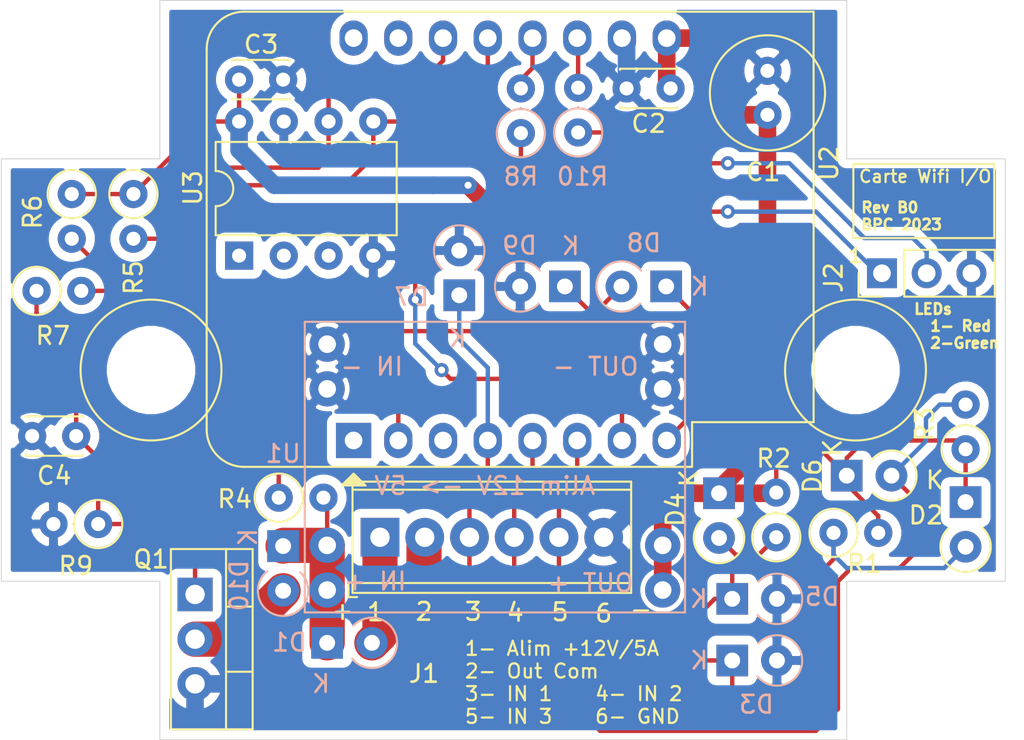
<source format=kicad_pcb>
(kicad_pcb (version 20171130) (host pcbnew "(5.1.9)-1")

  (general
    (thickness 1.6)
    (drawings 30)
    (tracks 223)
    (zones 0)
    (modules 32)
    (nets 26)
  )

  (page A4)
  (title_block
    (title "Carte Wifi I/O")
    (date 2023-05-08)
    (rev "Rev B0")
    (company BPC)
    (comment 3 "Alim 12V (mesurée) - EEPROM - 2 LEDs")
    (comment 4 "1 sortie 12V collecteur ouvert - 3 entrées TOR")
  )

  (layers
    (0 F.Cu signal)
    (31 B.Cu signal)
    (32 B.Adhes user)
    (33 F.Adhes user)
    (34 B.Paste user)
    (35 F.Paste user)
    (36 B.SilkS user)
    (37 F.SilkS user)
    (38 B.Mask user)
    (39 F.Mask user)
    (40 Dwgs.User user)
    (41 Cmts.User user)
    (42 Eco1.User user)
    (43 Eco2.User user)
    (44 Edge.Cuts user)
    (45 Margin user)
    (46 B.CrtYd user hide)
    (47 F.CrtYd user hide)
    (48 B.Fab user hide)
    (49 F.Fab user hide)
  )

  (setup
    (last_trace_width 2)
    (user_trace_width 1)
    (user_trace_width 2)
    (trace_clearance 0.2)
    (zone_clearance 0.508)
    (zone_45_only no)
    (trace_min 0.2)
    (via_size 0.8)
    (via_drill 0.4)
    (via_min_size 0.4)
    (via_min_drill 0.3)
    (uvia_size 0.3)
    (uvia_drill 0.1)
    (uvias_allowed no)
    (uvia_min_size 0.2)
    (uvia_min_drill 0.1)
    (edge_width 0.05)
    (segment_width 0.2)
    (pcb_text_width 0.3)
    (pcb_text_size 1.5 1.5)
    (mod_edge_width 0.12)
    (mod_text_size 1 1)
    (mod_text_width 0.15)
    (pad_size 1.524 1.524)
    (pad_drill 0.762)
    (pad_to_mask_clearance 0)
    (aux_axis_origin 0 0)
    (visible_elements 7FFFFFFF)
    (pcbplotparams
      (layerselection 0x010fc_ffffffff)
      (usegerberextensions false)
      (usegerberattributes true)
      (usegerberadvancedattributes true)
      (creategerberjobfile true)
      (excludeedgelayer true)
      (linewidth 0.100000)
      (plotframeref false)
      (viasonmask false)
      (mode 1)
      (useauxorigin false)
      (hpglpennumber 1)
      (hpglpenspeed 20)
      (hpglpendiameter 15.000000)
      (psnegative false)
      (psa4output false)
      (plotreference true)
      (plotvalue true)
      (plotinvisibletext false)
      (padsonsilk false)
      (subtractmaskfromsilk false)
      (outputformat 1)
      (mirror false)
      (drillshape 1)
      (scaleselection 1)
      (outputdirectory ""))
  )

  (net 0 "")
  (net 1 IN_1)
  (net 2 +5V)
  (net 3 "Net-(D1-Pad2)")
  (net 4 +12V)
  (net 5 IN_2)
  (net 6 CMD_OUT_12V)
  (net 7 "Net-(U2-Pad16)")
  (net 8 "Net-(U2-Pad15)")
  (net 9 "Net-(U2-Pad1)")
  (net 10 "Net-(U3-Pad3)")
  (net 11 "Net-(U3-Pad2)")
  (net 12 "Net-(U3-Pad1)")
  (net 13 GND)
  (net 14 "Net-(C4-Pad1)")
  (net 15 IN_3)
  (net 16 POW_MES)
  (net 17 "Net-(D8-Pad1)")
  (net 18 "Net-(R5-Pad2)")
  (net 19 "Net-(R6-Pad2)")
  (net 20 "Net-(U2-Pad3)")
  (net 21 "Net-(J2-Pad1)")
  (net 22 LED_ROUGE)
  (net 23 LED_VERTE)
  (net 24 OUT_12V_COM)
  (net 25 "Net-(J2-Pad2)")

  (net_class Default "This is the default net class."
    (clearance 0.2)
    (trace_width 0.25)
    (via_dia 0.8)
    (via_drill 0.4)
    (uvia_dia 0.3)
    (uvia_drill 0.1)
    (add_net +12V)
    (add_net +5V)
    (add_net CMD_OUT_12V)
    (add_net GND)
    (add_net IN_1)
    (add_net IN_2)
    (add_net IN_3)
    (add_net LED_ROUGE)
    (add_net LED_VERTE)
    (add_net "Net-(C4-Pad1)")
    (add_net "Net-(D1-Pad2)")
    (add_net "Net-(D8-Pad1)")
    (add_net "Net-(J2-Pad1)")
    (add_net "Net-(J2-Pad2)")
    (add_net "Net-(R5-Pad2)")
    (add_net "Net-(R6-Pad2)")
    (add_net "Net-(U2-Pad1)")
    (add_net "Net-(U2-Pad15)")
    (add_net "Net-(U2-Pad16)")
    (add_net "Net-(U2-Pad3)")
    (add_net "Net-(U3-Pad1)")
    (add_net "Net-(U3-Pad2)")
    (add_net "Net-(U3-Pad3)")
    (add_net OUT_12V_COM)
    (add_net POW_MES)
  )

  (module Connector_PinHeader_2.54mm:PinHeader_1x03_P2.54mm_Vertical (layer F.Cu) (tedit 59FED5CC) (tstamp 642255AF)
    (at 172 104 90)
    (descr "Through hole straight pin header, 1x03, 2.54mm pitch, single row")
    (tags "Through hole pin header THT 1x03 2.54mm single row")
    (path /6423D82F)
    (fp_text reference J2 (at -0.25 -2.75 90) (layer F.SilkS)
      (effects (font (size 1 1) (thickness 0.15)))
    )
    (fp_text value LEDs (at 0 7.41 90) (layer F.Fab)
      (effects (font (size 1 1) (thickness 0.15)))
    )
    (fp_text user %R (at 0 2.54) (layer F.Fab)
      (effects (font (size 1 1) (thickness 0.15)))
    )
    (fp_line (start -0.635 -1.27) (end 1.27 -1.27) (layer F.Fab) (width 0.1))
    (fp_line (start 1.27 -1.27) (end 1.27 6.35) (layer F.Fab) (width 0.1))
    (fp_line (start 1.27 6.35) (end -1.27 6.35) (layer F.Fab) (width 0.1))
    (fp_line (start -1.27 6.35) (end -1.27 -0.635) (layer F.Fab) (width 0.1))
    (fp_line (start -1.27 -0.635) (end -0.635 -1.27) (layer F.Fab) (width 0.1))
    (fp_line (start -1.33 6.41) (end 1.33 6.41) (layer F.SilkS) (width 0.12))
    (fp_line (start -1.33 1.27) (end -1.33 6.41) (layer F.SilkS) (width 0.12))
    (fp_line (start 1.33 1.27) (end 1.33 6.41) (layer F.SilkS) (width 0.12))
    (fp_line (start -1.33 1.27) (end 1.33 1.27) (layer F.SilkS) (width 0.12))
    (fp_line (start -1.33 0) (end -1.33 -1.33) (layer F.SilkS) (width 0.12))
    (fp_line (start -1.33 -1.33) (end 0 -1.33) (layer F.SilkS) (width 0.12))
    (fp_line (start -1.8 -1.8) (end -1.8 6.85) (layer F.CrtYd) (width 0.05))
    (fp_line (start -1.8 6.85) (end 1.8 6.85) (layer F.CrtYd) (width 0.05))
    (fp_line (start 1.8 6.85) (end 1.8 -1.8) (layer F.CrtYd) (width 0.05))
    (fp_line (start 1.8 -1.8) (end -1.8 -1.8) (layer F.CrtYd) (width 0.05))
    (pad 3 thru_hole oval (at 0 5.08 90) (size 1.7 1.7) (drill 1) (layers *.Cu *.Mask)
      (net 13 GND))
    (pad 2 thru_hole oval (at 0 2.54 90) (size 1.7 1.7) (drill 1) (layers *.Cu *.Mask)
      (net 25 "Net-(J2-Pad2)"))
    (pad 1 thru_hole rect (at 0 0 90) (size 1.7 1.7) (drill 1) (layers *.Cu *.Mask)
      (net 21 "Net-(J2-Pad1)"))
    (model ${KISYS3DMOD}/Connector_PinHeader_2.54mm.3dshapes/PinHeader_1x03_P2.54mm_Vertical.wrl
      (at (xyz 0 0 0))
      (scale (xyz 1 1 1))
      (rotate (xyz 0 0 0))
    )
  )

  (module Resistor_THT:R_Axial_DIN0207_L6.3mm_D2.5mm_P2.54mm_Vertical (layer B.Cu) (tedit 5AE5139B) (tstamp 641EC8A6)
    (at 151.5 96.04 90)
    (descr "Resistor, Axial_DIN0207 series, Axial, Vertical, pin pitch=2.54mm, 0.25W = 1/4W, length*diameter=6.3*2.5mm^2, http://cdn-reichelt.de/documents/datenblatt/B400/1_4W%23YAG.pdf")
    (tags "Resistor Axial_DIN0207 series Axial Vertical pin pitch 2.54mm 0.25W = 1/4W length 6.3mm diameter 2.5mm")
    (path /6422498C)
    (fp_text reference R8 (at -2.46 0 180) (layer B.SilkS)
      (effects (font (size 1 1) (thickness 0.15)) (justify mirror))
    )
    (fp_text value 100 (at 1.27 -2.37 270) (layer B.Fab)
      (effects (font (size 1 1) (thickness 0.15)) (justify mirror))
    )
    (fp_text user %R (at 1.27 2.37 270) (layer B.Fab)
      (effects (font (size 1 1) (thickness 0.15)) (justify mirror))
    )
    (fp_circle (center 0 0) (end 1.25 0) (layer B.Fab) (width 0.1))
    (fp_circle (center 0 0) (end 1.37 0) (layer B.SilkS) (width 0.12))
    (fp_line (start 0 0) (end 2.54 0) (layer B.Fab) (width 0.1))
    (fp_line (start 1.37 0) (end 1.44 0) (layer B.SilkS) (width 0.12))
    (fp_line (start -1.5 1.5) (end -1.5 -1.5) (layer B.CrtYd) (width 0.05))
    (fp_line (start -1.5 -1.5) (end 3.59 -1.5) (layer B.CrtYd) (width 0.05))
    (fp_line (start 3.59 -1.5) (end 3.59 1.5) (layer B.CrtYd) (width 0.05))
    (fp_line (start 3.59 1.5) (end -1.5 1.5) (layer B.CrtYd) (width 0.05))
    (pad 2 thru_hole oval (at 2.54 0 90) (size 1.6 1.6) (drill 0.8) (layers *.Cu *.Mask)
      (net 22 LED_ROUGE))
    (pad 1 thru_hole circle (at 0 0 90) (size 1.6 1.6) (drill 0.8) (layers *.Cu *.Mask)
      (net 21 "Net-(J2-Pad1)"))
    (model ${KISYS3DMOD}/Resistor_THT.3dshapes/R_Axial_DIN0207_L6.3mm_D2.5mm_P2.54mm_Vertical.wrl
      (at (xyz 0 0 0))
      (scale (xyz 1 1 1))
      (rotate (xyz 0 0 0))
    )
  )

  (module Resistor_THT:R_Axial_DIN0207_L6.3mm_D2.5mm_P2.54mm_Vertical (layer F.Cu) (tedit 5AE5139B) (tstamp 641E2D77)
    (at 127.5 118.25 180)
    (descr "Resistor, Axial_DIN0207 series, Axial, Vertical, pin pitch=2.54mm, 0.25W = 1/4W, length*diameter=6.3*2.5mm^2, http://cdn-reichelt.de/documents/datenblatt/B400/1_4W%23YAG.pdf")
    (tags "Resistor Axial_DIN0207 series Axial Vertical pin pitch 2.54mm 0.25W = 1/4W length 6.3mm diameter 2.5mm")
    (path /64082D2D)
    (fp_text reference R9 (at 1.27 -2.37) (layer F.SilkS)
      (effects (font (size 1 1) (thickness 0.15)))
    )
    (fp_text value 100k (at 1.27 2.37) (layer F.Fab)
      (effects (font (size 1 1) (thickness 0.15)))
    )
    (fp_text user %R (at 1.27 -2.37) (layer F.Fab)
      (effects (font (size 1 1) (thickness 0.15)))
    )
    (fp_circle (center 0 0) (end 1.25 0) (layer F.Fab) (width 0.1))
    (fp_circle (center 0 0) (end 1.37 0) (layer F.SilkS) (width 0.12))
    (fp_line (start 0 0) (end 2.54 0) (layer F.Fab) (width 0.1))
    (fp_line (start 1.37 0) (end 1.44 0) (layer F.SilkS) (width 0.12))
    (fp_line (start -1.5 -1.5) (end -1.5 1.5) (layer F.CrtYd) (width 0.05))
    (fp_line (start -1.5 1.5) (end 3.59 1.5) (layer F.CrtYd) (width 0.05))
    (fp_line (start 3.59 1.5) (end 3.59 -1.5) (layer F.CrtYd) (width 0.05))
    (fp_line (start 3.59 -1.5) (end -1.5 -1.5) (layer F.CrtYd) (width 0.05))
    (pad 2 thru_hole oval (at 2.54 0 180) (size 1.6 1.6) (drill 0.8) (layers *.Cu *.Mask)
      (net 13 GND))
    (pad 1 thru_hole circle (at 0 0 180) (size 1.6 1.6) (drill 0.8) (layers *.Cu *.Mask)
      (net 14 "Net-(C4-Pad1)"))
    (model ${KISYS3DMOD}/Resistor_THT.3dshapes/R_Axial_DIN0207_L6.3mm_D2.5mm_P2.54mm_Vertical.wrl
      (at (xyz 0 0 0))
      (scale (xyz 1 1 1))
      (rotate (xyz 0 0 0))
    )
  )

  (module Capacitor_THT:C_Disc_D3.0mm_W2.0mm_P2.50mm (layer F.Cu) (tedit 5AE50EF0) (tstamp 641E2ABE)
    (at 126.25 113.25 180)
    (descr "C, Disc series, Radial, pin pitch=2.50mm, , diameter*width=3*2mm^2, Capacitor")
    (tags "C Disc series Radial pin pitch 2.50mm  diameter 3mm width 2mm Capacitor")
    (path /640CF978)
    (fp_text reference C4 (at 1.25 -2.25) (layer F.SilkS)
      (effects (font (size 1 1) (thickness 0.15)))
    )
    (fp_text value 100n (at 1.25 2.25) (layer F.Fab)
      (effects (font (size 1 1) (thickness 0.15)))
    )
    (fp_text user %R (at 1.25 0) (layer F.Fab)
      (effects (font (size 0.6 0.6) (thickness 0.09)))
    )
    (fp_line (start -0.25 -1) (end -0.25 1) (layer F.Fab) (width 0.1))
    (fp_line (start -0.25 1) (end 2.75 1) (layer F.Fab) (width 0.1))
    (fp_line (start 2.75 1) (end 2.75 -1) (layer F.Fab) (width 0.1))
    (fp_line (start 2.75 -1) (end -0.25 -1) (layer F.Fab) (width 0.1))
    (fp_line (start -0.37 -1.12) (end 2.87 -1.12) (layer F.SilkS) (width 0.12))
    (fp_line (start -0.37 1.12) (end 2.87 1.12) (layer F.SilkS) (width 0.12))
    (fp_line (start -0.37 -1.12) (end -0.37 -1.055) (layer F.SilkS) (width 0.12))
    (fp_line (start -0.37 1.055) (end -0.37 1.12) (layer F.SilkS) (width 0.12))
    (fp_line (start 2.87 -1.12) (end 2.87 -1.055) (layer F.SilkS) (width 0.12))
    (fp_line (start 2.87 1.055) (end 2.87 1.12) (layer F.SilkS) (width 0.12))
    (fp_line (start -1.05 -1.25) (end -1.05 1.25) (layer F.CrtYd) (width 0.05))
    (fp_line (start -1.05 1.25) (end 3.55 1.25) (layer F.CrtYd) (width 0.05))
    (fp_line (start 3.55 1.25) (end 3.55 -1.25) (layer F.CrtYd) (width 0.05))
    (fp_line (start 3.55 -1.25) (end -1.05 -1.25) (layer F.CrtYd) (width 0.05))
    (pad 2 thru_hole circle (at 2.5 0 180) (size 1.6 1.6) (drill 0.8) (layers *.Cu *.Mask)
      (net 13 GND))
    (pad 1 thru_hole circle (at 0 0 180) (size 1.6 1.6) (drill 0.8) (layers *.Cu *.Mask)
      (net 14 "Net-(C4-Pad1)"))
    (model ${KISYS3DMOD}/Capacitor_THT.3dshapes/C_Disc_D3.0mm_W2.0mm_P2.50mm.wrl
      (at (xyz 0 0 0))
      (scale (xyz 1 1 1))
      (rotate (xyz 0 0 0))
    )
  )

  (module Diode_THT:D_A-405_P2.54mm_Vertical_KathodeUp (layer B.Cu) (tedit 5AE50CD5) (tstamp 641E1EF3)
    (at 138 119.5 270)
    (descr "Diode, A-405 series, Axial, Vertical, pin pitch=2.54mm, , length*diameter=5.2*2.7mm^2, , http://www.diodes.com/_files/packages/A-405.pdf")
    (tags "Diode A-405 series Axial Vertical pin pitch 2.54mm  length 5.2mm diameter 2.7mm")
    (path /641999CC)
    (fp_text reference D10 (at 2.25 2.5 270) (layer B.SilkS)
      (effects (font (size 1 1) (thickness 0.15)) (justify mirror))
    )
    (fp_text value D (at 1.27 -3.359 270) (layer B.Fab)
      (effects (font (size 1 1) (thickness 0.15)) (justify mirror))
    )
    (fp_text user K (at -0.5 2 270) (layer B.SilkS)
      (effects (font (size 1 1) (thickness 0.15)) (justify mirror))
    )
    (fp_text user K (at -1.9 0 270) (layer B.Fab)
      (effects (font (size 1 1) (thickness 0.15)) (justify mirror))
    )
    (fp_text user %R (at 1.27 2.47 270) (layer B.Fab)
      (effects (font (size 1 1) (thickness 0.15)) (justify mirror))
    )
    (fp_arc (start 2.54 0) (end 1.426761 0.9) (angle -278.451986) (layer B.SilkS) (width 0.12))
    (fp_circle (center 2.54 0) (end 3.89 0) (layer B.Fab) (width 0.1))
    (fp_line (start 0 0) (end 2.54 0) (layer B.Fab) (width 0.1))
    (fp_line (start -1.15 1.6) (end -1.15 -1.6) (layer B.CrtYd) (width 0.05))
    (fp_line (start -1.15 -1.6) (end 4.15 -1.6) (layer B.CrtYd) (width 0.05))
    (fp_line (start 4.15 -1.6) (end 4.15 1.6) (layer B.CrtYd) (width 0.05))
    (fp_line (start 4.15 1.6) (end -1.15 1.6) (layer B.CrtYd) (width 0.05))
    (pad 2 thru_hole oval (at 2.54 0 270) (size 1.8 1.8) (drill 0.9) (layers *.Cu *.Mask)
      (net 24 OUT_12V_COM))
    (pad 1 thru_hole rect (at 0 0 270) (size 1.8 1.8) (drill 0.9) (layers *.Cu *.Mask)
      (net 4 +12V))
    (model ${KISYS3DMOD}/Diode_THT.3dshapes/D_A-405_P2.54mm_Vertical_KathodeUp.wrl
      (at (xyz 0 0 0))
      (scale (xyz 1 1 1))
      (rotate (xyz 0 0 0))
    )
  )

  (module Package_TO_SOT_THT:TO-220-3_Vertical (layer F.Cu) (tedit 5AC8BA0D) (tstamp 641E13D3)
    (at 133 122.25 270)
    (descr "TO-220-3, Vertical, RM 2.54mm, see https://www.vishay.com/docs/66542/to-220-1.pdf")
    (tags "TO-220-3 Vertical RM 2.54mm")
    (path /641F96BC)
    (fp_text reference Q1 (at -2 2.5 180) (layer F.SilkS)
      (effects (font (size 1 1) (thickness 0.15)))
    )
    (fp_text value BPC_IPP034N03L (at 2.54 2.5 90) (layer F.Fab)
      (effects (font (size 1 1) (thickness 0.15)))
    )
    (fp_text user %R (at 2.54 -4.27 90) (layer F.Fab)
      (effects (font (size 1 1) (thickness 0.15)))
    )
    (fp_line (start -2.46 -3.15) (end -2.46 1.25) (layer F.Fab) (width 0.1))
    (fp_line (start -2.46 1.25) (end 7.54 1.25) (layer F.Fab) (width 0.1))
    (fp_line (start 7.54 1.25) (end 7.54 -3.15) (layer F.Fab) (width 0.1))
    (fp_line (start 7.54 -3.15) (end -2.46 -3.15) (layer F.Fab) (width 0.1))
    (fp_line (start -2.46 -1.88) (end 7.54 -1.88) (layer F.Fab) (width 0.1))
    (fp_line (start 0.69 -3.15) (end 0.69 -1.88) (layer F.Fab) (width 0.1))
    (fp_line (start 4.39 -3.15) (end 4.39 -1.88) (layer F.Fab) (width 0.1))
    (fp_line (start -2.58 -3.27) (end 7.66 -3.27) (layer F.SilkS) (width 0.12))
    (fp_line (start -2.58 1.371) (end 7.66 1.371) (layer F.SilkS) (width 0.12))
    (fp_line (start -2.58 -3.27) (end -2.58 1.371) (layer F.SilkS) (width 0.12))
    (fp_line (start 7.66 -3.27) (end 7.66 1.371) (layer F.SilkS) (width 0.12))
    (fp_line (start -2.58 -1.76) (end 7.66 -1.76) (layer F.SilkS) (width 0.12))
    (fp_line (start 0.69 -3.27) (end 0.69 -1.76) (layer F.SilkS) (width 0.12))
    (fp_line (start 4.391 -3.27) (end 4.391 -1.76) (layer F.SilkS) (width 0.12))
    (fp_line (start -2.71 -3.4) (end -2.71 1.51) (layer F.CrtYd) (width 0.05))
    (fp_line (start -2.71 1.51) (end 7.79 1.51) (layer F.CrtYd) (width 0.05))
    (fp_line (start 7.79 1.51) (end 7.79 -3.4) (layer F.CrtYd) (width 0.05))
    (fp_line (start 7.79 -3.4) (end -2.71 -3.4) (layer F.CrtYd) (width 0.05))
    (pad 3 thru_hole oval (at 5.08 0 270) (size 1.905 2) (drill 1.1) (layers *.Cu *.Mask)
      (net 13 GND))
    (pad 2 thru_hole oval (at 2.54 0 270) (size 1.905 2) (drill 1.1) (layers *.Cu *.Mask)
      (net 24 OUT_12V_COM))
    (pad 1 thru_hole rect (at 0 0 270) (size 1.905 2) (drill 1.1) (layers *.Cu *.Mask)
      (net 14 "Net-(C4-Pad1)"))
    (model ${KISYS3DMOD}/Package_TO_SOT_THT.3dshapes/TO-220-3_Vertical.wrl
      (at (xyz 0 0 0))
      (scale (xyz 1 1 1))
      (rotate (xyz 0 0 0))
    )
  )

  (module Resistor_THT:R_Axial_DIN0207_L6.3mm_D2.5mm_P2.54mm_Vertical (layer B.Cu) (tedit 5AE5139B) (tstamp 640DAE53)
    (at 154.75 96 90)
    (descr "Resistor, Axial_DIN0207 series, Axial, Vertical, pin pitch=2.54mm, 0.25W = 1/4W, length*diameter=6.3*2.5mm^2, http://cdn-reichelt.de/documents/datenblatt/B400/1_4W%23YAG.pdf")
    (tags "Resistor Axial_DIN0207 series Axial Vertical pin pitch 2.54mm 0.25W = 1/4W length 6.3mm diameter 2.5mm")
    (path /640DFA84)
    (fp_text reference R10 (at -2.5 0.25 180) (layer B.SilkS)
      (effects (font (size 1 1) (thickness 0.15)) (justify mirror))
    )
    (fp_text value 100 (at 1.27 -2.37 90) (layer B.Fab)
      (effects (font (size 1 1) (thickness 0.15)) (justify mirror))
    )
    (fp_text user %R (at 1.27 2.37 90) (layer B.Fab)
      (effects (font (size 1 1) (thickness 0.15)) (justify mirror))
    )
    (fp_circle (center 0 0) (end 1.25 0) (layer B.Fab) (width 0.1))
    (fp_circle (center 0 0) (end 1.37 0) (layer B.SilkS) (width 0.12))
    (fp_line (start 0 0) (end 2.54 0) (layer B.Fab) (width 0.1))
    (fp_line (start 1.37 0) (end 1.44 0) (layer B.SilkS) (width 0.12))
    (fp_line (start -1.5 1.5) (end -1.5 -1.5) (layer B.CrtYd) (width 0.05))
    (fp_line (start -1.5 -1.5) (end 3.59 -1.5) (layer B.CrtYd) (width 0.05))
    (fp_line (start 3.59 -1.5) (end 3.59 1.5) (layer B.CrtYd) (width 0.05))
    (fp_line (start 3.59 1.5) (end -1.5 1.5) (layer B.CrtYd) (width 0.05))
    (pad 2 thru_hole oval (at 2.54 0 90) (size 1.6 1.6) (drill 0.8) (layers *.Cu *.Mask)
      (net 23 LED_VERTE))
    (pad 1 thru_hole circle (at 0 0 90) (size 1.6 1.6) (drill 0.8) (layers *.Cu *.Mask)
      (net 25 "Net-(J2-Pad2)"))
    (model ${KISYS3DMOD}/Resistor_THT.3dshapes/R_Axial_DIN0207_L6.3mm_D2.5mm_P2.54mm_Vertical.wrl
      (at (xyz 0 0 0))
      (scale (xyz 1 1 1))
      (rotate (xyz 0 0 0))
    )
  )

  (module TerminalBlock_Phoenix:TerminalBlock_Phoenix_MPT-0,5-6-2.54_1x06_P2.54mm_Horizontal (layer F.Cu) (tedit 5B294F99) (tstamp 640DA157)
    (at 143.5 119)
    (descr "Terminal Block Phoenix MPT-0,5-6-2.54, 6 pins, pitch 2.54mm, size 15.7x6.2mm^2, drill diamater 1.1mm, pad diameter 2.2mm, see http://www.mouser.com/ds/2/324/ItemDetail_1725672-916605.pdf, script-generated using https://github.com/pointhi/kicad-footprint-generator/scripts/TerminalBlock_Phoenix")
    (tags "THT Terminal Block Phoenix MPT-0,5-6-2.54 pitch 2.54mm size 15.7x6.2mm^2 drill 1.1mm pad 2.2mm")
    (path /640A7746)
    (fp_text reference J1 (at 2.5 7.75) (layer F.SilkS)
      (effects (font (size 1 1) (thickness 0.15)))
    )
    (fp_text value Conn_01x05 (at 6.35 4.16) (layer F.Fab)
      (effects (font (size 1 1) (thickness 0.15)))
    )
    (fp_text user %R (at 6.35 2) (layer F.Fab)
      (effects (font (size 1 1) (thickness 0.15)))
    )
    (fp_circle (center 0 0) (end 1.1 0) (layer F.Fab) (width 0.1))
    (fp_circle (center 2.54 0) (end 3.64 0) (layer F.Fab) (width 0.1))
    (fp_circle (center 5.08 0) (end 6.18 0) (layer F.Fab) (width 0.1))
    (fp_circle (center 7.62 0) (end 8.72 0) (layer F.Fab) (width 0.1))
    (fp_circle (center 10.16 0) (end 11.26 0) (layer F.Fab) (width 0.1))
    (fp_circle (center 12.7 0) (end 13.8 0) (layer F.Fab) (width 0.1))
    (fp_line (start -1.5 -3.1) (end 14.2 -3.1) (layer F.Fab) (width 0.1))
    (fp_line (start 14.2 -3.1) (end 14.2 3.1) (layer F.Fab) (width 0.1))
    (fp_line (start 14.2 3.1) (end -1 3.1) (layer F.Fab) (width 0.1))
    (fp_line (start -1 3.1) (end -1.5 2.6) (layer F.Fab) (width 0.1))
    (fp_line (start -1.5 2.6) (end -1.5 -3.1) (layer F.Fab) (width 0.1))
    (fp_line (start -1.5 2.6) (end 14.2 2.6) (layer F.Fab) (width 0.1))
    (fp_line (start -1.56 2.6) (end 14.26 2.6) (layer F.SilkS) (width 0.12))
    (fp_line (start -1.5 -2.7) (end 14.2 -2.7) (layer F.Fab) (width 0.1))
    (fp_line (start -1.56 -2.7) (end 14.26 -2.7) (layer F.SilkS) (width 0.12))
    (fp_line (start -1.56 -3.16) (end 14.26 -3.16) (layer F.SilkS) (width 0.12))
    (fp_line (start -1.56 3.16) (end 14.26 3.16) (layer F.SilkS) (width 0.12))
    (fp_line (start -1.56 -3.16) (end -1.56 3.16) (layer F.SilkS) (width 0.12))
    (fp_line (start 14.26 -3.16) (end 14.26 3.16) (layer F.SilkS) (width 0.12))
    (fp_line (start 0.835 -0.7) (end -0.701 0.835) (layer F.Fab) (width 0.1))
    (fp_line (start 0.701 -0.835) (end -0.835 0.7) (layer F.Fab) (width 0.1))
    (fp_line (start 3.375 -0.7) (end 1.84 0.835) (layer F.Fab) (width 0.1))
    (fp_line (start 3.241 -0.835) (end 1.706 0.7) (layer F.Fab) (width 0.1))
    (fp_line (start 5.915 -0.7) (end 4.38 0.835) (layer F.Fab) (width 0.1))
    (fp_line (start 5.781 -0.835) (end 4.246 0.7) (layer F.Fab) (width 0.1))
    (fp_line (start 8.455 -0.7) (end 6.92 0.835) (layer F.Fab) (width 0.1))
    (fp_line (start 8.321 -0.835) (end 6.786 0.7) (layer F.Fab) (width 0.1))
    (fp_line (start 10.995 -0.7) (end 9.46 0.835) (layer F.Fab) (width 0.1))
    (fp_line (start 10.861 -0.835) (end 9.326 0.7) (layer F.Fab) (width 0.1))
    (fp_line (start 13.535 -0.7) (end 12 0.835) (layer F.Fab) (width 0.1))
    (fp_line (start 13.401 -0.835) (end 11.866 0.7) (layer F.Fab) (width 0.1))
    (fp_line (start -1.8 2.66) (end -1.8 3.4) (layer F.SilkS) (width 0.12))
    (fp_line (start -1.8 3.4) (end -1.3 3.4) (layer F.SilkS) (width 0.12))
    (fp_line (start -2 -3.6) (end -2 3.6) (layer F.CrtYd) (width 0.05))
    (fp_line (start -2 3.6) (end 14.7 3.6) (layer F.CrtYd) (width 0.05))
    (fp_line (start 14.7 3.6) (end 14.7 -3.6) (layer F.CrtYd) (width 0.05))
    (fp_line (start 14.7 -3.6) (end -2 -3.6) (layer F.CrtYd) (width 0.05))
    (pad 6 thru_hole circle (at 12.7 0) (size 2.2 2.2) (drill 1.1) (layers *.Cu *.Mask)
      (net 13 GND))
    (pad 5 thru_hole circle (at 10.16 0) (size 2.2 2.2) (drill 1.1) (layers *.Cu *.Mask)
      (net 15 IN_3))
    (pad 4 thru_hole circle (at 7.62 0) (size 2.2 2.2) (drill 1.1) (layers *.Cu *.Mask)
      (net 5 IN_2))
    (pad 3 thru_hole circle (at 5.08 0) (size 2.2 2.2) (drill 1.1) (layers *.Cu *.Mask)
      (net 1 IN_1))
    (pad 2 thru_hole circle (at 2.54 0) (size 2.2 2.2) (drill 1.1) (layers *.Cu *.Mask)
      (net 24 OUT_12V_COM))
    (pad 1 thru_hole rect (at 0 0) (size 2.2 2.2) (drill 1.1) (layers *.Cu *.Mask)
      (net 3 "Net-(D1-Pad2)"))
    (model ${KISYS3DMOD}/TerminalBlock_Phoenix.3dshapes/TerminalBlock_Phoenix_MPT-0,5-6-2.54_1x06_P2.54mm_Horizontal.wrl
      (at (xyz 0 0 0))
      (scale (xyz 1 1 1))
      (rotate (xyz 0 0 0))
    )
  )

  (module Resistor_THT:R_Axial_DIN0207_L6.3mm_D2.5mm_P2.54mm_Vertical (layer F.Cu) (tedit 5AE5139B) (tstamp 640DA1C3)
    (at 137.75 116.75)
    (descr "Resistor, Axial_DIN0207 series, Axial, Vertical, pin pitch=2.54mm, 0.25W = 1/4W, length*diameter=6.3*2.5mm^2, http://cdn-reichelt.de/documents/datenblatt/B400/1_4W%23YAG.pdf")
    (tags "Resistor Axial_DIN0207 series Axial Vertical pin pitch 2.54mm 0.25W = 1/4W length 6.3mm diameter 2.5mm")
    (path /6413420C)
    (fp_text reference R4 (at -2.5 0.075) (layer F.SilkS)
      (effects (font (size 1 1) (thickness 0.15)))
    )
    (fp_text value 1,2M (at 1.27 2.37) (layer F.Fab)
      (effects (font (size 1 1) (thickness 0.15)))
    )
    (fp_text user %R (at 1.27 -2.37) (layer F.Fab)
      (effects (font (size 1 1) (thickness 0.15)))
    )
    (fp_circle (center 0 0) (end 1.25 0) (layer F.Fab) (width 0.1))
    (fp_circle (center 0 0) (end 1.37 0) (layer F.SilkS) (width 0.12))
    (fp_line (start 0 0) (end 2.54 0) (layer F.Fab) (width 0.1))
    (fp_line (start 1.37 0) (end 1.44 0) (layer F.SilkS) (width 0.12))
    (fp_line (start -1.5 -1.5) (end -1.5 1.5) (layer F.CrtYd) (width 0.05))
    (fp_line (start -1.5 1.5) (end 3.59 1.5) (layer F.CrtYd) (width 0.05))
    (fp_line (start 3.59 1.5) (end 3.59 -1.5) (layer F.CrtYd) (width 0.05))
    (fp_line (start 3.59 -1.5) (end -1.5 -1.5) (layer F.CrtYd) (width 0.05))
    (pad 2 thru_hole oval (at 2.54 0) (size 1.6 1.6) (drill 0.8) (layers *.Cu *.Mask)
      (net 4 +12V))
    (pad 1 thru_hole circle (at 0 0) (size 1.6 1.6) (drill 0.8) (layers *.Cu *.Mask)
      (net 16 POW_MES))
    (model ${KISYS3DMOD}/Resistor_THT.3dshapes/R_Axial_DIN0207_L6.3mm_D2.5mm_P2.54mm_Vertical.wrl
      (at (xyz 0 0 0))
      (scale (xyz 1 1 1))
      (rotate (xyz 0 0 0))
    )
  )

  (module Resistor_THT:R_Axial_DIN0207_L6.3mm_D2.5mm_P2.54mm_Vertical (layer F.Cu) (tedit 5AE5139B) (tstamp 640DA1ED)
    (at 166 119 90)
    (descr "Resistor, Axial_DIN0207 series, Axial, Vertical, pin pitch=2.54mm, 0.25W = 1/4W, length*diameter=6.3*2.5mm^2, http://cdn-reichelt.de/documents/datenblatt/B400/1_4W%23YAG.pdf")
    (tags "Resistor Axial_DIN0207 series Axial Vertical pin pitch 2.54mm 0.25W = 1/4W length 6.3mm diameter 2.5mm")
    (path /641083A4)
    (fp_text reference R2 (at 4.475 -0.15 180) (layer F.SilkS)
      (effects (font (size 1 1) (thickness 0.15)))
    )
    (fp_text value 100k (at 1.27 2.37 90) (layer F.Fab)
      (effects (font (size 1 1) (thickness 0.15)))
    )
    (fp_text user %R (at 1.27 -2.37 90) (layer F.Fab)
      (effects (font (size 1 1) (thickness 0.15)))
    )
    (fp_circle (center 0 0) (end 1.25 0) (layer F.Fab) (width 0.1))
    (fp_circle (center 0 0) (end 1.37 0) (layer F.SilkS) (width 0.12))
    (fp_line (start 0 0) (end 2.54 0) (layer F.Fab) (width 0.1))
    (fp_line (start 1.37 0) (end 1.44 0) (layer F.SilkS) (width 0.12))
    (fp_line (start -1.5 -1.5) (end -1.5 1.5) (layer F.CrtYd) (width 0.05))
    (fp_line (start -1.5 1.5) (end 3.59 1.5) (layer F.CrtYd) (width 0.05))
    (fp_line (start 3.59 1.5) (end 3.59 -1.5) (layer F.CrtYd) (width 0.05))
    (fp_line (start 3.59 -1.5) (end -1.5 -1.5) (layer F.CrtYd) (width 0.05))
    (pad 2 thru_hole oval (at 2.54 0 90) (size 1.6 1.6) (drill 0.8) (layers *.Cu *.Mask)
      (net 2 +5V))
    (pad 1 thru_hole circle (at 0 0 90) (size 1.6 1.6) (drill 0.8) (layers *.Cu *.Mask)
      (net 15 IN_3))
    (model ${KISYS3DMOD}/Resistor_THT.3dshapes/R_Axial_DIN0207_L6.3mm_D2.5mm_P2.54mm_Vertical.wrl
      (at (xyz 0 0 0))
      (scale (xyz 1 1 1))
      (rotate (xyz 0 0 0))
    )
  )

  (module Diode_THT:D_A-405_P2.54mm_Vertical_KathodeUp (layer B.Cu) (tedit 5AE50CD5) (tstamp 640DA218)
    (at 154 104.75 180)
    (descr "Diode, A-405 series, Axial, Vertical, pin pitch=2.54mm, , length*diameter=5.2*2.7mm^2, , http://www.diodes.com/_files/packages/A-405.pdf")
    (tags "Diode A-405 series Axial Vertical pin pitch 2.54mm  length 5.2mm diameter 2.7mm")
    (path /64166EE4)
    (fp_text reference D9 (at 2.575 2.325) (layer B.SilkS)
      (effects (font (size 1 1) (thickness 0.15)) (justify mirror))
    )
    (fp_text value D (at 1.27 -3.359) (layer B.Fab)
      (effects (font (size 1 1) (thickness 0.15)) (justify mirror))
    )
    (fp_text user K (at -0.325 2.3) (layer B.SilkS)
      (effects (font (size 1 1) (thickness 0.15)) (justify mirror))
    )
    (fp_text user K (at -1.9 0) (layer B.Fab)
      (effects (font (size 1 1) (thickness 0.15)) (justify mirror))
    )
    (fp_text user %R (at 1.27 2.47) (layer B.Fab)
      (effects (font (size 1 1) (thickness 0.15)) (justify mirror))
    )
    (fp_arc (start 2.54 0) (end 1.426761 0.9) (angle -278.451986) (layer B.SilkS) (width 0.12))
    (fp_circle (center 2.54 0) (end 3.89 0) (layer B.Fab) (width 0.1))
    (fp_line (start 0 0) (end 2.54 0) (layer B.Fab) (width 0.1))
    (fp_line (start -1.15 1.6) (end -1.15 -1.6) (layer B.CrtYd) (width 0.05))
    (fp_line (start -1.15 -1.6) (end 4.15 -1.6) (layer B.CrtYd) (width 0.05))
    (fp_line (start 4.15 -1.6) (end 4.15 1.6) (layer B.CrtYd) (width 0.05))
    (fp_line (start 4.15 1.6) (end -1.15 1.6) (layer B.CrtYd) (width 0.05))
    (pad 2 thru_hole oval (at 2.54 0 180) (size 1.8 1.8) (drill 0.9) (layers *.Cu *.Mask)
      (net 13 GND))
    (pad 1 thru_hole rect (at 0 0 180) (size 1.8 1.8) (drill 0.9) (layers *.Cu *.Mask)
      (net 16 POW_MES))
    (model ${KISYS3DMOD}/Diode_THT.3dshapes/D_A-405_P2.54mm_Vertical_KathodeUp.wrl
      (at (xyz 0 0 0))
      (scale (xyz 1 1 1))
      (rotate (xyz 0 0 0))
    )
  )

  (module Diode_THT:D_A-405_P2.54mm_Vertical_KathodeUp (layer B.Cu) (tedit 5AE50CD5) (tstamp 640DA245)
    (at 159.75 104.75 180)
    (descr "Diode, A-405 series, Axial, Vertical, pin pitch=2.54mm, , length*diameter=5.2*2.7mm^2, , http://www.diodes.com/_files/packages/A-405.pdf")
    (tags "Diode A-405 series Axial Vertical pin pitch 2.54mm  length 5.2mm diameter 2.7mm")
    (path /641659EF)
    (fp_text reference D8 (at 1.27 2.47) (layer B.SilkS)
      (effects (font (size 1 1) (thickness 0.15)) (justify mirror))
    )
    (fp_text value D (at 1.27 -3.359) (layer B.Fab)
      (effects (font (size 1 1) (thickness 0.15)) (justify mirror))
    )
    (fp_text user K (at -1.9 0) (layer B.SilkS)
      (effects (font (size 1 1) (thickness 0.15)) (justify mirror))
    )
    (fp_text user K (at -1.9 0) (layer B.Fab)
      (effects (font (size 1 1) (thickness 0.15)) (justify mirror))
    )
    (fp_text user %R (at 1.27 2.47) (layer B.Fab)
      (effects (font (size 1 1) (thickness 0.15)) (justify mirror))
    )
    (fp_arc (start 2.54 0) (end 1.426761 0.9) (angle -278.451986) (layer B.SilkS) (width 0.12))
    (fp_circle (center 2.54 0) (end 3.89 0) (layer B.Fab) (width 0.1))
    (fp_line (start 0 0) (end 2.54 0) (layer B.Fab) (width 0.1))
    (fp_line (start -1.15 1.6) (end -1.15 -1.6) (layer B.CrtYd) (width 0.05))
    (fp_line (start -1.15 -1.6) (end 4.15 -1.6) (layer B.CrtYd) (width 0.05))
    (fp_line (start 4.15 -1.6) (end 4.15 1.6) (layer B.CrtYd) (width 0.05))
    (fp_line (start 4.15 1.6) (end -1.15 1.6) (layer B.CrtYd) (width 0.05))
    (pad 2 thru_hole oval (at 2.54 0 180) (size 1.8 1.8) (drill 0.9) (layers *.Cu *.Mask)
      (net 16 POW_MES))
    (pad 1 thru_hole rect (at 0 0 180) (size 1.8 1.8) (drill 0.9) (layers *.Cu *.Mask)
      (net 17 "Net-(D8-Pad1)"))
    (model ${KISYS3DMOD}/Diode_THT.3dshapes/D_A-405_P2.54mm_Vertical_KathodeUp.wrl
      (at (xyz 0 0 0))
      (scale (xyz 1 1 1))
      (rotate (xyz 0 0 0))
    )
  )

  (module Diode_THT:D_A-405_P2.54mm_Vertical_KathodeUp (layer B.Cu) (tedit 5AE50CD5) (tstamp 640DA272)
    (at 163.5 122.5)
    (descr "Diode, A-405 series, Axial, Vertical, pin pitch=2.54mm, , length*diameter=5.2*2.7mm^2, , http://www.diodes.com/_files/packages/A-405.pdf")
    (tags "Diode A-405 series Axial Vertical pin pitch 2.54mm  length 5.2mm diameter 2.7mm")
    (path /641083B0)
    (fp_text reference D5 (at 5.1 -0.125) (layer B.SilkS)
      (effects (font (size 1 1) (thickness 0.15)) (justify mirror))
    )
    (fp_text value D (at 1.27 -3.359) (layer B.Fab)
      (effects (font (size 1 1) (thickness 0.15)) (justify mirror))
    )
    (fp_text user K (at -1.9 0) (layer B.SilkS)
      (effects (font (size 1 1) (thickness 0.15)) (justify mirror))
    )
    (fp_text user K (at -1.9 0) (layer B.Fab)
      (effects (font (size 1 1) (thickness 0.15)) (justify mirror))
    )
    (fp_text user %R (at 1.27 2.47) (layer B.Fab)
      (effects (font (size 1 1) (thickness 0.15)) (justify mirror))
    )
    (fp_arc (start 2.54 0) (end 1.426761 0.9) (angle -278.451986) (layer B.SilkS) (width 0.12))
    (fp_circle (center 2.54 0) (end 3.89 0) (layer B.Fab) (width 0.1))
    (fp_line (start 0 0) (end 2.54 0) (layer B.Fab) (width 0.1))
    (fp_line (start -1.15 1.6) (end -1.15 -1.6) (layer B.CrtYd) (width 0.05))
    (fp_line (start -1.15 -1.6) (end 4.15 -1.6) (layer B.CrtYd) (width 0.05))
    (fp_line (start 4.15 -1.6) (end 4.15 1.6) (layer B.CrtYd) (width 0.05))
    (fp_line (start 4.15 1.6) (end -1.15 1.6) (layer B.CrtYd) (width 0.05))
    (pad 2 thru_hole oval (at 2.54 0) (size 1.8 1.8) (drill 0.9) (layers *.Cu *.Mask)
      (net 13 GND))
    (pad 1 thru_hole rect (at 0 0) (size 1.8 1.8) (drill 0.9) (layers *.Cu *.Mask)
      (net 15 IN_3))
    (model ${KISYS3DMOD}/Diode_THT.3dshapes/D_A-405_P2.54mm_Vertical_KathodeUp.wrl
      (at (xyz 0 0 0))
      (scale (xyz 1 1 1))
      (rotate (xyz 0 0 0))
    )
  )

  (module Diode_THT:D_A-405_P2.54mm_Vertical_KathodeUp (layer F.Cu) (tedit 5AE50CD5) (tstamp 640DA29F)
    (at 162.75 116.5 270)
    (descr "Diode, A-405 series, Axial, Vertical, pin pitch=2.54mm, , length*diameter=5.2*2.7mm^2, , http://www.diodes.com/_files/packages/A-405.pdf")
    (tags "Diode A-405 series Axial Vertical pin pitch 2.54mm  length 5.2mm diameter 2.7mm")
    (path /641083AA)
    (fp_text reference D4 (at 0.925 2.475 90) (layer F.SilkS)
      (effects (font (size 1 1) (thickness 0.15)))
    )
    (fp_text value D (at 1.27 3.359 90) (layer F.Fab)
      (effects (font (size 1 1) (thickness 0.15)))
    )
    (fp_text user K (at -0.85 1.7 90) (layer F.SilkS)
      (effects (font (size 1 1) (thickness 0.15)))
    )
    (fp_text user K (at -1.9 0 90) (layer F.Fab)
      (effects (font (size 1 1) (thickness 0.15)))
    )
    (fp_text user %R (at 1.27 -2.47 90) (layer F.Fab)
      (effects (font (size 1 1) (thickness 0.15)))
    )
    (fp_arc (start 2.54 0) (end 1.426761 -0.9) (angle 278.451986) (layer F.SilkS) (width 0.12))
    (fp_circle (center 2.54 0) (end 3.89 0) (layer F.Fab) (width 0.1))
    (fp_line (start 0 0) (end 2.54 0) (layer F.Fab) (width 0.1))
    (fp_line (start -1.15 -1.6) (end -1.15 1.6) (layer F.CrtYd) (width 0.05))
    (fp_line (start -1.15 1.6) (end 4.15 1.6) (layer F.CrtYd) (width 0.05))
    (fp_line (start 4.15 1.6) (end 4.15 -1.6) (layer F.CrtYd) (width 0.05))
    (fp_line (start 4.15 -1.6) (end -1.15 -1.6) (layer F.CrtYd) (width 0.05))
    (pad 2 thru_hole oval (at 2.54 0 270) (size 1.8 1.8) (drill 0.9) (layers *.Cu *.Mask)
      (net 15 IN_3))
    (pad 1 thru_hole rect (at 0 0 270) (size 1.8 1.8) (drill 0.9) (layers *.Cu *.Mask)
      (net 2 +5V))
    (model ${KISYS3DMOD}/Diode_THT.3dshapes/D_A-405_P2.54mm_Vertical_KathodeUp.wrl
      (at (xyz 0 0 0))
      (scale (xyz 1 1 1))
      (rotate (xyz 0 0 0))
    )
  )

  (module bpc:BPC_Trou4mm_Fixation locked (layer F.Cu) (tedit 60758354) (tstamp 640DA781)
    (at 170.5 109.5)
    (fp_text reference REF** (at 6 -3) (layer F.Fab) hide
      (effects (font (size 1 1) (thickness 0.15)))
    )
    (fp_text value BPC_Trou4mm_Fixation (at 0 -6) (layer F.Fab)
      (effects (font (size 1 1) (thickness 0.15)))
    )
    (fp_circle (center 0 0) (end 4 0) (layer F.SilkS) (width 0.12))
    (pad "" np_thru_hole circle (at 0 0) (size 4 4) (drill 4) (layers *.Cu *.Mask))
  )

  (module bpc:BPC_Trou4mm_Fixation locked (layer F.Cu) (tedit 60758354) (tstamp 640DA772)
    (at 130.5 109.5)
    (fp_text reference REF** (at 6 -3) (layer F.Fab) hide
      (effects (font (size 1 1) (thickness 0.15)))
    )
    (fp_text value BPC_Trou4mm_Fixation (at 0 -6) (layer F.Fab)
      (effects (font (size 1 1) (thickness 0.15)))
    )
    (fp_circle (center 0 0) (end 4 0) (layer F.SilkS) (width 0.12))
    (pad "" np_thru_hole circle (at 0 0) (size 4 4) (drill 4) (layers *.Cu *.Mask))
  )

  (module Package_DIP:DIP-8_W7.62mm (layer F.Cu) (tedit 5A02E8C5) (tstamp 640DA86C)
    (at 135.5 103 90)
    (descr "8-lead though-hole mounted DIP package, row spacing 7.62 mm (300 mils)")
    (tags "THT DIP DIL PDIP 2.54mm 7.62mm 300mil")
    (path /640AB41A)
    (fp_text reference U3 (at 3.85 -2.625 270) (layer F.SilkS)
      (effects (font (size 1 1) (thickness 0.15)))
    )
    (fp_text value 24LC01 (at 3.81 9.95 270) (layer F.Fab)
      (effects (font (size 1 1) (thickness 0.15)))
    )
    (fp_text user %R (at 3.81 3.81 270) (layer F.Fab)
      (effects (font (size 1 1) (thickness 0.15)))
    )
    (fp_arc (start 3.81 -1.33) (end 2.81 -1.33) (angle -180) (layer F.SilkS) (width 0.12))
    (fp_line (start 1.635 -1.27) (end 6.985 -1.27) (layer F.Fab) (width 0.1))
    (fp_line (start 6.985 -1.27) (end 6.985 8.89) (layer F.Fab) (width 0.1))
    (fp_line (start 6.985 8.89) (end 0.635 8.89) (layer F.Fab) (width 0.1))
    (fp_line (start 0.635 8.89) (end 0.635 -0.27) (layer F.Fab) (width 0.1))
    (fp_line (start 0.635 -0.27) (end 1.635 -1.27) (layer F.Fab) (width 0.1))
    (fp_line (start 2.81 -1.33) (end 1.16 -1.33) (layer F.SilkS) (width 0.12))
    (fp_line (start 1.16 -1.33) (end 1.16 8.95) (layer F.SilkS) (width 0.12))
    (fp_line (start 1.16 8.95) (end 6.46 8.95) (layer F.SilkS) (width 0.12))
    (fp_line (start 6.46 8.95) (end 6.46 -1.33) (layer F.SilkS) (width 0.12))
    (fp_line (start 6.46 -1.33) (end 4.81 -1.33) (layer F.SilkS) (width 0.12))
    (fp_line (start -1.1 -1.55) (end -1.1 9.15) (layer F.CrtYd) (width 0.05))
    (fp_line (start -1.1 9.15) (end 8.7 9.15) (layer F.CrtYd) (width 0.05))
    (fp_line (start 8.7 9.15) (end 8.7 -1.55) (layer F.CrtYd) (width 0.05))
    (fp_line (start 8.7 -1.55) (end -1.1 -1.55) (layer F.CrtYd) (width 0.05))
    (pad 8 thru_hole oval (at 7.62 0 90) (size 1.6 1.6) (drill 0.8) (layers *.Cu *.Mask)
      (net 2 +5V))
    (pad 4 thru_hole oval (at 0 7.62 90) (size 1.6 1.6) (drill 0.8) (layers *.Cu *.Mask)
      (net 13 GND))
    (pad 7 thru_hole oval (at 7.62 2.54 90) (size 1.6 1.6) (drill 0.8) (layers *.Cu *.Mask)
      (net 13 GND))
    (pad 3 thru_hole oval (at 0 5.08 90) (size 1.6 1.6) (drill 0.8) (layers *.Cu *.Mask)
      (net 10 "Net-(U3-Pad3)"))
    (pad 6 thru_hole oval (at 7.62 5.08 90) (size 1.6 1.6) (drill 0.8) (layers *.Cu *.Mask)
      (net 18 "Net-(R5-Pad2)"))
    (pad 2 thru_hole oval (at 0 2.54 90) (size 1.6 1.6) (drill 0.8) (layers *.Cu *.Mask)
      (net 11 "Net-(U3-Pad2)"))
    (pad 5 thru_hole oval (at 7.62 7.62 90) (size 1.6 1.6) (drill 0.8) (layers *.Cu *.Mask)
      (net 19 "Net-(R6-Pad2)"))
    (pad 1 thru_hole rect (at 0 0 90) (size 1.6 1.6) (drill 0.8) (layers *.Cu *.Mask)
      (net 12 "Net-(U3-Pad1)"))
    (model ${KISYS3DMOD}/Package_DIP.3dshapes/DIP-8_W7.62mm.wrl
      (at (xyz 0 0 0))
      (scale (xyz 1 1 1))
      (rotate (xyz 0 0 0))
    )
  )

  (module Module:WEMOS_D1_mini_light (layer F.Cu) (tedit 5BBFB1CE) (tstamp 640DA7CD)
    (at 142 113.5 90)
    (descr "16-pin module, column spacing 22.86 mm (900 mils), https://wiki.wemos.cc/products:d1:d1_mini, https://c1.staticflickr.com/1/734/31400410271_f278b087db_z.jpg")
    (tags "ESP8266 WiFi microcontroller")
    (path /6407A1DB)
    (fp_text reference U2 (at 15.75 27 90) (layer F.SilkS)
      (effects (font (size 1 1) (thickness 0.15)))
    )
    (fp_text value WeMos_D1_mini (at 11.7 0 270) (layer F.Fab)
      (effects (font (size 1 1) (thickness 0.15)))
    )
    (fp_text user "No copper" (at 11.43 -3.81 270) (layer Cmts.User)
      (effects (font (size 1 1) (thickness 0.15)))
    )
    (fp_text user "KEEP OUT" (at 11.43 -6.35 270) (layer Cmts.User)
      (effects (font (size 1 1) (thickness 0.15)))
    )
    (fp_arc (start 22.23 -6.21) (end 24.36 -6.21) (angle -90) (layer F.SilkS) (width 0.12))
    (fp_arc (start 0.63 -6.21) (end 0.63 -8.34) (angle -90) (layer F.SilkS) (width 0.12))
    (fp_arc (start 22.23 -6.21) (end 24.23 -6.19) (angle -90) (layer F.Fab) (width 0.1))
    (fp_arc (start 0.63 -6.21) (end 0.63 -8.21) (angle -90) (layer F.Fab) (width 0.1))
    (fp_text user %R (at 11.43 10 270) (layer F.Fab)
      (effects (font (size 1 1) (thickness 0.15)))
    )
    (fp_line (start 1.04 26.12) (end 24.36 26.12) (layer F.SilkS) (width 0.12))
    (fp_line (start -1.5 19.22) (end -1.5 -6.21) (layer F.SilkS) (width 0.12))
    (fp_line (start 24.36 26.12) (end 24.36 -6.21) (layer F.SilkS) (width 0.12))
    (fp_line (start 22.24 -8.34) (end 0.63 -8.34) (layer F.SilkS) (width 0.12))
    (fp_line (start 1.17 25.99) (end 24.23 25.99) (layer F.Fab) (width 0.1))
    (fp_line (start 24.23 25.99) (end 24.23 -6.21) (layer F.Fab) (width 0.1))
    (fp_line (start 22.23 -8.21) (end 0.63 -8.21) (layer F.Fab) (width 0.1))
    (fp_line (start -1.37 1) (end -1.37 19.09) (layer F.Fab) (width 0.1))
    (fp_line (start -1.62 -8.46) (end 24.48 -8.46) (layer F.CrtYd) (width 0.05))
    (fp_line (start 24.48 -8.41) (end 24.48 26.24) (layer F.CrtYd) (width 0.05))
    (fp_line (start 24.48 26.24) (end -1.62 26.24) (layer F.CrtYd) (width 0.05))
    (fp_line (start -1.62 26.24) (end -1.62 -8.46) (layer F.CrtYd) (width 0.05))
    (fp_poly (pts (xy -2.54 -0.635) (xy -2.54 0.635) (xy -1.905 0)) (layer F.SilkS) (width 0.15))
    (fp_line (start -1.35 -1.4) (end 24.25 -1.4) (layer Dwgs.User) (width 0.1))
    (fp_line (start 24.25 -1.4) (end 24.25 -8.2) (layer Dwgs.User) (width 0.1))
    (fp_line (start 24.25 -8.2) (end -1.35 -8.2) (layer Dwgs.User) (width 0.1))
    (fp_line (start -1.35 -8.2) (end -1.35 -1.4) (layer Dwgs.User) (width 0.1))
    (fp_line (start -1.35 -1.4) (end 5.45 -8.2) (layer Dwgs.User) (width 0.1))
    (fp_line (start 0.65 -1.4) (end 7.45 -8.2) (layer Dwgs.User) (width 0.1))
    (fp_line (start 2.65 -1.4) (end 9.45 -8.2) (layer Dwgs.User) (width 0.1))
    (fp_line (start 4.65 -1.4) (end 11.45 -8.2) (layer Dwgs.User) (width 0.1))
    (fp_line (start 6.65 -1.4) (end 13.45 -8.2) (layer Dwgs.User) (width 0.1))
    (fp_line (start 8.65 -1.4) (end 15.45 -8.2) (layer Dwgs.User) (width 0.1))
    (fp_line (start 10.65 -1.4) (end 17.45 -8.2) (layer Dwgs.User) (width 0.1))
    (fp_line (start 12.65 -1.4) (end 19.45 -8.2) (layer Dwgs.User) (width 0.1))
    (fp_line (start 14.65 -1.4) (end 21.45 -8.2) (layer Dwgs.User) (width 0.1))
    (fp_line (start 16.65 -1.4) (end 23.45 -8.2) (layer Dwgs.User) (width 0.1))
    (fp_line (start 18.65 -1.4) (end 24.25 -7) (layer Dwgs.User) (width 0.1))
    (fp_line (start 20.65 -1.4) (end 24.25 -5) (layer Dwgs.User) (width 0.1))
    (fp_line (start 22.65 -1.4) (end 24.25 -3) (layer Dwgs.User) (width 0.1))
    (fp_line (start -1.35 -3.4) (end 3.45 -8.2) (layer Dwgs.User) (width 0.1))
    (fp_line (start -1.3 -5.45) (end 1.45 -8.2) (layer Dwgs.User) (width 0.1))
    (fp_line (start -1.35 -7.4) (end -0.55 -8.2) (layer Dwgs.User) (width 0.1))
    (fp_line (start -1.37 19.09) (end 1.17 19.09) (layer F.Fab) (width 0.1))
    (fp_line (start 1.17 19.09) (end 1.17 25.99) (layer F.Fab) (width 0.1))
    (fp_line (start -1.37 -6.21) (end -1.37 -1) (layer F.Fab) (width 0.1))
    (fp_line (start -1.37 1) (end -0.37 0) (layer F.Fab) (width 0.1))
    (fp_line (start -0.37 0) (end -1.37 -1) (layer F.Fab) (width 0.1))
    (fp_line (start -1.5 19.22) (end 1.04 19.22) (layer F.SilkS) (width 0.12))
    (fp_line (start 1.04 19.22) (end 1.04 26.12) (layer F.SilkS) (width 0.12))
    (pad 16 thru_hole oval (at 22.86 0 90) (size 2 1.6) (drill 1) (layers *.Cu *.Mask)
      (net 7 "Net-(U2-Pad16)"))
    (pad 15 thru_hole oval (at 22.86 2.54 90) (size 2 1.6) (drill 1) (layers *.Cu *.Mask)
      (net 8 "Net-(U2-Pad15)"))
    (pad 14 thru_hole oval (at 22.86 5.08 90) (size 2 1.6) (drill 1) (layers *.Cu *.Mask)
      (net 18 "Net-(R5-Pad2)"))
    (pad 13 thru_hole oval (at 22.86 7.62 90) (size 2 1.6) (drill 1) (layers *.Cu *.Mask)
      (net 19 "Net-(R6-Pad2)"))
    (pad 12 thru_hole oval (at 22.86 10.16 90) (size 2 1.6) (drill 1) (layers *.Cu *.Mask)
      (net 22 LED_ROUGE))
    (pad 11 thru_hole oval (at 22.86 12.7 90) (size 2 1.6) (drill 1) (layers *.Cu *.Mask)
      (net 23 LED_VERTE))
    (pad 10 thru_hole oval (at 22.86 15.24 90) (size 2 1.6) (drill 1) (layers *.Cu *.Mask)
      (net 13 GND))
    (pad 9 thru_hole oval (at 22.86 17.78 90) (size 2 1.6) (drill 1) (layers *.Cu *.Mask)
      (net 2 +5V))
    (pad 8 thru_hole oval (at 0 17.78 90) (size 2 1.6) (drill 1) (layers *.Cu *.Mask)
      (net 17 "Net-(D8-Pad1)"))
    (pad 7 thru_hole oval (at 0 15.24 90) (size 2 1.6) (drill 1) (layers *.Cu *.Mask)
      (net 6 CMD_OUT_12V))
    (pad 6 thru_hole oval (at 0 12.7 90) (size 2 1.6) (drill 1) (layers *.Cu *.Mask)
      (net 15 IN_3))
    (pad 5 thru_hole oval (at 0 10.16 90) (size 2 1.6) (drill 1) (layers *.Cu *.Mask)
      (net 5 IN_2))
    (pad 4 thru_hole oval (at 0 7.62 90) (size 2 1.6) (drill 1) (layers *.Cu *.Mask)
      (net 1 IN_1))
    (pad 3 thru_hole oval (at 0 5.08 90) (size 2 1.6) (drill 1) (layers *.Cu *.Mask)
      (net 20 "Net-(U2-Pad3)"))
    (pad 1 thru_hole rect (at 0 0 90) (size 2 2) (drill 1) (layers *.Cu *.Mask)
      (net 9 "Net-(U2-Pad1)"))
    (pad 2 thru_hole oval (at 0 2.54 90) (size 2 1.6) (drill 1) (layers *.Cu *.Mask)
      (net 16 POW_MES))
    (model ${KISYS3DMOD}/Module.3dshapes/WEMOS_D1_mini_light.wrl
      (at (xyz 0 0 0))
      (scale (xyz 1 1 1))
      (rotate (xyz 0 0 0))
    )
    (model ${KISYS3DMOD}/Connector_PinHeader_2.54mm.3dshapes/PinHeader_1x08_P2.54mm_Vertical.wrl
      (offset (xyz 0 0 9.5))
      (scale (xyz 1 1 1))
      (rotate (xyz 0 -180 0))
    )
    (model ${KISYS3DMOD}/Connector_PinHeader_2.54mm.3dshapes/PinHeader_1x08_P2.54mm_Vertical.wrl
      (offset (xyz 22.86 0 9.5))
      (scale (xyz 1 1 1))
      (rotate (xyz 0 -180 0))
    )
    (model ${KISYS3DMOD}/Connector_PinSocket_2.54mm.3dshapes/PinSocket_1x08_P2.54mm_Vertical.wrl
      (at (xyz 0 0 0))
      (scale (xyz 1 1 1))
      (rotate (xyz 0 0 0))
    )
    (model ${KISYS3DMOD}/Connector_PinSocket_2.54mm.3dshapes/PinSocket_1x08_P2.54mm_Vertical.wrl
      (offset (xyz 22.86 0 0))
      (scale (xyz 1 1 1))
      (rotate (xyz 0 0 0))
    )
  )

  (module bpc:BPC_Alim5V (layer B.Cu) (tedit 64591FC9) (tstamp 640DA738)
    (at 140.5 122)
    (path /640C02D5)
    (fp_text reference U1 (at -2.5 -7.75) (layer B.SilkS)
      (effects (font (size 1 1) (thickness 0.15)) (justify mirror))
    )
    (fp_text value BPC_Alim5V (at 10.16 -16.51) (layer B.Fab) hide
      (effects (font (size 1 1) (thickness 0.15)) (justify mirror))
    )
    (fp_text user "IN +" (at 2.725 -0.5) (layer B.SilkS)
      (effects (font (size 1 1) (thickness 0.15)) (justify mirror))
    )
    (fp_text user "IN -" (at 2.54 -12.7) (layer B.SilkS)
      (effects (font (size 1 1) (thickness 0.15)) (justify mirror))
    )
    (fp_text user "OUT -" (at 15.24 -12.7) (layer B.SilkS)
      (effects (font (size 1 1) (thickness 0.15)) (justify mirror))
    )
    (fp_text user "OUT +" (at 14.95 -0.4) (layer B.SilkS)
      (effects (font (size 1 1) (thickness 0.15)) (justify mirror))
    )
    (fp_text user "Alim 12V -> 5V" (at 8.95 -5.925) (layer B.SilkS)
      (effects (font (size 1 1) (thickness 0.15)) (justify mirror))
    )
    (fp_line (start -1.27 1.27) (end -1.27 -15.24) (layer B.SilkS) (width 0.12))
    (fp_line (start 20.32 -15.24) (end -1.27 -15.24) (layer B.SilkS) (width 0.12))
    (fp_line (start 20.32 -15.24) (end 20.32 1.27) (layer B.SilkS) (width 0.12))
    (fp_line (start -1.27 1.27) (end 20.32 1.27) (layer B.SilkS) (width 0.12))
    (fp_line (start 20.32 -15.24) (end -1.27 -15.24) (layer B.Fab) (width 0.12))
    (fp_line (start 20.32 1.27) (end 20.32 -15.24) (layer B.Fab) (width 0.12))
    (fp_line (start 20.32 -15.24) (end 20.32 1.27) (layer B.Fab) (width 0.12))
    (fp_line (start -1.27 1.27) (end 20.32 1.27) (layer B.Fab) (width 0.12))
    (fp_line (start -1.27 1.27) (end -1.27 -15.24) (layer B.Fab) (width 0.12))
    (pad 8 thru_hole circle (at 19.05 0) (size 2 2) (drill 1) (layers *.Cu *.Mask)
      (net 2 +5V))
    (pad 7 thru_hole circle (at 19.05 -2.54) (size 2 2) (drill 1) (layers *.Cu *.Mask)
      (net 2 +5V))
    (pad 6 thru_hole circle (at 19.05 -11.43) (size 2 2) (drill 1) (layers *.Cu *.Mask)
      (net 13 GND))
    (pad 5 thru_hole circle (at 19.05 -13.97) (size 2 2) (drill 1) (layers *.Cu *.Mask)
      (net 13 GND))
    (pad 4 thru_hole circle (at 0 -13.97) (size 2 2) (drill 1) (layers *.Cu *.Mask)
      (net 13 GND))
    (pad 3 thru_hole circle (at 0 -11.43) (size 2 2) (drill 1) (layers *.Cu *.Mask)
      (net 13 GND))
    (pad 2 thru_hole circle (at 0 -2.54) (size 2 2) (drill 1) (layers *.Cu *.Mask)
      (net 4 +12V))
    (pad 1 thru_hole circle (at 0 0) (size 2 2) (drill 1) (layers *.Cu *.Mask)
      (net 4 +12V))
  )

  (module Resistor_THT:R_Axial_DIN0207_L6.3mm_D2.5mm_P2.54mm_Vertical (layer F.Cu) (tedit 5AE5139B) (tstamp 640DA538)
    (at 124 105)
    (descr "Resistor, Axial_DIN0207 series, Axial, Vertical, pin pitch=2.54mm, 0.25W = 1/4W, length*diameter=6.3*2.5mm^2, http://cdn-reichelt.de/documents/datenblatt/B400/1_4W%23YAG.pdf")
    (tags "Resistor Axial_DIN0207 series Axial Vertical pin pitch 2.54mm 0.25W = 1/4W length 6.3mm diameter 2.5mm")
    (path /6408625A)
    (fp_text reference R7 (at 0.925 2.55) (layer F.SilkS)
      (effects (font (size 1 1) (thickness 0.15)))
    )
    (fp_text value 50 (at 1.27 2.37) (layer F.Fab)
      (effects (font (size 1 1) (thickness 0.15)))
    )
    (fp_text user %R (at 1.27 -2.37) (layer F.Fab)
      (effects (font (size 1 1) (thickness 0.15)))
    )
    (fp_circle (center 0 0) (end 1.25 0) (layer F.Fab) (width 0.1))
    (fp_circle (center 0 0) (end 1.37 0) (layer F.SilkS) (width 0.12))
    (fp_line (start 0 0) (end 2.54 0) (layer F.Fab) (width 0.1))
    (fp_line (start 1.37 0) (end 1.44 0) (layer F.SilkS) (width 0.12))
    (fp_line (start -1.5 -1.5) (end -1.5 1.5) (layer F.CrtYd) (width 0.05))
    (fp_line (start -1.5 1.5) (end 3.59 1.5) (layer F.CrtYd) (width 0.05))
    (fp_line (start 3.59 1.5) (end 3.59 -1.5) (layer F.CrtYd) (width 0.05))
    (fp_line (start 3.59 -1.5) (end -1.5 -1.5) (layer F.CrtYd) (width 0.05))
    (pad 2 thru_hole oval (at 2.54 0) (size 1.6 1.6) (drill 0.8) (layers *.Cu *.Mask)
      (net 6 CMD_OUT_12V))
    (pad 1 thru_hole circle (at 0 0) (size 1.6 1.6) (drill 0.8) (layers *.Cu *.Mask)
      (net 14 "Net-(C4-Pad1)"))
    (model ${KISYS3DMOD}/Resistor_THT.3dshapes/R_Axial_DIN0207_L6.3mm_D2.5mm_P2.54mm_Vertical.wrl
      (at (xyz 0 0 0))
      (scale (xyz 1 1 1))
      (rotate (xyz 0 0 0))
    )
  )

  (module Resistor_THT:R_Axial_DIN0207_L6.3mm_D2.5mm_P2.54mm_Vertical (layer F.Cu) (tedit 5AE5139B) (tstamp 640DA62E)
    (at 126 99.5 270)
    (descr "Resistor, Axial_DIN0207 series, Axial, Vertical, pin pitch=2.54mm, 0.25W = 1/4W, length*diameter=6.3*2.5mm^2, http://cdn-reichelt.de/documents/datenblatt/B400/1_4W%23YAG.pdf")
    (tags "Resistor Axial_DIN0207 series Axial Vertical pin pitch 2.54mm 0.25W = 1/4W length 6.3mm diameter 2.5mm")
    (path /640E222E)
    (fp_text reference R6 (at 1.025 2.225 270) (layer F.SilkS)
      (effects (font (size 1 1) (thickness 0.15)))
    )
    (fp_text value 10k (at 1.27 2.37 270) (layer F.Fab)
      (effects (font (size 1 1) (thickness 0.15)))
    )
    (fp_text user %R (at 1.27 -2.37 270) (layer F.Fab)
      (effects (font (size 1 1) (thickness 0.15)))
    )
    (fp_circle (center 0 0) (end 1.25 0) (layer F.Fab) (width 0.1))
    (fp_circle (center 0 0) (end 1.37 0) (layer F.SilkS) (width 0.12))
    (fp_line (start 0 0) (end 2.54 0) (layer F.Fab) (width 0.1))
    (fp_line (start 1.37 0) (end 1.44 0) (layer F.SilkS) (width 0.12))
    (fp_line (start -1.5 -1.5) (end -1.5 1.5) (layer F.CrtYd) (width 0.05))
    (fp_line (start -1.5 1.5) (end 3.59 1.5) (layer F.CrtYd) (width 0.05))
    (fp_line (start 3.59 1.5) (end 3.59 -1.5) (layer F.CrtYd) (width 0.05))
    (fp_line (start 3.59 -1.5) (end -1.5 -1.5) (layer F.CrtYd) (width 0.05))
    (pad 2 thru_hole oval (at 2.54 0 270) (size 1.6 1.6) (drill 0.8) (layers *.Cu *.Mask)
      (net 19 "Net-(R6-Pad2)"))
    (pad 1 thru_hole circle (at 0 0 270) (size 1.6 1.6) (drill 0.8) (layers *.Cu *.Mask)
      (net 2 +5V))
    (model ${KISYS3DMOD}/Resistor_THT.3dshapes/R_Axial_DIN0207_L6.3mm_D2.5mm_P2.54mm_Vertical.wrl
      (at (xyz 0 0 0))
      (scale (xyz 1 1 1))
      (rotate (xyz 0 0 0))
    )
  )

  (module Resistor_THT:R_Axial_DIN0207_L6.3mm_D2.5mm_P2.54mm_Vertical (layer F.Cu) (tedit 5AE5139B) (tstamp 640DA5DA)
    (at 129.5 99.5 270)
    (descr "Resistor, Axial_DIN0207 series, Axial, Vertical, pin pitch=2.54mm, 0.25W = 1/4W, length*diameter=6.3*2.5mm^2, http://cdn-reichelt.de/documents/datenblatt/B400/1_4W%23YAG.pdf")
    (tags "Resistor Axial_DIN0207 series Axial Vertical pin pitch 2.54mm 0.25W = 1/4W length 6.3mm diameter 2.5mm")
    (path /640E36C6)
    (fp_text reference R5 (at 4.75 0 270) (layer F.SilkS)
      (effects (font (size 1 1) (thickness 0.15)))
    )
    (fp_text value 10k (at 1.27 2.37 270) (layer F.Fab)
      (effects (font (size 1 1) (thickness 0.15)))
    )
    (fp_text user %R (at 1.27 -2.37 270) (layer F.Fab)
      (effects (font (size 1 1) (thickness 0.15)))
    )
    (fp_circle (center 0 0) (end 1.25 0) (layer F.Fab) (width 0.1))
    (fp_circle (center 0 0) (end 1.37 0) (layer F.SilkS) (width 0.12))
    (fp_line (start 0 0) (end 2.54 0) (layer F.Fab) (width 0.1))
    (fp_line (start 1.37 0) (end 1.44 0) (layer F.SilkS) (width 0.12))
    (fp_line (start -1.5 -1.5) (end -1.5 1.5) (layer F.CrtYd) (width 0.05))
    (fp_line (start -1.5 1.5) (end 3.59 1.5) (layer F.CrtYd) (width 0.05))
    (fp_line (start 3.59 1.5) (end 3.59 -1.5) (layer F.CrtYd) (width 0.05))
    (fp_line (start 3.59 -1.5) (end -1.5 -1.5) (layer F.CrtYd) (width 0.05))
    (pad 2 thru_hole oval (at 2.54 0 270) (size 1.6 1.6) (drill 0.8) (layers *.Cu *.Mask)
      (net 18 "Net-(R5-Pad2)"))
    (pad 1 thru_hole circle (at 0 0 270) (size 1.6 1.6) (drill 0.8) (layers *.Cu *.Mask)
      (net 2 +5V))
    (model ${KISYS3DMOD}/Resistor_THT.3dshapes/R_Axial_DIN0207_L6.3mm_D2.5mm_P2.54mm_Vertical.wrl
      (at (xyz 0 0 0))
      (scale (xyz 1 1 1))
      (rotate (xyz 0 0 0))
    )
  )

  (module Resistor_THT:R_Axial_DIN0207_L6.3mm_D2.5mm_P2.54mm_Vertical (layer F.Cu) (tedit 5AE5139B) (tstamp 640DA682)
    (at 176.75 114 90)
    (descr "Resistor, Axial_DIN0207 series, Axial, Vertical, pin pitch=2.54mm, 0.25W = 1/4W, length*diameter=6.3*2.5mm^2, http://cdn-reichelt.de/documents/datenblatt/B400/1_4W%23YAG.pdf")
    (tags "Resistor Axial_DIN0207 series Axial Vertical pin pitch 2.54mm 0.25W = 1/4W length 6.3mm diameter 2.5mm")
    (path /640EE85A)
    (fp_text reference R3 (at 1.425 -2.325 270) (layer F.SilkS)
      (effects (font (size 1 1) (thickness 0.15)))
    )
    (fp_text value 100k (at 1.27 2.37 90) (layer F.Fab)
      (effects (font (size 1 1) (thickness 0.15)))
    )
    (fp_text user %R (at 1.27 -2.37 90) (layer F.Fab)
      (effects (font (size 1 1) (thickness 0.15)))
    )
    (fp_circle (center 0 0) (end 1.25 0) (layer F.Fab) (width 0.1))
    (fp_circle (center 0 0) (end 1.37 0) (layer F.SilkS) (width 0.12))
    (fp_line (start 0 0) (end 2.54 0) (layer F.Fab) (width 0.1))
    (fp_line (start 1.37 0) (end 1.44 0) (layer F.SilkS) (width 0.12))
    (fp_line (start -1.5 -1.5) (end -1.5 1.5) (layer F.CrtYd) (width 0.05))
    (fp_line (start -1.5 1.5) (end 3.59 1.5) (layer F.CrtYd) (width 0.05))
    (fp_line (start 3.59 1.5) (end 3.59 -1.5) (layer F.CrtYd) (width 0.05))
    (fp_line (start 3.59 -1.5) (end -1.5 -1.5) (layer F.CrtYd) (width 0.05))
    (pad 2 thru_hole oval (at 2.54 0 90) (size 1.6 1.6) (drill 0.8) (layers *.Cu *.Mask)
      (net 1 IN_1))
    (pad 1 thru_hole circle (at 0 0 90) (size 1.6 1.6) (drill 0.8) (layers *.Cu *.Mask)
      (net 2 +5V))
    (model ${KISYS3DMOD}/Resistor_THT.3dshapes/R_Axial_DIN0207_L6.3mm_D2.5mm_P2.54mm_Vertical.wrl
      (at (xyz 0 0 0))
      (scale (xyz 1 1 1))
      (rotate (xyz 0 0 0))
    )
  )

  (module Resistor_THT:R_Axial_DIN0207_L6.3mm_D2.5mm_P2.54mm_Vertical (layer F.Cu) (tedit 5AE5139B) (tstamp 640DA658)
    (at 169.25 118.75)
    (descr "Resistor, Axial_DIN0207 series, Axial, Vertical, pin pitch=2.54mm, 0.25W = 1/4W, length*diameter=6.3*2.5mm^2, http://cdn-reichelt.de/documents/datenblatt/B400/1_4W%23YAG.pdf")
    (tags "Resistor Axial_DIN0207 series Axial Vertical pin pitch 2.54mm 0.25W = 1/4W length 6.3mm diameter 2.5mm")
    (path /640C2D3D)
    (fp_text reference R1 (at 1.75 1.75) (layer F.SilkS)
      (effects (font (size 1 1) (thickness 0.15)))
    )
    (fp_text value 100k (at 1.27 2.37) (layer F.Fab)
      (effects (font (size 1 1) (thickness 0.15)))
    )
    (fp_text user %R (at 1.27 -2.37) (layer F.Fab)
      (effects (font (size 1 1) (thickness 0.15)))
    )
    (fp_circle (center 0 0) (end 1.25 0) (layer F.Fab) (width 0.1))
    (fp_circle (center 0 0) (end 1.37 0) (layer F.SilkS) (width 0.12))
    (fp_line (start 0 0) (end 2.54 0) (layer F.Fab) (width 0.1))
    (fp_line (start 1.37 0) (end 1.44 0) (layer F.SilkS) (width 0.12))
    (fp_line (start -1.5 -1.5) (end -1.5 1.5) (layer F.CrtYd) (width 0.05))
    (fp_line (start -1.5 1.5) (end 3.59 1.5) (layer F.CrtYd) (width 0.05))
    (fp_line (start 3.59 1.5) (end 3.59 -1.5) (layer F.CrtYd) (width 0.05))
    (fp_line (start 3.59 -1.5) (end -1.5 -1.5) (layer F.CrtYd) (width 0.05))
    (pad 2 thru_hole oval (at 2.54 0) (size 1.6 1.6) (drill 0.8) (layers *.Cu *.Mask)
      (net 2 +5V))
    (pad 1 thru_hole circle (at 0 0) (size 1.6 1.6) (drill 0.8) (layers *.Cu *.Mask)
      (net 5 IN_2))
    (model ${KISYS3DMOD}/Resistor_THT.3dshapes/R_Axial_DIN0207_L6.3mm_D2.5mm_P2.54mm_Vertical.wrl
      (at (xyz 0 0 0))
      (scale (xyz 1 1 1))
      (rotate (xyz 0 0 0))
    )
  )

  (module Diode_THT:D_A-405_P2.54mm_Vertical_KathodeUp (layer B.Cu) (tedit 5AE50CD5) (tstamp 640DA5AE)
    (at 148 105.25 90)
    (descr "Diode, A-405 series, Axial, Vertical, pin pitch=2.54mm, , length*diameter=5.2*2.7mm^2, , http://www.diodes.com/_files/packages/A-405.pdf")
    (tags "Diode A-405 series Axial Vertical pin pitch 2.54mm  length 5.2mm diameter 2.7mm")
    (path /640EF12B)
    (fp_text reference D7 (at -0.1 -2.7 180) (layer B.SilkS)
      (effects (font (size 1 1) (thickness 0.15)) (justify mirror))
    )
    (fp_text value D (at 1.27 -3.359 270) (layer B.Fab)
      (effects (font (size 1 1) (thickness 0.15)) (justify mirror))
    )
    (fp_text user K (at -2.45 -0.1 180) (layer B.SilkS)
      (effects (font (size 1 1) (thickness 0.15)) (justify mirror))
    )
    (fp_text user K (at -1.9 0 270) (layer B.Fab)
      (effects (font (size 1 1) (thickness 0.15)) (justify mirror))
    )
    (fp_text user %R (at 1.27 2.47 270) (layer B.Fab)
      (effects (font (size 1 1) (thickness 0.15)) (justify mirror))
    )
    (fp_arc (start 2.54 0) (end 1.426761 0.9) (angle -278.451986) (layer B.SilkS) (width 0.12))
    (fp_circle (center 2.54 0) (end 3.89 0) (layer B.Fab) (width 0.1))
    (fp_line (start 0 0) (end 2.54 0) (layer B.Fab) (width 0.1))
    (fp_line (start -1.15 1.6) (end -1.15 -1.6) (layer B.CrtYd) (width 0.05))
    (fp_line (start -1.15 -1.6) (end 4.15 -1.6) (layer B.CrtYd) (width 0.05))
    (fp_line (start 4.15 -1.6) (end 4.15 1.6) (layer B.CrtYd) (width 0.05))
    (fp_line (start 4.15 1.6) (end -1.15 1.6) (layer B.CrtYd) (width 0.05))
    (pad 2 thru_hole oval (at 2.54 0 90) (size 1.8 1.8) (drill 0.9) (layers *.Cu *.Mask)
      (net 13 GND))
    (pad 1 thru_hole rect (at 0 0 90) (size 1.8 1.8) (drill 0.9) (layers *.Cu *.Mask)
      (net 1 IN_1))
    (model ${KISYS3DMOD}/Diode_THT.3dshapes/D_A-405_P2.54mm_Vertical_KathodeUp.wrl
      (at (xyz 0 0 0))
      (scale (xyz 1 1 1))
      (rotate (xyz 0 0 0))
    )
  )

  (module Diode_THT:D_A-405_P2.54mm_Vertical_KathodeUp (layer F.Cu) (tedit 5AE50CD5) (tstamp 640DA980)
    (at 170 115.5)
    (descr "Diode, A-405 series, Axial, Vertical, pin pitch=2.54mm, , length*diameter=5.2*2.7mm^2, , http://www.diodes.com/_files/packages/A-405.pdf")
    (tags "Diode A-405 series Axial Vertical pin pitch 2.54mm  length 5.2mm diameter 2.7mm")
    (path /640EECA6)
    (fp_text reference D6 (at -1.95 0.025 270) (layer F.SilkS)
      (effects (font (size 1 1) (thickness 0.15)))
    )
    (fp_text value D (at 1.27 3.359) (layer F.Fab)
      (effects (font (size 1 1) (thickness 0.15)))
    )
    (fp_text user K (at -0.8 -1.575 270) (layer F.SilkS)
      (effects (font (size 1 1) (thickness 0.15)))
    )
    (fp_text user K (at -1.9 0) (layer F.Fab)
      (effects (font (size 1 1) (thickness 0.15)))
    )
    (fp_text user %R (at 1.27 -2.47) (layer F.Fab)
      (effects (font (size 1 1) (thickness 0.15)))
    )
    (fp_arc (start 2.54 0) (end 1.426761 -0.9) (angle 278.451986) (layer F.SilkS) (width 0.12))
    (fp_circle (center 2.54 0) (end 3.89 0) (layer F.Fab) (width 0.1))
    (fp_line (start 0 0) (end 2.54 0) (layer F.Fab) (width 0.1))
    (fp_line (start -1.15 -1.6) (end -1.15 1.6) (layer F.CrtYd) (width 0.05))
    (fp_line (start -1.15 1.6) (end 4.15 1.6) (layer F.CrtYd) (width 0.05))
    (fp_line (start 4.15 1.6) (end 4.15 -1.6) (layer F.CrtYd) (width 0.05))
    (fp_line (start 4.15 -1.6) (end -1.15 -1.6) (layer F.CrtYd) (width 0.05))
    (pad 2 thru_hole oval (at 2.54 0) (size 1.8 1.8) (drill 0.9) (layers *.Cu *.Mask)
      (net 1 IN_1))
    (pad 1 thru_hole rect (at 0 0) (size 1.8 1.8) (drill 0.9) (layers *.Cu *.Mask)
      (net 2 +5V))
    (model ${KISYS3DMOD}/Diode_THT.3dshapes/D_A-405_P2.54mm_Vertical_KathodeUp.wrl
      (at (xyz 0 0 0))
      (scale (xyz 1 1 1))
      (rotate (xyz 0 0 0))
    )
  )

  (module Diode_THT:D_A-405_P2.54mm_Vertical_KathodeUp (layer B.Cu) (tedit 5AE50CD5) (tstamp 640DA953)
    (at 163.5 126)
    (descr "Diode, A-405 series, Axial, Vertical, pin pitch=2.54mm, , length*diameter=5.2*2.7mm^2, , http://www.diodes.com/_files/packages/A-405.pdf")
    (tags "Diode A-405 series Axial Vertical pin pitch 2.54mm  length 5.2mm diameter 2.7mm")
    (path /640CCF61)
    (fp_text reference D3 (at 1.375 2.5) (layer B.SilkS)
      (effects (font (size 1 1) (thickness 0.15)) (justify mirror))
    )
    (fp_text value D (at 1.27 -3.359) (layer B.Fab)
      (effects (font (size 1 1) (thickness 0.15)) (justify mirror))
    )
    (fp_text user K (at -1.875 0) (layer B.SilkS)
      (effects (font (size 1 1) (thickness 0.15)) (justify mirror))
    )
    (fp_text user K (at -1.9 0) (layer B.Fab)
      (effects (font (size 1 1) (thickness 0.15)) (justify mirror))
    )
    (fp_text user %R (at 1.27 2.47) (layer B.Fab)
      (effects (font (size 1 1) (thickness 0.15)) (justify mirror))
    )
    (fp_arc (start 2.54 0) (end 1.426761 0.9) (angle -278.451986) (layer B.SilkS) (width 0.12))
    (fp_circle (center 2.54 0) (end 3.89 0) (layer B.Fab) (width 0.1))
    (fp_line (start 0 0) (end 2.54 0) (layer B.Fab) (width 0.1))
    (fp_line (start -1.15 1.6) (end -1.15 -1.6) (layer B.CrtYd) (width 0.05))
    (fp_line (start -1.15 -1.6) (end 4.15 -1.6) (layer B.CrtYd) (width 0.05))
    (fp_line (start 4.15 -1.6) (end 4.15 1.6) (layer B.CrtYd) (width 0.05))
    (fp_line (start 4.15 1.6) (end -1.15 1.6) (layer B.CrtYd) (width 0.05))
    (pad 2 thru_hole oval (at 2.54 0) (size 1.8 1.8) (drill 0.9) (layers *.Cu *.Mask)
      (net 13 GND))
    (pad 1 thru_hole rect (at 0 0) (size 1.8 1.8) (drill 0.9) (layers *.Cu *.Mask)
      (net 5 IN_2))
    (model ${KISYS3DMOD}/Diode_THT.3dshapes/D_A-405_P2.54mm_Vertical_KathodeUp.wrl
      (at (xyz 0 0 0))
      (scale (xyz 1 1 1))
      (rotate (xyz 0 0 0))
    )
  )

  (module Diode_THT:D_A-405_P2.54mm_Vertical_KathodeUp (layer F.Cu) (tedit 5AE50CD5) (tstamp 640DA9E9)
    (at 176.75 117 270)
    (descr "Diode, A-405 series, Axial, Vertical, pin pitch=2.54mm, , length*diameter=5.2*2.7mm^2, , http://www.diodes.com/_files/packages/A-405.pdf")
    (tags "Diode A-405 series Axial Vertical pin pitch 2.54mm  length 5.2mm diameter 2.7mm")
    (path /640CC76B)
    (fp_text reference D2 (at 0.75 2.25) (layer F.SilkS)
      (effects (font (size 1 1) (thickness 0.15)))
    )
    (fp_text value D (at 1.27 3.359 90) (layer F.Fab)
      (effects (font (size 1 1) (thickness 0.15)))
    )
    (fp_text user K (at -1.25 1.75 180) (layer F.SilkS)
      (effects (font (size 1 1) (thickness 0.15)))
    )
    (fp_text user K (at -1.9 0 90) (layer F.Fab)
      (effects (font (size 1 1) (thickness 0.15)))
    )
    (fp_text user %R (at 1.27 -2.47 90) (layer F.Fab)
      (effects (font (size 1 1) (thickness 0.15)))
    )
    (fp_arc (start 2.54 0) (end 1.426761 -0.9) (angle 278.451986) (layer F.SilkS) (width 0.12))
    (fp_circle (center 2.54 0) (end 3.89 0) (layer F.Fab) (width 0.1))
    (fp_line (start 0 0) (end 2.54 0) (layer F.Fab) (width 0.1))
    (fp_line (start -1.15 -1.6) (end -1.15 1.6) (layer F.CrtYd) (width 0.05))
    (fp_line (start -1.15 1.6) (end 4.15 1.6) (layer F.CrtYd) (width 0.05))
    (fp_line (start 4.15 1.6) (end 4.15 -1.6) (layer F.CrtYd) (width 0.05))
    (fp_line (start 4.15 -1.6) (end -1.15 -1.6) (layer F.CrtYd) (width 0.05))
    (pad 2 thru_hole oval (at 2.54 0 270) (size 1.8 1.8) (drill 0.9) (layers *.Cu *.Mask)
      (net 5 IN_2))
    (pad 1 thru_hole rect (at 0 0 270) (size 1.8 1.8) (drill 0.9) (layers *.Cu *.Mask)
      (net 2 +5V))
    (model ${KISYS3DMOD}/Diode_THT.3dshapes/D_A-405_P2.54mm_Vertical_KathodeUp.wrl
      (at (xyz 0 0 0))
      (scale (xyz 1 1 1))
      (rotate (xyz 0 0 0))
    )
  )

  (module Diode_THT:D_A-405_P2.54mm_Vertical_KathodeUp (layer B.Cu) (tedit 5AE50CD5) (tstamp 640DAA16)
    (at 140.5 125)
    (descr "Diode, A-405 series, Axial, Vertical, pin pitch=2.54mm, , length*diameter=5.2*2.7mm^2, , http://www.diodes.com/_files/packages/A-405.pdf")
    (tags "Diode A-405 series Axial Vertical pin pitch 2.54mm  length 5.2mm diameter 2.7mm")
    (path /640C387D)
    (fp_text reference D1 (at -2.15 -0.025) (layer B.SilkS)
      (effects (font (size 1 1) (thickness 0.15)) (justify mirror))
    )
    (fp_text value D (at 1.27 -3.359) (layer B.Fab)
      (effects (font (size 1 1) (thickness 0.15)) (justify mirror))
    )
    (fp_text user K (at -0.35 2.325) (layer B.SilkS)
      (effects (font (size 1 1) (thickness 0.15)) (justify mirror))
    )
    (fp_text user K (at -1.9 0) (layer B.Fab)
      (effects (font (size 1 1) (thickness 0.15)) (justify mirror))
    )
    (fp_text user %R (at 1.27 2.47) (layer B.Fab)
      (effects (font (size 1 1) (thickness 0.15)) (justify mirror))
    )
    (fp_arc (start 2.54 0) (end 1.426761 0.9) (angle -278.451986) (layer B.SilkS) (width 0.12))
    (fp_circle (center 2.54 0) (end 3.89 0) (layer B.Fab) (width 0.1))
    (fp_line (start 0 0) (end 2.54 0) (layer B.Fab) (width 0.1))
    (fp_line (start -1.15 1.6) (end -1.15 -1.6) (layer B.CrtYd) (width 0.05))
    (fp_line (start -1.15 -1.6) (end 4.15 -1.6) (layer B.CrtYd) (width 0.05))
    (fp_line (start 4.15 -1.6) (end 4.15 1.6) (layer B.CrtYd) (width 0.05))
    (fp_line (start 4.15 1.6) (end -1.15 1.6) (layer B.CrtYd) (width 0.05))
    (pad 2 thru_hole oval (at 2.54 0) (size 1.8 1.8) (drill 0.9) (layers *.Cu *.Mask)
      (net 3 "Net-(D1-Pad2)"))
    (pad 1 thru_hole rect (at 0 0) (size 1.8 1.8) (drill 0.9) (layers *.Cu *.Mask)
      (net 4 +12V))
    (model ${KISYS3DMOD}/Diode_THT.3dshapes/D_A-405_P2.54mm_Vertical_KathodeUp.wrl
      (at (xyz 0 0 0))
      (scale (xyz 1 1 1))
      (rotate (xyz 0 0 0))
    )
  )

  (module Capacitor_THT:C_Disc_D3.0mm_W2.0mm_P2.50mm (layer F.Cu) (tedit 5AE50EF0) (tstamp 640DA9B2)
    (at 138 93 180)
    (descr "C, Disc series, Radial, pin pitch=2.50mm, , diameter*width=3*2mm^2, Capacitor")
    (tags "C Disc series Radial pin pitch 2.50mm  diameter 3mm width 2mm Capacitor")
    (path /641215D1)
    (fp_text reference C3 (at 1.25 2 180) (layer F.SilkS)
      (effects (font (size 1 1) (thickness 0.15)))
    )
    (fp_text value 100n (at 1.25 2.25) (layer F.Fab)
      (effects (font (size 1 1) (thickness 0.15)))
    )
    (fp_text user %R (at 1.25 0) (layer F.Fab)
      (effects (font (size 0.6 0.6) (thickness 0.09)))
    )
    (fp_line (start -0.25 -1) (end -0.25 1) (layer F.Fab) (width 0.1))
    (fp_line (start -0.25 1) (end 2.75 1) (layer F.Fab) (width 0.1))
    (fp_line (start 2.75 1) (end 2.75 -1) (layer F.Fab) (width 0.1))
    (fp_line (start 2.75 -1) (end -0.25 -1) (layer F.Fab) (width 0.1))
    (fp_line (start -0.37 -1.12) (end 2.87 -1.12) (layer F.SilkS) (width 0.12))
    (fp_line (start -0.37 1.12) (end 2.87 1.12) (layer F.SilkS) (width 0.12))
    (fp_line (start -0.37 -1.12) (end -0.37 -1.055) (layer F.SilkS) (width 0.12))
    (fp_line (start -0.37 1.055) (end -0.37 1.12) (layer F.SilkS) (width 0.12))
    (fp_line (start 2.87 -1.12) (end 2.87 -1.055) (layer F.SilkS) (width 0.12))
    (fp_line (start 2.87 1.055) (end 2.87 1.12) (layer F.SilkS) (width 0.12))
    (fp_line (start -1.05 -1.25) (end -1.05 1.25) (layer F.CrtYd) (width 0.05))
    (fp_line (start -1.05 1.25) (end 3.55 1.25) (layer F.CrtYd) (width 0.05))
    (fp_line (start 3.55 1.25) (end 3.55 -1.25) (layer F.CrtYd) (width 0.05))
    (fp_line (start 3.55 -1.25) (end -1.05 -1.25) (layer F.CrtYd) (width 0.05))
    (pad 2 thru_hole circle (at 2.5 0 180) (size 1.6 1.6) (drill 0.8) (layers *.Cu *.Mask)
      (net 2 +5V))
    (pad 1 thru_hole circle (at 0 0 180) (size 1.6 1.6) (drill 0.8) (layers *.Cu *.Mask)
      (net 13 GND))
    (model ${KISYS3DMOD}/Capacitor_THT.3dshapes/C_Disc_D3.0mm_W2.0mm_P2.50mm.wrl
      (at (xyz 0 0 0))
      (scale (xyz 1 1 1))
      (rotate (xyz 0 0 0))
    )
  )

  (module Capacitor_THT:C_Disc_D3.0mm_W2.0mm_P2.50mm (layer F.Cu) (tedit 5AE50EF0) (tstamp 640DA901)
    (at 160 93.5 180)
    (descr "C, Disc series, Radial, pin pitch=2.50mm, , diameter*width=3*2mm^2, Capacitor")
    (tags "C Disc series Radial pin pitch 2.50mm  diameter 3mm width 2mm Capacitor")
    (path /64131EE2)
    (fp_text reference C2 (at 1.25 -2) (layer F.SilkS)
      (effects (font (size 1 1) (thickness 0.15)))
    )
    (fp_text value 100n (at 1.25 2.25) (layer F.Fab)
      (effects (font (size 1 1) (thickness 0.15)))
    )
    (fp_text user %R (at 1.25 0) (layer F.Fab)
      (effects (font (size 0.6 0.6) (thickness 0.09)))
    )
    (fp_line (start -0.25 -1) (end -0.25 1) (layer F.Fab) (width 0.1))
    (fp_line (start -0.25 1) (end 2.75 1) (layer F.Fab) (width 0.1))
    (fp_line (start 2.75 1) (end 2.75 -1) (layer F.Fab) (width 0.1))
    (fp_line (start 2.75 -1) (end -0.25 -1) (layer F.Fab) (width 0.1))
    (fp_line (start -0.37 -1.12) (end 2.87 -1.12) (layer F.SilkS) (width 0.12))
    (fp_line (start -0.37 1.12) (end 2.87 1.12) (layer F.SilkS) (width 0.12))
    (fp_line (start -0.37 -1.12) (end -0.37 -1.055) (layer F.SilkS) (width 0.12))
    (fp_line (start -0.37 1.055) (end -0.37 1.12) (layer F.SilkS) (width 0.12))
    (fp_line (start 2.87 -1.12) (end 2.87 -1.055) (layer F.SilkS) (width 0.12))
    (fp_line (start 2.87 1.055) (end 2.87 1.12) (layer F.SilkS) (width 0.12))
    (fp_line (start -1.05 -1.25) (end -1.05 1.25) (layer F.CrtYd) (width 0.05))
    (fp_line (start -1.05 1.25) (end 3.55 1.25) (layer F.CrtYd) (width 0.05))
    (fp_line (start 3.55 1.25) (end 3.55 -1.25) (layer F.CrtYd) (width 0.05))
    (fp_line (start 3.55 -1.25) (end -1.05 -1.25) (layer F.CrtYd) (width 0.05))
    (pad 2 thru_hole circle (at 2.5 0 180) (size 1.6 1.6) (drill 0.8) (layers *.Cu *.Mask)
      (net 13 GND))
    (pad 1 thru_hole circle (at 0 0 180) (size 1.6 1.6) (drill 0.8) (layers *.Cu *.Mask)
      (net 2 +5V))
    (model ${KISYS3DMOD}/Capacitor_THT.3dshapes/C_Disc_D3.0mm_W2.0mm_P2.50mm.wrl
      (at (xyz 0 0 0))
      (scale (xyz 1 1 1))
      (rotate (xyz 0 0 0))
    )
  )

  (module Capacitor_THT:C_Radial_D6.3mm_H7.0mm_P2.50mm (layer F.Cu) (tedit 5BC5C9B9) (tstamp 640DA932)
    (at 165.5 95 90)
    (descr "C, Radial series, Radial, pin pitch=2.50mm, diameter=6.3mm, height=7mm, Non-Polar Electrolytic Capacitor")
    (tags "C Radial series Radial pin pitch 2.50mm diameter 6.3mm height 7mm Non-Polar Electrolytic Capacitor")
    (path /64130C63)
    (fp_text reference C1 (at -3.25 -0.25) (layer F.SilkS)
      (effects (font (size 1 1) (thickness 0.15)))
    )
    (fp_text value 20µF (at 1.25 4.4 270) (layer F.Fab)
      (effects (font (size 1 1) (thickness 0.15)))
    )
    (fp_text user %R (at 1.25 0 270) (layer F.Fab)
      (effects (font (size 1 1) (thickness 0.15)))
    )
    (fp_circle (center 1.25 0) (end 4.4 0) (layer F.Fab) (width 0.1))
    (fp_circle (center 1.25 0) (end 4.52 0) (layer F.SilkS) (width 0.12))
    (fp_circle (center 1.25 0) (end 4.65 0) (layer F.CrtYd) (width 0.05))
    (pad 2 thru_hole circle (at 2.5 0 90) (size 1.6 1.6) (drill 0.8) (layers *.Cu *.Mask)
      (net 13 GND))
    (pad 1 thru_hole circle (at 0 0 90) (size 1.6 1.6) (drill 0.8) (layers *.Cu *.Mask)
      (net 2 +5V))
    (model ${KISYS3DMOD}/Capacitor_THT.3dshapes/C_Radial_D6.3mm_H7.0mm_P2.50mm.wrl
      (at (xyz 0 0 0))
      (scale (xyz 1 1 1))
      (rotate (xyz 0 0 0))
    )
  )

  (gr_text 1 (at 170.5 103) (layer F.SilkS)
    (effects (font (size 0.8 0.8) (thickness 0.15)))
  )
  (gr_text "LEDs\n  1- Red\n  2-Green" (at 173.75 107) (layer F.SilkS)
    (effects (font (size 0.6 0.6) (thickness 0.15)) (justify left))
  )
  (gr_text "Rev B0\nBPC 2023" (at 170.75 100.75) (layer F.SilkS)
    (effects (font (size 0.6 0.6) (thickness 0.15)) (justify left))
  )
  (gr_text 6 (at 156.2 123.325) (layer F.SilkS) (tstamp 640DA126)
    (effects (font (size 1 1) (thickness 0.15)))
  )
  (gr_text "1- Alim +12V/5A\n2- Out Com\n3- IN 1    4- IN 2\n5- IN 3    6- GND" (at 148.25 127.25) (layer F.SilkS) (tstamp 640DA6F3)
    (effects (font (size 0.8 0.8) (thickness 0.125)) (justify left))
  )
  (gr_text 5 (at 153.725 123.25) (layer F.SilkS) (tstamp 640DA6DE)
    (effects (font (size 1 1) (thickness 0.15)))
  )
  (gr_text 4 (at 151.175 123.275) (layer F.SilkS) (tstamp 640DA6F0)
    (effects (font (size 1 1) (thickness 0.15)))
  )
  (gr_text 3 (at 148.8 123.225) (layer F.SilkS) (tstamp 640DA6ED)
    (effects (font (size 1 1) (thickness 0.15)))
  )
  (gr_text 2 (at 146 123.225) (layer F.SilkS) (tstamp 640DA6E4)
    (effects (font (size 1 1) (thickness 0.15)))
  )
  (gr_text 1 (at 143.25 123.25) (layer F.SilkS) (tstamp 640DA6EA)
    (effects (font (size 1 1) (thickness 0.15)))
  )
  (gr_text - (at 158.325 123.1) (layer F.SilkS) (tstamp 640DA6E7)
    (effects (font (size 1 1) (thickness 0.15)))
  )
  (gr_text + (at 141.375 123.175) (layer F.SilkS) (tstamp 640DA6E1)
    (effects (font (size 1 1) (thickness 0.15)))
  )
  (gr_line (start 122 109.5) (end 179 109.5) (layer Dwgs.User) (width 0.15) (tstamp 640DAA44))
  (gr_line (start 170 121.5) (end 179 121.5) (layer Edge.Cuts) (width 0.05) (tstamp 640DAA38))
  (gr_line (start 170 130.5) (end 170 121.5) (layer Edge.Cuts) (width 0.05) (tstamp 640DAA3B))
  (gr_line (start 131 130.5) (end 170 130.5) (layer Edge.Cuts) (width 0.05) (tstamp 640DAA3E))
  (gr_line (start 131 121.5) (end 131 130.5) (layer Edge.Cuts) (width 0.05) (tstamp 640DAA35))
  (gr_line (start 122 121.5) (end 131 121.5) (layer Edge.Cuts) (width 0.05) (tstamp 640DAA47))
  (gr_line (start 170 97.5) (end 179 97.5) (layer Edge.Cuts) (width 0.05) (tstamp 640DAA41))
  (gr_line (start 170 88.5) (end 170 97.5) (layer Edge.Cuts) (width 0.05) (tstamp 640DA8D9))
  (gr_line (start 131 97.5) (end 131 88.5) (layer Edge.Cuts) (width 0.05) (tstamp 640DA8E5))
  (gr_line (start 122 97.5) (end 131 97.5) (layer Edge.Cuts) (width 0.05) (tstamp 640DA8EB))
  (gr_line (start 131 88.5) (end 170 88.5) (layer Edge.Cuts) (width 0.05) (tstamp 640DA8D3))
  (gr_line (start 179 97.5) (end 179 121.5) (layer Edge.Cuts) (width 0.05) (tstamp 640DA8E2))
  (gr_line (start 178.375 97.8) (end 170.375 97.8) (layer F.SilkS) (width 0.12) (tstamp 640DA8D6))
  (gr_line (start 170.375 102) (end 178.375 102) (layer F.SilkS) (width 0.12) (tstamp 640DA8DF))
  (gr_line (start 178.375 97.8) (end 178.375 102) (layer F.SilkS) (width 0.12) (tstamp 640DA8D0))
  (gr_line (start 170.375 97.8) (end 170.375 102) (layer F.SilkS) (width 0.12) (tstamp 640DA8E8))
  (gr_text "Carte Wifi I/O" (at 170.625 98.5) (layer F.SilkS) (tstamp 640DA6DB)
    (effects (font (size 0.7 0.7) (thickness 0.125)) (justify left))
  )
  (gr_line (start 122 97.5) (end 122 121.5) (layer Edge.Cuts) (width 0.05) (tstamp 640DA8DC))

  (segment (start 172.5 115.54) (end 172.54 115.5) (width 0.25) (layer F.Cu) (net 1) (tstamp 640DA528))
  (segment (start 148.5 119.04) (end 148.54 119) (width 2) (layer F.Cu) (net 1) (tstamp 640DA498))
  (segment (start 148.58 119) (end 148.58 116.42) (width 0.25) (layer F.Cu) (net 1) (tstamp 640DA3AE))
  (segment (start 149.62 115.38) (end 149.62 113.5) (width 0.25) (layer F.Cu) (net 1) (tstamp 640DA3AB))
  (segment (start 148.58 116.42) (end 149.62 115.38) (width 0.25) (layer F.Cu) (net 1) (tstamp 640DA3D8))
  (segment (start 149.62 113.5) (end 149.62 109.37) (width 0.25) (layer B.Cu) (net 1) (tstamp 640DA40E))
  (segment (start 148 107.75) (end 148 105.25) (width 0.25) (layer B.Cu) (net 1) (tstamp 640DA42C))
  (segment (start 149.62 109.37) (end 148 107.75) (width 0.25) (layer B.Cu) (net 1) (tstamp 640DA3F0))
  (segment (start 148.58 122.58) (end 148.58 119) (width 0.25) (layer F.Cu) (net 1) (tstamp 640DA384))
  (segment (start 170.25 120.755012) (end 169.5 121.505012) (width 0.25) (layer F.Cu) (net 1) (tstamp 640DA387))
  (segment (start 169.5 128.75) (end 168.25 130) (width 0.25) (layer F.Cu) (net 1) (tstamp 640DA393))
  (segment (start 172.5 120.75) (end 172.494988 120.755012) (width 0.25) (layer F.Cu) (net 1) (tstamp 640DA375))
  (segment (start 173 120.75) (end 172.5 120.75) (width 0.25) (layer F.Cu) (net 1) (tstamp 640DA372))
  (segment (start 156 130) (end 148.58 122.58) (width 0.25) (layer F.Cu) (net 1) (tstamp 640DA390))
  (segment (start 169.5 121.505012) (end 169.5 128.75) (width 0.25) (layer F.Cu) (net 1) (tstamp 640DA38D))
  (segment (start 173.75 120) (end 173 120.75) (width 0.25) (layer F.Cu) (net 1) (tstamp 640DA381))
  (segment (start 173.75 116.71) (end 173.75 120) (width 0.25) (layer F.Cu) (net 1) (tstamp 640DA37E))
  (segment (start 168.25 130) (end 156 130) (width 0.25) (layer F.Cu) (net 1) (tstamp 640DA37B))
  (segment (start 172.494988 120.755012) (end 170.25 120.755012) (width 0.25) (layer F.Cu) (net 1) (tstamp 640DA38A))
  (segment (start 172.54 115.5) (end 173.75 116.71) (width 0.25) (layer F.Cu) (net 1) (tstamp 640DA378))
  (segment (start 172.54 115.5) (end 174.5 113.54) (width 0.25) (layer B.Cu) (net 1))
  (segment (start 174.5 113.54) (end 174.5 112.25) (width 0.25) (layer B.Cu) (net 1))
  (segment (start 175.29 111.46) (end 176.75 111.46) (width 0.25) (layer B.Cu) (net 1))
  (segment (start 174.5 112.25) (end 175.29 111.46) (width 0.25) (layer B.Cu) (net 1))
  (segment (start 126 99.5) (end 129.5 99.5) (width 0.25) (layer F.Cu) (net 2) (tstamp 640DA4F8))
  (segment (start 133.62 95.38) (end 135.5 95.38) (width 0.25) (layer F.Cu) (net 2) (tstamp 640DA516))
  (segment (start 129.5 99.5) (end 133.62 95.38) (width 0.25) (layer F.Cu) (net 2) (tstamp 640DA4FE))
  (segment (start 135.5 93) (end 135.5 95.38) (width 0.25) (layer F.Cu) (net 2) (tstamp 640DA4F5))
  (segment (start 135.5 97) (end 137.5 99) (width 1) (layer B.Cu) (net 2) (tstamp 640DA4E6))
  (segment (start 137.5 99) (end 146.5 99) (width 1) (layer B.Cu) (net 2) (tstamp 640DA4EF))
  (segment (start 135.5 95.38) (end 135.5 97) (width 1) (layer B.Cu) (net 2) (tstamp 640DA4EC))
  (segment (start 146.5 99) (end 148.5 99) (width 1) (layer B.Cu) (net 2) (tstamp 640DA510))
  (via (at 148.5 99) (size 0.8) (drill 0.4) (layers F.Cu B.Cu) (net 2) (tstamp 640DA76B))
  (segment (start 165.5 95) (end 163.5 95) (width 1) (layer F.Cu) (net 2) (tstamp 640DA4E9))
  (segment (start 163.5 95) (end 162.5 94) (width 1) (layer F.Cu) (net 2) (tstamp 640DA4E3))
  (segment (start 162.5 94) (end 162.5 91.5) (width 1) (layer F.Cu) (net 2) (tstamp 640DA501))
  (segment (start 161.64 90.64) (end 159.78 90.64) (width 1) (layer F.Cu) (net 2) (tstamp 640DA50D))
  (segment (start 162.5 91.5) (end 161.64 90.64) (width 1) (layer F.Cu) (net 2) (tstamp 640DA50A))
  (segment (start 159.78 93.28) (end 160 93.5) (width 1) (layer F.Cu) (net 2) (tstamp 640DA4E0))
  (segment (start 159.78 90.64) (end 159.78 93.28) (width 1) (layer F.Cu) (net 2) (tstamp 640DA525))
  (segment (start 164 105) (end 164 115.01) (width 1) (layer F.Cu) (net 2) (tstamp 640DA507))
  (segment (start 165.5 103.5) (end 164 105) (width 1) (layer F.Cu) (net 2) (tstamp 640DA504))
  (segment (start 165.5 95) (end 165.5 103.5) (width 1) (layer F.Cu) (net 2) (tstamp 640DA4FB))
  (segment (start 166 116.5) (end 164.5 116.5) (width 0.25) (layer F.Cu) (net 2) (tstamp 640DA51F))
  (segment (start 166 116.5) (end 166 115) (width 0.25) (layer F.Cu) (net 2) (tstamp 640DA51C))
  (segment (start 166 115) (end 167 114) (width 0.25) (layer F.Cu) (net 2) (tstamp 640DA519))
  (segment (start 168.5 114) (end 170 115.5) (width 0.25) (layer F.Cu) (net 2) (tstamp 640DA513))
  (segment (start 167 114) (end 168.5 114) (width 0.25) (layer F.Cu) (net 2) (tstamp 640DA4CE))
  (segment (start 166 116.5) (end 165.49 116.5) (width 1) (layer F.Cu) (net 2) (tstamp 640DA3A8))
  (segment (start 171.79 118.75) (end 171.79 117.79) (width 0.25) (layer F.Cu) (net 2) (tstamp 640DA2FD))
  (segment (start 170 116) (end 170 115.5) (width 0.25) (layer F.Cu) (net 2) (tstamp 640DA342))
  (segment (start 171.79 117.79) (end 170 116) (width 0.25) (layer F.Cu) (net 2) (tstamp 640DA315))
  (segment (start 159.55 122) (end 159.55 119.46) (width 1) (layer F.Cu) (net 2) (tstamp 640DA318))
  (segment (start 159.55 119.46) (end 159.55 117.45) (width 1) (layer F.Cu) (net 2) (tstamp 640DA31B))
  (segment (start 160.5 116.5) (end 162.75 116.5) (width 1) (layer F.Cu) (net 2) (tstamp 640DA321))
  (segment (start 159.55 117.45) (end 160.5 116.5) (width 1) (layer F.Cu) (net 2) (tstamp 640DA333))
  (segment (start 165.96 116.5) (end 166 116.46) (width 1) (layer F.Cu) (net 2) (tstamp 640DA31E))
  (segment (start 162.75 116.5) (end 165.96 116.5) (width 1) (layer F.Cu) (net 2) (tstamp 640DA303))
  (segment (start 162.75 116.26) (end 164 115.01) (width 1) (layer F.Cu) (net 2) (tstamp 640DA330))
  (segment (start 162.75 116.5) (end 162.75 116.26) (width 1) (layer F.Cu) (net 2) (tstamp 640DA339))
  (segment (start 148.5 99) (end 149.5 100) (width 1) (layer F.Cu) (net 2))
  (segment (start 159 100) (end 159.25 100.25) (width 1) (layer F.Cu) (net 2))
  (segment (start 149.5 100) (end 159 100) (width 1) (layer F.Cu) (net 2))
  (segment (start 164 105) (end 159.25 100.25) (width 1) (layer F.Cu) (net 2))
  (segment (start 176.25 113.5) (end 176.75 114) (width 0.25) (layer F.Cu) (net 2))
  (segment (start 171 113.5) (end 176.25 113.5) (width 0.25) (layer F.Cu) (net 2))
  (segment (start 170 114.5) (end 171 113.5) (width 0.25) (layer F.Cu) (net 2))
  (segment (start 170 115.5) (end 170 114.5) (width 0.25) (layer F.Cu) (net 2))
  (segment (start 176.75 114) (end 176.75 117) (width 0.25) (layer F.Cu) (net 2))
  (segment (start 143.5 124.54) (end 143.04 125) (width 2) (layer F.Cu) (net 3) (tstamp 640DA450))
  (segment (start 143.5 119) (end 143.5 124.54) (width 2) (layer F.Cu) (net 3) (tstamp 640DA44D))
  (segment (start 140.5 125) (end 140.5 122) (width 2) (layer F.Cu) (net 4) (tstamp 640DA4C5))
  (segment (start 140.5 122) (end 140.5 119.46) (width 2) (layer F.Cu) (net 4) (tstamp 640DA4DD))
  (segment (start 140.5 116.96) (end 140.29 116.75) (width 0.25) (layer F.Cu) (net 4) (tstamp 640DA41A))
  (segment (start 140.5 119.46) (end 140.5 116.96) (width 0.25) (layer F.Cu) (net 4) (tstamp 640DA444))
  (segment (start 138.04 119.46) (end 138 119.5) (width 2) (layer F.Cu) (net 4))
  (segment (start 140.5 119.46) (end 138.04 119.46) (width 2) (layer F.Cu) (net 4))
  (segment (start 151.12 119) (end 151.12 116.63) (width 0.25) (layer F.Cu) (net 5) (tstamp 640DA3CC))
  (segment (start 152.16 115.59) (end 152.16 113.5) (width 0.25) (layer F.Cu) (net 5) (tstamp 640DA3BA))
  (segment (start 151.12 116.63) (end 152.16 115.59) (width 0.25) (layer F.Cu) (net 5) (tstamp 640DA3A2))
  (segment (start 163.5 126) (end 154.5 126) (width 0.25) (layer F.Cu) (net 5) (tstamp 640DA39C))
  (segment (start 151.12 122.62) (end 151.12 119) (width 0.25) (layer F.Cu) (net 5) (tstamp 640DA399))
  (segment (start 154.5 126) (end 151.12 122.62) (width 0.25) (layer F.Cu) (net 5) (tstamp 640DA396))
  (segment (start 163.5 126) (end 163.5 127.75) (width 0.25) (layer F.Cu) (net 5) (tstamp 640DA357))
  (segment (start 163.5 127.75) (end 164.5 128.75) (width 0.25) (layer F.Cu) (net 5) (tstamp 640DA351))
  (segment (start 164.5 128.75) (end 167.75 128.75) (width 0.25) (layer F.Cu) (net 5) (tstamp 640DA360))
  (segment (start 167.75 128.75) (end 168.75 127.75) (width 0.25) (layer F.Cu) (net 5) (tstamp 640DA354))
  (segment (start 168.75 120.75) (end 169.25 120.25) (width 0.25) (layer F.Cu) (net 5) (tstamp 640DA363))
  (segment (start 168.75 127.75) (end 168.75 120.75) (width 0.25) (layer F.Cu) (net 5) (tstamp 640DA35D))
  (segment (start 169.25 120.25) (end 169.25 118.75) (width 0.25) (layer F.Cu) (net 5) (tstamp 640DA348))
  (segment (start 175.54 120.75) (end 176.75 119.54) (width 0.25) (layer B.Cu) (net 5))
  (segment (start 170 120.75) (end 175.54 120.75) (width 0.25) (layer B.Cu) (net 5))
  (segment (start 169.25 120) (end 170 120.75) (width 0.25) (layer B.Cu) (net 5))
  (segment (start 169.25 118.75) (end 169.25 120) (width 0.25) (layer B.Cu) (net 5))
  (segment (start 144 100.5) (end 144 100.5) (width 0.25) (layer F.Cu) (net 6) (tstamp 640DAD59))
  (segment (start 145.5 106.5) (end 145.5 108) (width 0.25) (layer B.Cu) (net 6))
  (via (at 147 109.5) (size 0.8) (drill 0.4) (layers F.Cu B.Cu) (net 6))
  (segment (start 145.5 108) (end 147 109.5) (width 0.25) (layer B.Cu) (net 6))
  (segment (start 147 109.5) (end 147.5 110) (width 0.25) (layer F.Cu) (net 6))
  (segment (start 147.5 110) (end 155.5 110) (width 0.25) (layer F.Cu) (net 6))
  (segment (start 157.24 111.74) (end 157.24 113.5) (width 0.25) (layer F.Cu) (net 6))
  (segment (start 155.5 110) (end 157.24 111.74) (width 0.25) (layer F.Cu) (net 6))
  (segment (start 145.5 105.5) (end 145.5 106.5) (width 0.25) (layer B.Cu) (net 6) (tstamp 640DAD5C))
  (via (at 145.5 105.5) (size 0.8) (drill 0.4) (layers F.Cu B.Cu) (net 6))
  (segment (start 132 105) (end 126.54 105) (width 0.25) (layer F.Cu) (net 6))
  (segment (start 133 102) (end 133 104) (width 0.25) (layer F.Cu) (net 6))
  (segment (start 133 104) (end 132 105) (width 0.25) (layer F.Cu) (net 6))
  (segment (start 134.5 100.5) (end 133 102) (width 0.25) (layer F.Cu) (net 6))
  (segment (start 144.5 100.5) (end 134.5 100.5) (width 0.25) (layer F.Cu) (net 6))
  (segment (start 145.5 101.5) (end 144.5 100.5) (width 0.25) (layer F.Cu) (net 6))
  (segment (start 145.5 105.5) (end 145.5 101.5) (width 0.25) (layer F.Cu) (net 6))
  (segment (start 157.24 93.24) (end 157.5 93.5) (width 1) (layer B.Cu) (net 13))
  (segment (start 157.5 90.9) (end 157.24 90.64) (width 1) (layer B.Cu) (net 13))
  (segment (start 157.5 93.5) (end 157.5 90.9) (width 1) (layer B.Cu) (net 13))
  (segment (start 133 127.33) (end 134.92 127.33) (width 1) (layer B.Cu) (net 13))
  (segment (start 133 127.33) (end 133 128.75) (width 1) (layer B.Cu) (net 13))
  (segment (start 156.2 119) (end 157.45 117.75) (width 1) (layer B.Cu) (net 13))
  (segment (start 156.2 119) (end 156.25 119) (width 1) (layer B.Cu) (net 13))
  (segment (start 156.25 119) (end 157.25 120) (width 1) (layer B.Cu) (net 13))
  (segment (start 133 122.25) (end 133 120.25) (width 0.25) (layer F.Cu) (net 14))
  (segment (start 131 118.25) (end 127.5 118.25) (width 0.25) (layer F.Cu) (net 14))
  (segment (start 133 120.25) (end 131 118.25) (width 0.25) (layer F.Cu) (net 14))
  (segment (start 127.5 114.5) (end 126.25 113.25) (width 0.25) (layer F.Cu) (net 14))
  (segment (start 127.5 118.25) (end 127.5 114.5) (width 0.25) (layer F.Cu) (net 14))
  (segment (start 126.25 113.25) (end 126.25 111.5) (width 0.25) (layer F.Cu) (net 14))
  (segment (start 124 109.25) (end 124 106.25) (width 0.25) (layer F.Cu) (net 14))
  (segment (start 126.25 111.5) (end 124 109.25) (width 0.25) (layer F.Cu) (net 14))
  (segment (start 124 106.25) (end 124 105) (width 0.25) (layer F.Cu) (net 14))
  (segment (start 124 106.5) (end 124 106.25) (width 0.25) (layer F.Cu) (net 14))
  (segment (start 153.66 117.34) (end 153.66 119) (width 0.25) (layer F.Cu) (net 15) (tstamp 640DA3D2))
  (segment (start 153.66 116.84) (end 153.66 117.34) (width 0.25) (layer F.Cu) (net 15) (tstamp 640DA3A5))
  (segment (start 154.7 115.8) (end 153.66 116.84) (width 0.25) (layer F.Cu) (net 15) (tstamp 640DA3B7))
  (segment (start 154.7 113.5) (end 154.7 115.8) (width 0.25) (layer F.Cu) (net 15) (tstamp 640DA39F))
  (segment (start 163.5 122.5) (end 162.5 122.5) (width 0.25) (layer F.Cu) (net 15) (tstamp 640DA408))
  (segment (start 162.5 122.5) (end 160.5 124.5) (width 0.25) (layer F.Cu) (net 15) (tstamp 640DA3E7))
  (segment (start 160.5 124.5) (end 155.75 124.5) (width 0.25) (layer F.Cu) (net 15) (tstamp 640DA42F))
  (segment (start 153.66 122.41) (end 153.66 119) (width 0.25) (layer F.Cu) (net 15) (tstamp 640DA405))
  (segment (start 155.75 124.5) (end 153.66 122.41) (width 0.25) (layer F.Cu) (net 15) (tstamp 640DA3E1))
  (segment (start 163.5 122.5) (end 163.5 121) (width 0.25) (layer F.Cu) (net 15) (tstamp 640DA324))
  (segment (start 163.5 121) (end 164.5 120) (width 0.25) (layer F.Cu) (net 15) (tstamp 640DA32D))
  (segment (start 163.71 120) (end 164.5 120) (width 0.25) (layer F.Cu) (net 15) (tstamp 640DA33C))
  (segment (start 162.75 119.04) (end 163.71 120) (width 0.25) (layer F.Cu) (net 15) (tstamp 640DA30C))
  (segment (start 165 120) (end 166 119) (width 0.25) (layer F.Cu) (net 15) (tstamp 640DA309))
  (segment (start 164.5 120) (end 165 120) (width 0.25) (layer F.Cu) (net 15) (tstamp 640DA306))
  (segment (start 144.54 107.29) (end 144.54 113.5) (width 0.25) (layer F.Cu) (net 16) (tstamp 640DA429))
  (segment (start 143 105.75) (end 144.54 107.29) (width 0.25) (layer F.Cu) (net 16) (tstamp 640DA43E))
  (segment (start 137.75 107.25) (end 139.25 105.75) (width 0.25) (layer F.Cu) (net 16) (tstamp 640DA3DE))
  (segment (start 139.25 105.75) (end 143 105.75) (width 0.25) (layer F.Cu) (net 16) (tstamp 640DA3C9))
  (segment (start 137.75 116.75) (end 137.75 107.25) (width 0.25) (layer F.Cu) (net 16) (tstamp 640DA3C0))
  (segment (start 144.54 107.29) (end 154.46 107.29) (width 0.25) (layer F.Cu) (net 16) (tstamp 640DA420))
  (segment (start 154 104.75) (end 155.5 106.25) (width 0.25) (layer F.Cu) (net 16) (tstamp 640DA40B))
  (segment (start 155.71 106.25) (end 157.21 104.75) (width 0.25) (layer F.Cu) (net 16) (tstamp 640DA3FF))
  (segment (start 155.5 106.25) (end 155.71 106.25) (width 0.25) (layer F.Cu) (net 16) (tstamp 640DA3B4))
  (segment (start 155.5 106.25) (end 155.5 106.5) (width 0.25) (layer F.Cu) (net 16) (tstamp 640DA3C6))
  (segment (start 154.71 107.29) (end 154.46 107.29) (width 0.25) (layer F.Cu) (net 16) (tstamp 640DA3B1))
  (segment (start 155.5 106.5) (end 154.71 107.29) (width 0.25) (layer F.Cu) (net 16) (tstamp 640DA3DB))
  (segment (start 159.78 113.5) (end 159.78 113.47) (width 0.25) (layer F.Cu) (net 17) (tstamp 640DA3C3))
  (segment (start 159.78 113.47) (end 161.75 111.5) (width 0.25) (layer F.Cu) (net 17) (tstamp 640DA3CF))
  (segment (start 161.75 106.75) (end 159.75 104.75) (width 0.25) (layer F.Cu) (net 17) (tstamp 640DA3D5))
  (segment (start 161.75 111.5) (end 161.75 106.75) (width 0.25) (layer F.Cu) (net 17) (tstamp 640DA3BD))
  (segment (start 140 98) (end 140.58 97.42) (width 0.25) (layer F.Cu) (net 18) (tstamp 640DA4A1))
  (segment (start 140.58 97.42) (end 140.58 95.38) (width 0.25) (layer F.Cu) (net 18) (tstamp 640DA4BC))
  (segment (start 133.5 98) (end 140 98) (width 0.25) (layer F.Cu) (net 18) (tstamp 640DA4A7))
  (segment (start 131.5 100) (end 133.5 98) (width 0.25) (layer F.Cu) (net 18) (tstamp 640DA4B9))
  (segment (start 131.5 101.5) (end 131.5 100) (width 0.25) (layer F.Cu) (net 18) (tstamp 640DA4B6))
  (segment (start 130.96 102.04) (end 131.5 101.5) (width 0.25) (layer F.Cu) (net 18) (tstamp 640DA46B))
  (segment (start 129.5 102.04) (end 130.96 102.04) (width 0.25) (layer F.Cu) (net 18) (tstamp 640DA49B))
  (segment (start 147.08 90.64) (end 147.08 91.92) (width 0.25) (layer F.Cu) (net 18) (tstamp 640DA495))
  (segment (start 147.08 91.92) (end 146 93) (width 0.25) (layer F.Cu) (net 18) (tstamp 640DA4B0))
  (segment (start 146 93) (end 141.5 93) (width 0.25) (layer F.Cu) (net 18) (tstamp 640DA492))
  (segment (start 140.58 93.92) (end 140.58 95.38) (width 0.25) (layer F.Cu) (net 18) (tstamp 640DA468))
  (segment (start 141.5 93) (end 140.58 93.92) (width 0.25) (layer F.Cu) (net 18) (tstamp 640DA4A4))
  (segment (start 141.5 99) (end 143.12 97.38) (width 0.25) (layer F.Cu) (net 19) (tstamp 640DA459))
  (segment (start 132 103.5) (end 132 101) (width 0.25) (layer F.Cu) (net 19) (tstamp 640DA465))
  (segment (start 143.12 97.38) (end 143.12 95.38) (width 0.25) (layer F.Cu) (net 19) (tstamp 640DA486))
  (segment (start 131.5 104) (end 132 103.5) (width 0.25) (layer F.Cu) (net 19) (tstamp 640DA4AA))
  (segment (start 132 101) (end 134 99) (width 0.25) (layer F.Cu) (net 19) (tstamp 640DA47D))
  (segment (start 128.5 104) (end 131.5 104) (width 0.25) (layer F.Cu) (net 19) (tstamp 640DA456))
  (segment (start 127.5 103) (end 128.5 104) (width 0.25) (layer F.Cu) (net 19) (tstamp 640DA483))
  (segment (start 126.96 103) (end 127.5 103) (width 0.25) (layer F.Cu) (net 19) (tstamp 640DA489))
  (segment (start 134 99) (end 141.5 99) (width 0.25) (layer F.Cu) (net 19) (tstamp 640DA47A))
  (segment (start 126 102.04) (end 126.96 103) (width 0.25) (layer F.Cu) (net 19) (tstamp 640DA4BF))
  (segment (start 143.12 95.38) (end 147.62 95.38) (width 0.25) (layer F.Cu) (net 19) (tstamp 640DA4AD))
  (segment (start 149.62 93.38) (end 149.62 90.64) (width 0.25) (layer F.Cu) (net 19) (tstamp 640DA46E))
  (segment (start 147.62 95.38) (end 149.62 93.38) (width 0.25) (layer F.Cu) (net 19) (tstamp 640DA4B3))
  (via (at 163.25 100.5) (size 0.8) (drill 0.4) (layers F.Cu B.Cu) (net 21))
  (segment (start 168.25 100.5) (end 163.25 100.5) (width 0.25) (layer B.Cu) (net 21))
  (segment (start 161.75 100.5) (end 163.25 100.5) (width 0.25) (layer F.Cu) (net 21))
  (segment (start 159.5 98.25) (end 161.75 100.5) (width 0.25) (layer F.Cu) (net 21))
  (segment (start 152.25 98.25) (end 159.5 98.25) (width 0.25) (layer F.Cu) (net 21))
  (segment (start 151.5 97.5) (end 152.25 98.25) (width 0.25) (layer F.Cu) (net 21))
  (segment (start 151.5 96.04) (end 151.5 97.5) (width 0.25) (layer F.Cu) (net 21))
  (segment (start 171.75 104) (end 168.25 100.5) (width 0.25) (layer B.Cu) (net 21))
  (segment (start 172 104) (end 171.75 104) (width 0.25) (layer B.Cu) (net 21))
  (segment (start 151.5 93.5) (end 151.5 93) (width 0.25) (layer F.Cu) (net 22))
  (segment (start 152.16 92.34) (end 152.16 90.64) (width 0.25) (layer F.Cu) (net 22))
  (segment (start 151.5 93) (end 152.16 92.34) (width 0.25) (layer F.Cu) (net 22))
  (segment (start 154.5 90.84) (end 154.7 90.64) (width 0.25) (layer F.Cu) (net 23))
  (segment (start 154.75 90.69) (end 154.7 90.64) (width 0.25) (layer F.Cu) (net 23))
  (segment (start 154.75 93.46) (end 154.75 90.69) (width 0.25) (layer F.Cu) (net 23))
  (segment (start 135.46 124.58) (end 135.46 124.79) (width 2) (layer F.Cu) (net 24))
  (segment (start 138 122.04) (end 135.46 124.58) (width 2) (layer F.Cu) (net 24))
  (segment (start 137.5725 126.9025) (end 135.46 124.79) (width 2) (layer F.Cu) (net 24))
  (segment (start 138.5 128.5) (end 137.5725 127.5725) (width 2) (layer F.Cu) (net 24))
  (segment (start 137.5725 127.5725) (end 137.5725 126.9025) (width 2) (layer F.Cu) (net 24))
  (segment (start 138.5 128.5) (end 138.5 128.155) (width 2) (layer F.Cu) (net 24))
  (segment (start 135.135 124.79) (end 135.46 124.79) (width 2) (layer F.Cu) (net 24))
  (segment (start 133 124.79) (end 135.135 124.79) (width 2) (layer F.Cu) (net 24))
  (segment (start 138.5 128.155) (end 135.135 124.79) (width 2) (layer F.Cu) (net 24))
  (segment (start 144.35 128.5) (end 138.5 128.5) (width 2) (layer F.Cu) (net 24))
  (segment (start 146 126.85) (end 144.35 128.5) (width 2) (layer F.Cu) (net 24))
  (segment (start 146 119.04) (end 146 126.85) (width 2) (layer F.Cu) (net 24))
  (segment (start 146.04 119) (end 146 119.04) (width 2) (layer F.Cu) (net 24))
  (segment (start 154.75 96) (end 159.25 96) (width 0.25) (layer F.Cu) (net 25))
  (segment (start 159.25 96) (end 161 97.75) (width 0.25) (layer F.Cu) (net 25))
  (via (at 163.25 97.75) (size 0.8) (drill 0.4) (layers F.Cu B.Cu) (net 25))
  (segment (start 161 97.75) (end 163.25 97.75) (width 0.25) (layer F.Cu) (net 25))
  (segment (start 174.54 102.79) (end 174.54 104) (width 0.25) (layer B.Cu) (net 25))
  (segment (start 173.75 102) (end 171 102) (width 0.25) (layer B.Cu) (net 25))
  (segment (start 173.75 102) (end 174.54 102.79) (width 0.25) (layer B.Cu) (net 25))
  (segment (start 166.75 97.75) (end 166.25 97.75) (width 0.25) (layer B.Cu) (net 25))
  (segment (start 171 102) (end 166.75 97.75) (width 0.25) (layer B.Cu) (net 25))
  (segment (start 163.25 97.75) (end 166.25 97.75) (width 0.25) (layer B.Cu) (net 25))

  (zone (net 13) (net_name GND) (layer B.Cu) (tstamp 642261B6) (hatch edge 0.508)
    (connect_pads (clearance 0.508))
    (min_thickness 0.254)
    (fill yes (arc_segments 32) (thermal_gap 0.508) (thermal_bridge_width 0.508))
    (polygon
      (pts
        (xy 170 97.5) (xy 179 97.5) (xy 179 121.5) (xy 170 121.5) (xy 170 130.5)
        (xy 131 130.5) (xy 131 121.5) (xy 122 121.5) (xy 122 97.5) (xy 131 97.5)
        (xy 131 88.5) (xy 170 88.5)
      )
    )
    (filled_polygon
      (pts
        (xy 141.198899 89.241068) (xy 140.980392 89.420393) (xy 140.801068 89.6389) (xy 140.667818 89.888193) (xy 140.585764 90.158692)
        (xy 140.565 90.369509) (xy 140.565 90.910492) (xy 140.585764 91.121309) (xy 140.667818 91.391808) (xy 140.801068 91.641101)
        (xy 140.980393 91.859608) (xy 141.1989 92.038932) (xy 141.448193 92.172182) (xy 141.718692 92.254236) (xy 142 92.281943)
        (xy 142.281309 92.254236) (xy 142.551808 92.172182) (xy 142.801101 92.038932) (xy 143.019608 91.859608) (xy 143.198932 91.641101)
        (xy 143.27 91.508142) (xy 143.341068 91.641101) (xy 143.520393 91.859608) (xy 143.7389 92.038932) (xy 143.988193 92.172182)
        (xy 144.258692 92.254236) (xy 144.54 92.281943) (xy 144.821309 92.254236) (xy 145.091808 92.172182) (xy 145.341101 92.038932)
        (xy 145.559608 91.859608) (xy 145.738932 91.641101) (xy 145.81 91.508142) (xy 145.881068 91.641101) (xy 146.060393 91.859608)
        (xy 146.2789 92.038932) (xy 146.528193 92.172182) (xy 146.798692 92.254236) (xy 147.08 92.281943) (xy 147.361309 92.254236)
        (xy 147.631808 92.172182) (xy 147.881101 92.038932) (xy 148.099608 91.859608) (xy 148.278932 91.641101) (xy 148.35 91.508142)
        (xy 148.421068 91.641101) (xy 148.600393 91.859608) (xy 148.8189 92.038932) (xy 149.068193 92.172182) (xy 149.338692 92.254236)
        (xy 149.62 92.281943) (xy 149.901309 92.254236) (xy 150.171808 92.172182) (xy 150.421101 92.038932) (xy 150.639608 91.859608)
        (xy 150.818932 91.641101) (xy 150.89 91.508142) (xy 150.961068 91.641101) (xy 151.140393 91.859608) (xy 151.3589 92.038932)
        (xy 151.40767 92.065) (xy 151.358665 92.065) (xy 151.081426 92.120147) (xy 150.820273 92.22832) (xy 150.585241 92.385363)
        (xy 150.385363 92.585241) (xy 150.22832 92.820273) (xy 150.120147 93.081426) (xy 150.065 93.358665) (xy 150.065 93.641335)
        (xy 150.120147 93.918574) (xy 150.22832 94.179727) (xy 150.385363 94.414759) (xy 150.585241 94.614637) (xy 150.817759 94.77)
        (xy 150.585241 94.925363) (xy 150.385363 95.125241) (xy 150.22832 95.360273) (xy 150.120147 95.621426) (xy 150.065 95.898665)
        (xy 150.065 96.181335) (xy 150.120147 96.458574) (xy 150.22832 96.719727) (xy 150.385363 96.954759) (xy 150.585241 97.154637)
        (xy 150.820273 97.31168) (xy 151.081426 97.419853) (xy 151.358665 97.475) (xy 151.641335 97.475) (xy 151.918574 97.419853)
        (xy 152.179727 97.31168) (xy 152.414759 97.154637) (xy 152.614637 96.954759) (xy 152.77168 96.719727) (xy 152.879853 96.458574)
        (xy 152.935 96.181335) (xy 152.935 95.898665) (xy 152.879853 95.621426) (xy 152.77168 95.360273) (xy 152.614637 95.125241)
        (xy 152.414759 94.925363) (xy 152.182241 94.77) (xy 152.414759 94.614637) (xy 152.614637 94.414759) (xy 152.77168 94.179727)
        (xy 152.879853 93.918574) (xy 152.935 93.641335) (xy 152.935 93.358665) (xy 152.879853 93.081426) (xy 152.77168 92.820273)
        (xy 152.614637 92.585241) (xy 152.414759 92.385363) (xy 152.247135 92.273361) (xy 152.441309 92.254236) (xy 152.711808 92.172182)
        (xy 152.961101 92.038932) (xy 153.179608 91.859608) (xy 153.358932 91.641101) (xy 153.43 91.508142) (xy 153.501068 91.641101)
        (xy 153.680393 91.859608) (xy 153.8989 92.038932) (xy 154.131183 92.16309) (xy 154.070273 92.18832) (xy 153.835241 92.345363)
        (xy 153.635363 92.545241) (xy 153.47832 92.780273) (xy 153.370147 93.041426) (xy 153.315 93.318665) (xy 153.315 93.601335)
        (xy 153.370147 93.878574) (xy 153.47832 94.139727) (xy 153.635363 94.374759) (xy 153.835241 94.574637) (xy 154.067759 94.73)
        (xy 153.835241 94.885363) (xy 153.635363 95.085241) (xy 153.47832 95.320273) (xy 153.370147 95.581426) (xy 153.315 95.858665)
        (xy 153.315 96.141335) (xy 153.370147 96.418574) (xy 153.47832 96.679727) (xy 153.635363 96.914759) (xy 153.835241 97.114637)
        (xy 154.070273 97.27168) (xy 154.331426 97.379853) (xy 154.608665 97.435) (xy 154.891335 97.435) (xy 155.168574 97.379853)
        (xy 155.429727 97.27168) (xy 155.664759 97.114637) (xy 155.864637 96.914759) (xy 156.02168 96.679727) (xy 156.129853 96.418574)
        (xy 156.185 96.141335) (xy 156.185 95.858665) (xy 156.129853 95.581426) (xy 156.02168 95.320273) (xy 155.864637 95.085241)
        (xy 155.664759 94.885363) (xy 155.432241 94.73) (xy 155.664759 94.574637) (xy 155.746694 94.492702) (xy 156.686903 94.492702)
        (xy 156.758486 94.736671) (xy 157.013996 94.857571) (xy 157.288184 94.9263) (xy 157.570512 94.940217) (xy 157.85013 94.898787)
        (xy 158.116292 94.803603) (xy 158.241514 94.736671) (xy 158.313097 94.492702) (xy 157.5 93.679605) (xy 156.686903 94.492702)
        (xy 155.746694 94.492702) (xy 155.864637 94.374759) (xy 156.02168 94.139727) (xy 156.119942 93.902501) (xy 156.196397 94.116292)
        (xy 156.263329 94.241514) (xy 156.507298 94.313097) (xy 157.320395 93.5) (xy 156.507298 92.686903) (xy 156.263329 92.758486)
        (xy 156.142429 93.013996) (xy 156.132375 93.054105) (xy 156.129853 93.041426) (xy 156.02168 92.780273) (xy 155.864637 92.545241)
        (xy 155.664759 92.345363) (xy 155.429727 92.18832) (xy 155.312477 92.139754) (xy 155.501101 92.038932) (xy 155.719608 91.859608)
        (xy 155.898932 91.641101) (xy 155.968122 91.511655) (xy 155.97557 91.529227) (xy 156.134327 91.762662) (xy 156.335575 91.960639)
        (xy 156.571579 92.115551) (xy 156.83327 92.221444) (xy 156.835942 92.221928) (xy 156.758486 92.263329) (xy 156.686903 92.507298)
        (xy 157.5 93.320395) (xy 158.313097 92.507298) (xy 158.241514 92.263329) (xy 157.986004 92.142429) (xy 157.897082 92.120139)
        (xy 157.908421 92.115551) (xy 158.144425 91.960639) (xy 158.345673 91.762662) (xy 158.50443 91.529227) (xy 158.511878 91.511655)
        (xy 158.581068 91.641101) (xy 158.760393 91.859608) (xy 158.9789 92.038932) (xy 159.228193 92.172182) (xy 159.359582 92.212038)
        (xy 159.320273 92.22832) (xy 159.085241 92.385363) (xy 158.885363 92.585241) (xy 158.751308 92.785869) (xy 158.736671 92.758486)
        (xy 158.492702 92.686903) (xy 157.679605 93.5) (xy 158.492702 94.313097) (xy 158.736671 94.241514) (xy 158.750324 94.212659)
        (xy 158.885363 94.414759) (xy 159.085241 94.614637) (xy 159.320273 94.77168) (xy 159.581426 94.879853) (xy 159.858665 94.935)
        (xy 160.141335 94.935) (xy 160.418574 94.879853) (xy 160.469726 94.858665) (xy 164.065 94.858665) (xy 164.065 95.141335)
        (xy 164.120147 95.418574) (xy 164.22832 95.679727) (xy 164.385363 95.914759) (xy 164.585241 96.114637) (xy 164.820273 96.27168)
        (xy 165.081426 96.379853) (xy 165.358665 96.435) (xy 165.641335 96.435) (xy 165.918574 96.379853) (xy 166.179727 96.27168)
        (xy 166.414759 96.114637) (xy 166.614637 95.914759) (xy 166.77168 95.679727) (xy 166.879853 95.418574) (xy 166.935 95.141335)
        (xy 166.935 94.858665) (xy 166.879853 94.581426) (xy 166.77168 94.320273) (xy 166.614637 94.085241) (xy 166.414759 93.885363)
        (xy 166.214131 93.751308) (xy 166.241514 93.736671) (xy 166.313097 93.492702) (xy 165.5 92.679605) (xy 164.686903 93.492702)
        (xy 164.758486 93.736671) (xy 164.787341 93.750324) (xy 164.585241 93.885363) (xy 164.385363 94.085241) (xy 164.22832 94.320273)
        (xy 164.120147 94.581426) (xy 164.065 94.858665) (xy 160.469726 94.858665) (xy 160.679727 94.77168) (xy 160.914759 94.614637)
        (xy 161.114637 94.414759) (xy 161.27168 94.179727) (xy 161.379853 93.918574) (xy 161.435 93.641335) (xy 161.435 93.358665)
        (xy 161.379853 93.081426) (xy 161.27168 92.820273) (xy 161.114637 92.585241) (xy 161.099908 92.570512) (xy 164.059783 92.570512)
        (xy 164.101213 92.85013) (xy 164.196397 93.116292) (xy 164.263329 93.241514) (xy 164.507298 93.313097) (xy 165.320395 92.5)
        (xy 165.679605 92.5) (xy 166.492702 93.313097) (xy 166.736671 93.241514) (xy 166.857571 92.986004) (xy 166.9263 92.711816)
        (xy 166.940217 92.429488) (xy 166.898787 92.14987) (xy 166.803603 91.883708) (xy 166.736671 91.758486) (xy 166.492702 91.686903)
        (xy 165.679605 92.5) (xy 165.320395 92.5) (xy 164.507298 91.686903) (xy 164.263329 91.758486) (xy 164.142429 92.013996)
        (xy 164.0737 92.288184) (xy 164.059783 92.570512) (xy 161.099908 92.570512) (xy 160.914759 92.385363) (xy 160.679727 92.22832)
        (xy 160.424537 92.122617) (xy 160.581101 92.038932) (xy 160.799608 91.859608) (xy 160.978932 91.641101) (xy 161.05045 91.507298)
        (xy 164.686903 91.507298) (xy 165.5 92.320395) (xy 166.313097 91.507298) (xy 166.241514 91.263329) (xy 165.986004 91.142429)
        (xy 165.711816 91.0737) (xy 165.429488 91.059783) (xy 165.14987 91.101213) (xy 164.883708 91.196397) (xy 164.758486 91.263329)
        (xy 164.686903 91.507298) (xy 161.05045 91.507298) (xy 161.112182 91.391807) (xy 161.194236 91.121308) (xy 161.215 90.910491)
        (xy 161.215 90.369508) (xy 161.194236 90.158691) (xy 161.112182 89.888192) (xy 160.978932 89.638899) (xy 160.799607 89.420392)
        (xy 160.5811 89.241068) (xy 160.429433 89.16) (xy 169.34 89.16) (xy 169.340001 97.467571) (xy 169.336807 97.5)
        (xy 169.34955 97.629383) (xy 169.38729 97.753793) (xy 169.448575 97.86845) (xy 169.531052 97.968948) (xy 169.63155 98.051425)
        (xy 169.746207 98.11271) (xy 169.870617 98.15045) (xy 169.967581 98.16) (xy 170 98.163193) (xy 170.032419 98.16)
        (xy 178.34 98.16) (xy 178.34 103.227467) (xy 178.275178 103.118645) (xy 178.080269 102.902412) (xy 177.84692 102.728359)
        (xy 177.584099 102.603175) (xy 177.43689 102.558524) (xy 177.207 102.679845) (xy 177.207 103.873) (xy 177.227 103.873)
        (xy 177.227 104.127) (xy 177.207 104.127) (xy 177.207 105.320155) (xy 177.43689 105.441476) (xy 177.584099 105.396825)
        (xy 177.84692 105.271641) (xy 178.080269 105.097588) (xy 178.275178 104.881355) (xy 178.34 104.772533) (xy 178.340001 120.84)
        (xy 177.567339 120.84) (xy 177.728505 120.732312) (xy 177.942312 120.518505) (xy 178.110299 120.267095) (xy 178.226011 119.987743)
        (xy 178.285 119.691184) (xy 178.285 119.388816) (xy 178.226011 119.092257) (xy 178.110299 118.812905) (xy 177.942312 118.561495)
        (xy 177.875873 118.495056) (xy 177.89418 118.489502) (xy 178.004494 118.430537) (xy 178.101185 118.351185) (xy 178.180537 118.254494)
        (xy 178.239502 118.14418) (xy 178.275812 118.024482) (xy 178.288072 117.9) (xy 178.288072 116.1) (xy 178.275812 115.975518)
        (xy 178.239502 115.85582) (xy 178.180537 115.745506) (xy 178.101185 115.648815) (xy 178.004494 115.569463) (xy 177.89418 115.510498)
        (xy 177.774482 115.474188) (xy 177.65 115.461928) (xy 175.85 115.461928) (xy 175.725518 115.474188) (xy 175.60582 115.510498)
        (xy 175.495506 115.569463) (xy 175.398815 115.648815) (xy 175.319463 115.745506) (xy 175.260498 115.85582) (xy 175.224188 115.975518)
        (xy 175.211928 116.1) (xy 175.211928 117.9) (xy 175.224188 118.024482) (xy 175.260498 118.14418) (xy 175.319463 118.254494)
        (xy 175.398815 118.351185) (xy 175.495506 118.430537) (xy 175.60582 118.489502) (xy 175.624127 118.495056) (xy 175.557688 118.561495)
        (xy 175.389701 118.812905) (xy 175.273989 119.092257) (xy 175.215 119.388816) (xy 175.215 119.691184) (xy 175.266269 119.94893)
        (xy 175.225199 119.99) (xy 172.51714 119.99) (xy 172.704759 119.864637) (xy 172.904637 119.664759) (xy 173.06168 119.429727)
        (xy 173.169853 119.168574) (xy 173.225 118.891335) (xy 173.225 118.608665) (xy 173.169853 118.331426) (xy 173.06168 118.070273)
        (xy 172.904637 117.835241) (xy 172.704759 117.635363) (xy 172.469727 117.47832) (xy 172.208574 117.370147) (xy 171.931335 117.315)
        (xy 171.648665 117.315) (xy 171.371426 117.370147) (xy 171.110273 117.47832) (xy 170.875241 117.635363) (xy 170.675363 117.835241)
        (xy 170.52 118.067759) (xy 170.364637 117.835241) (xy 170.164759 117.635363) (xy 169.929727 117.47832) (xy 169.668574 117.370147)
        (xy 169.391335 117.315) (xy 169.108665 117.315) (xy 168.831426 117.370147) (xy 168.570273 117.47832) (xy 168.335241 117.635363)
        (xy 168.135363 117.835241) (xy 167.97832 118.070273) (xy 167.870147 118.331426) (xy 167.815 118.608665) (xy 167.815 118.891335)
        (xy 167.870147 119.168574) (xy 167.97832 119.429727) (xy 168.135363 119.664759) (xy 168.335241 119.864637) (xy 168.489504 119.967712)
        (xy 168.486324 120) (xy 168.490001 120.037333) (xy 168.491348 120.051004) (xy 168.500998 120.148985) (xy 168.544454 120.292246)
        (xy 168.615026 120.424276) (xy 168.681275 120.505) (xy 168.71 120.540001) (xy 168.738998 120.563799) (xy 169.399173 121.223975)
        (xy 169.38729 121.246207) (xy 169.34955 121.370617) (xy 169.336807 121.5) (xy 169.340001 121.532429) (xy 169.34 129.84)
        (xy 131.66 129.84) (xy 131.66 128.241736) (xy 131.818685 128.439437) (xy 132.056911 128.639316) (xy 132.329554 128.788879)
        (xy 132.626137 128.882378) (xy 132.873 128.75557) (xy 132.873 127.457) (xy 133.127 127.457) (xy 133.127 128.75557)
        (xy 133.373863 128.882378) (xy 133.670446 128.788879) (xy 133.943089 128.639316) (xy 134.181315 128.439437) (xy 134.375969 128.196923)
        (xy 134.519571 127.921094) (xy 134.590563 127.70298) (xy 134.470594 127.457) (xy 133.127 127.457) (xy 132.873 127.457)
        (xy 132.853 127.457) (xy 132.853 127.203) (xy 132.873 127.203) (xy 132.873 127.183) (xy 133.127 127.183)
        (xy 133.127 127.203) (xy 134.470594 127.203) (xy 134.590563 126.95702) (xy 134.519571 126.738906) (xy 134.375969 126.463077)
        (xy 134.181315 126.220563) (xy 133.996101 126.065163) (xy 134.175463 125.917963) (xy 134.373845 125.676235) (xy 134.521255 125.400449)
        (xy 134.61203 125.101204) (xy 134.642681 124.79) (xy 134.61203 124.478796) (xy 134.521255 124.179551) (xy 134.478735 124.1)
        (xy 138.961928 124.1) (xy 138.961928 125.9) (xy 138.974188 126.024482) (xy 139.010498 126.14418) (xy 139.069463 126.254494)
        (xy 139.148815 126.351185) (xy 139.245506 126.430537) (xy 139.35582 126.489502) (xy 139.475518 126.525812) (xy 139.6 126.538072)
        (xy 141.4 126.538072) (xy 141.524482 126.525812) (xy 141.64418 126.489502) (xy 141.754494 126.430537) (xy 141.851185 126.351185)
        (xy 141.930537 126.254494) (xy 141.989502 126.14418) (xy 141.995056 126.125873) (xy 142.061495 126.192312) (xy 142.312905 126.360299)
        (xy 142.592257 126.476011) (xy 142.888816 126.535) (xy 143.191184 126.535) (xy 143.487743 126.476011) (xy 143.767095 126.360299)
        (xy 144.018505 126.192312) (xy 144.232312 125.978505) (xy 144.400299 125.727095) (xy 144.516011 125.447743) (xy 144.575 125.151184)
        (xy 144.575 125.1) (xy 161.961928 125.1) (xy 161.961928 126.9) (xy 161.974188 127.024482) (xy 162.010498 127.14418)
        (xy 162.069463 127.254494) (xy 162.148815 127.351185) (xy 162.245506 127.430537) (xy 162.35582 127.489502) (xy 162.475518 127.525812)
        (xy 162.6 127.538072) (xy 164.4 127.538072) (xy 164.524482 127.525812) (xy 164.64418 127.489502) (xy 164.754494 127.430537)
        (xy 164.851185 127.351185) (xy 164.930537 127.254494) (xy 164.989502 127.14418) (xy 164.997689 127.117192) (xy 165.132427 127.237962)
        (xy 165.39138 127.391234) (xy 165.675259 127.491041) (xy 165.913 127.370992) (xy 165.913 126.127) (xy 166.167 126.127)
        (xy 166.167 127.370992) (xy 166.404741 127.491041) (xy 166.68862 127.391234) (xy 166.947573 127.237962) (xy 167.171649 127.037116)
        (xy 167.352236 126.796414) (xy 167.482394 126.525107) (xy 167.531036 126.36474) (xy 167.410378 126.127) (xy 166.167 126.127)
        (xy 165.913 126.127) (xy 165.893 126.127) (xy 165.893 125.873) (xy 165.913 125.873) (xy 165.913 124.629008)
        (xy 166.167 124.629008) (xy 166.167 125.873) (xy 167.410378 125.873) (xy 167.531036 125.63526) (xy 167.482394 125.474893)
        (xy 167.352236 125.203586) (xy 167.171649 124.962884) (xy 166.947573 124.762038) (xy 166.68862 124.608766) (xy 166.404741 124.508959)
        (xy 166.167 124.629008) (xy 165.913 124.629008) (xy 165.675259 124.508959) (xy 165.39138 124.608766) (xy 165.132427 124.762038)
        (xy 164.997689 124.882808) (xy 164.989502 124.85582) (xy 164.930537 124.745506) (xy 164.851185 124.648815) (xy 164.754494 124.569463)
        (xy 164.64418 124.510498) (xy 164.524482 124.474188) (xy 164.4 124.461928) (xy 162.6 124.461928) (xy 162.475518 124.474188)
        (xy 162.35582 124.510498) (xy 162.245506 124.569463) (xy 162.148815 124.648815) (xy 162.069463 124.745506) (xy 162.010498 124.85582)
        (xy 161.974188 124.975518) (xy 161.961928 125.1) (xy 144.575 125.1) (xy 144.575 124.848816) (xy 144.516011 124.552257)
        (xy 144.400299 124.272905) (xy 144.232312 124.021495) (xy 144.018505 123.807688) (xy 143.767095 123.639701) (xy 143.487743 123.523989)
        (xy 143.191184 123.465) (xy 142.888816 123.465) (xy 142.592257 123.523989) (xy 142.312905 123.639701) (xy 142.061495 123.807688)
        (xy 141.995056 123.874127) (xy 141.989502 123.85582) (xy 141.930537 123.745506) (xy 141.851185 123.648815) (xy 141.754494 123.569463)
        (xy 141.64418 123.510498) (xy 141.524482 123.474188) (xy 141.4 123.461928) (xy 139.6 123.461928) (xy 139.475518 123.474188)
        (xy 139.35582 123.510498) (xy 139.245506 123.569463) (xy 139.148815 123.648815) (xy 139.069463 123.745506) (xy 139.010498 123.85582)
        (xy 138.974188 123.975518) (xy 138.961928 124.1) (xy 134.478735 124.1) (xy 134.373845 123.903765) (xy 134.270554 123.777905)
        (xy 134.354494 123.733037) (xy 134.451185 123.653685) (xy 134.530537 123.556994) (xy 134.589502 123.44668) (xy 134.625812 123.326982)
        (xy 134.638072 123.2025) (xy 134.638072 121.2975) (xy 134.625812 121.173018) (xy 134.589502 121.05332) (xy 134.530537 120.943006)
        (xy 134.451185 120.846315) (xy 134.354494 120.766963) (xy 134.24418 120.707998) (xy 134.124482 120.671688) (xy 134 120.659428)
        (xy 132 120.659428) (xy 131.875518 120.671688) (xy 131.75582 120.707998) (xy 131.645506 120.766963) (xy 131.548815 120.846315)
        (xy 131.469463 120.943006) (xy 131.436594 121.004499) (xy 131.36845 120.948575) (xy 131.253793 120.88729) (xy 131.129383 120.84955)
        (xy 131.032419 120.84) (xy 131 120.836807) (xy 130.967581 120.84) (xy 122.66 120.84) (xy 122.66 118.599039)
        (xy 123.568096 118.599039) (xy 123.608754 118.733087) (xy 123.728963 118.98742) (xy 123.896481 119.213414) (xy 124.104869 119.402385)
        (xy 124.346119 119.54707) (xy 124.61096 119.641909) (xy 124.833 119.520624) (xy 124.833 118.377) (xy 123.690085 118.377)
        (xy 123.568096 118.599039) (xy 122.66 118.599039) (xy 122.66 117.900961) (xy 123.568096 117.900961) (xy 123.690085 118.123)
        (xy 124.833 118.123) (xy 124.833 116.979376) (xy 125.087 116.979376) (xy 125.087 118.123) (xy 125.107 118.123)
        (xy 125.107 118.377) (xy 125.087 118.377) (xy 125.087 119.520624) (xy 125.30904 119.641909) (xy 125.573881 119.54707)
        (xy 125.815131 119.402385) (xy 126.023519 119.213414) (xy 126.191037 118.98742) (xy 126.223643 118.918435) (xy 126.22832 118.929727)
        (xy 126.385363 119.164759) (xy 126.585241 119.364637) (xy 126.820273 119.52168) (xy 127.081426 119.629853) (xy 127.358665 119.685)
        (xy 127.641335 119.685) (xy 127.918574 119.629853) (xy 128.179727 119.52168) (xy 128.414759 119.364637) (xy 128.614637 119.164759)
        (xy 128.77168 118.929727) (xy 128.879853 118.668574) (xy 128.935 118.391335) (xy 128.935 118.108665) (xy 128.879853 117.831426)
        (xy 128.77168 117.570273) (xy 128.614637 117.335241) (xy 128.414759 117.135363) (xy 128.179727 116.97832) (xy 127.918574 116.870147)
        (xy 127.641335 116.815) (xy 127.358665 116.815) (xy 127.081426 116.870147) (xy 126.820273 116.97832) (xy 126.585241 117.135363)
        (xy 126.385363 117.335241) (xy 126.22832 117.570273) (xy 126.223643 117.581565) (xy 126.191037 117.51258) (xy 126.023519 117.286586)
        (xy 125.815131 117.097615) (xy 125.573881 116.95293) (xy 125.30904 116.858091) (xy 125.087 116.979376) (xy 124.833 116.979376)
        (xy 124.61096 116.858091) (xy 124.346119 116.95293) (xy 124.104869 117.097615) (xy 123.896481 117.286586) (xy 123.728963 117.51258)
        (xy 123.608754 117.766913) (xy 123.568096 117.900961) (xy 122.66 117.900961) (xy 122.66 116.608665) (xy 136.315 116.608665)
        (xy 136.315 116.891335) (xy 136.370147 117.168574) (xy 136.47832 117.429727) (xy 136.635363 117.664759) (xy 136.835241 117.864637)
        (xy 136.996154 117.972156) (xy 136.975518 117.974188) (xy 136.85582 118.010498) (xy 136.745506 118.069463) (xy 136.648815 118.148815)
        (xy 136.569463 118.245506) (xy 136.510498 118.35582) (xy 136.474188 118.475518) (xy 136.461928 118.6) (xy 136.461928 120.4)
        (xy 136.474188 120.524482) (xy 136.510498 120.64418) (xy 136.569463 120.754494) (xy 136.648815 120.851185) (xy 136.745506 120.930537)
        (xy 136.85582 120.989502) (xy 136.874127 120.995056) (xy 136.807688 121.061495) (xy 136.639701 121.312905) (xy 136.523989 121.592257)
        (xy 136.465 121.888816) (xy 136.465 122.191184) (xy 136.523989 122.487743) (xy 136.639701 122.767095) (xy 136.807688 123.018505)
        (xy 137.021495 123.232312) (xy 137.272905 123.400299) (xy 137.552257 123.516011) (xy 137.848816 123.575) (xy 138.151184 123.575)
        (xy 138.447743 123.516011) (xy 138.727095 123.400299) (xy 138.978505 123.232312) (xy 139.192312 123.018505) (xy 139.346349 122.787972)
        (xy 139.41488 122.890535) (xy 139.609465 123.08512) (xy 139.838273 123.238005) (xy 140.09251 123.343314) (xy 140.362408 123.397)
        (xy 140.637592 123.397) (xy 140.90749 123.343314) (xy 141.161727 123.238005) (xy 141.390535 123.08512) (xy 141.58512 122.890535)
        (xy 141.738005 122.661727) (xy 141.843314 122.40749) (xy 141.897 122.137592) (xy 141.897 121.862408) (xy 141.843314 121.59251)
        (xy 141.738005 121.338273) (xy 141.58512 121.109465) (xy 141.390535 120.91488) (xy 141.161727 120.761995) (xy 141.084485 120.73)
        (xy 141.161727 120.698005) (xy 141.390535 120.54512) (xy 141.58512 120.350535) (xy 141.738005 120.121727) (xy 141.761928 120.063972)
        (xy 141.761928 120.1) (xy 141.774188 120.224482) (xy 141.810498 120.34418) (xy 141.869463 120.454494) (xy 141.948815 120.551185)
        (xy 142.045506 120.630537) (xy 142.15582 120.689502) (xy 142.275518 120.725812) (xy 142.4 120.738072) (xy 144.6 120.738072)
        (xy 144.724482 120.725812) (xy 144.84418 120.689502) (xy 144.954494 120.630537) (xy 145.051185 120.551185) (xy 145.117557 120.47031)
        (xy 145.218169 120.537537) (xy 145.533919 120.668325) (xy 145.869117 120.735) (xy 146.210883 120.735) (xy 146.546081 120.668325)
        (xy 146.861831 120.537537) (xy 147.145998 120.347663) (xy 147.31 120.183661) (xy 147.474002 120.347663) (xy 147.758169 120.537537)
        (xy 148.073919 120.668325) (xy 148.409117 120.735) (xy 148.750883 120.735) (xy 149.086081 120.668325) (xy 149.401831 120.537537)
        (xy 149.685998 120.347663) (xy 149.85 120.183661) (xy 150.014002 120.347663) (xy 150.298169 120.537537) (xy 150.613919 120.668325)
        (xy 150.949117 120.735) (xy 151.290883 120.735) (xy 151.626081 120.668325) (xy 151.941831 120.537537) (xy 152.225998 120.347663)
        (xy 152.39 120.183661) (xy 152.554002 120.347663) (xy 152.838169 120.537537) (xy 153.153919 120.668325) (xy 153.489117 120.735)
        (xy 153.830883 120.735) (xy 154.166081 120.668325) (xy 154.481831 120.537537) (xy 154.765998 120.347663) (xy 154.906949 120.206712)
        (xy 155.172893 120.206712) (xy 155.280726 120.481338) (xy 155.587384 120.632216) (xy 155.917585 120.720369) (xy 156.258639 120.742409)
        (xy 156.597439 120.697489) (xy 156.920966 120.587336) (xy 157.119274 120.481338) (xy 157.227107 120.206712) (xy 156.2 119.179605)
        (xy 155.172893 120.206712) (xy 154.906949 120.206712) (xy 155.007663 120.105998) (xy 155.195469 119.824926) (xy 156.020395 119)
        (xy 156.379605 119) (xy 157.406712 120.027107) (xy 157.681338 119.919274) (xy 157.832216 119.612616) (xy 157.909692 119.322408)
        (xy 158.153 119.322408) (xy 158.153 119.597592) (xy 158.206686 119.86749) (xy 158.311995 120.121727) (xy 158.46488 120.350535)
        (xy 158.659465 120.54512) (xy 158.888273 120.698005) (xy 158.965515 120.73) (xy 158.888273 120.761995) (xy 158.659465 120.91488)
        (xy 158.46488 121.109465) (xy 158.311995 121.338273) (xy 158.206686 121.59251) (xy 158.153 121.862408) (xy 158.153 122.137592)
        (xy 158.206686 122.40749) (xy 158.311995 122.661727) (xy 158.46488 122.890535) (xy 158.659465 123.08512) (xy 158.888273 123.238005)
        (xy 159.14251 123.343314) (xy 159.412408 123.397) (xy 159.687592 123.397) (xy 159.95749 123.343314) (xy 160.211727 123.238005)
        (xy 160.440535 123.08512) (xy 160.63512 122.890535) (xy 160.788005 122.661727) (xy 160.893314 122.40749) (xy 160.947 122.137592)
        (xy 160.947 121.862408) (xy 160.894804 121.6) (xy 161.961928 121.6) (xy 161.961928 123.4) (xy 161.974188 123.524482)
        (xy 162.010498 123.64418) (xy 162.069463 123.754494) (xy 162.148815 123.851185) (xy 162.245506 123.930537) (xy 162.35582 123.989502)
        (xy 162.475518 124.025812) (xy 162.6 124.038072) (xy 164.4 124.038072) (xy 164.524482 124.025812) (xy 164.64418 123.989502)
        (xy 164.754494 123.930537) (xy 164.851185 123.851185) (xy 164.930537 123.754494) (xy 164.989502 123.64418) (xy 164.997689 123.617192)
        (xy 165.132427 123.737962) (xy 165.39138 123.891234) (xy 165.675259 123.991041) (xy 165.913 123.870992) (xy 165.913 122.627)
        (xy 166.167 122.627) (xy 166.167 123.870992) (xy 166.404741 123.991041) (xy 166.68862 123.891234) (xy 166.947573 123.737962)
        (xy 167.171649 123.537116) (xy 167.352236 123.296414) (xy 167.482394 123.025107) (xy 167.531036 122.86474) (xy 167.410378 122.627)
        (xy 166.167 122.627) (xy 165.913 122.627) (xy 165.893 122.627) (xy 165.893 122.373) (xy 165.913 122.373)
        (xy 165.913 121.129008) (xy 166.167 121.129008) (xy 166.167 122.373) (xy 167.410378 122.373) (xy 167.531036 122.13526)
        (xy 167.482394 121.974893) (xy 167.352236 121.703586) (xy 167.171649 121.462884) (xy 166.947573 121.262038) (xy 166.68862 121.108766)
        (xy 166.404741 121.008959) (xy 166.167 121.129008) (xy 165.913 121.129008) (xy 165.675259 121.008959) (xy 165.39138 121.108766)
        (xy 165.132427 121.262038) (xy 164.997689 121.382808) (xy 164.989502 121.35582) (xy 164.930537 121.245506) (xy 164.851185 121.148815)
        (xy 164.754494 121.069463) (xy 164.64418 121.010498) (xy 164.524482 120.974188) (xy 164.4 120.961928) (xy 162.6 120.961928)
        (xy 162.475518 120.974188) (xy 162.35582 121.010498) (xy 162.245506 121.069463) (xy 162.148815 121.148815) (xy 162.069463 121.245506)
        (xy 162.010498 121.35582) (xy 161.974188 121.475518) (xy 161.961928 121.6) (xy 160.894804 121.6) (xy 160.893314 121.59251)
        (xy 160.788005 121.338273) (xy 160.63512 121.109465) (xy 160.440535 120.91488) (xy 160.211727 120.761995) (xy 160.134485 120.73)
        (xy 160.211727 120.698005) (xy 160.440535 120.54512) (xy 160.63512 120.350535) (xy 160.788005 120.121727) (xy 160.893314 119.86749)
        (xy 160.947 119.597592) (xy 160.947 119.322408) (xy 160.893314 119.05251) (xy 160.788005 118.798273) (xy 160.63512 118.569465)
        (xy 160.440535 118.37488) (xy 160.211727 118.221995) (xy 159.95749 118.116686) (xy 159.687592 118.063) (xy 159.412408 118.063)
        (xy 159.14251 118.116686) (xy 158.888273 118.221995) (xy 158.659465 118.37488) (xy 158.46488 118.569465) (xy 158.311995 118.798273)
        (xy 158.206686 119.05251) (xy 158.153 119.322408) (xy 157.909692 119.322408) (xy 157.920369 119.282415) (xy 157.942409 118.941361)
        (xy 157.897489 118.602561) (xy 157.787336 118.279034) (xy 157.681338 118.080726) (xy 157.406712 117.972893) (xy 156.379605 119)
        (xy 156.020395 119) (xy 155.195469 118.175074) (xy 155.007663 117.894002) (xy 154.906949 117.793288) (xy 155.172893 117.793288)
        (xy 156.2 118.820395) (xy 157.227107 117.793288) (xy 157.119274 117.518662) (xy 156.812616 117.367784) (xy 156.482415 117.279631)
        (xy 156.141361 117.257591) (xy 155.802561 117.302511) (xy 155.479034 117.412664) (xy 155.280726 117.518662) (xy 155.172893 117.793288)
        (xy 154.906949 117.793288) (xy 154.765998 117.652337) (xy 154.481831 117.462463) (xy 154.166081 117.331675) (xy 153.830883 117.265)
        (xy 153.489117 117.265) (xy 153.153919 117.331675) (xy 152.838169 117.462463) (xy 152.554002 117.652337) (xy 152.39 117.816339)
        (xy 152.225998 117.652337) (xy 151.941831 117.462463) (xy 151.626081 117.331675) (xy 151.290883 117.265) (xy 150.949117 117.265)
        (xy 150.613919 117.331675) (xy 150.298169 117.462463) (xy 150.014002 117.652337) (xy 149.85 117.816339) (xy 149.685998 117.652337)
        (xy 149.401831 117.462463) (xy 149.086081 117.331675) (xy 148.750883 117.265) (xy 148.409117 117.265) (xy 148.073919 117.331675)
        (xy 147.758169 117.462463) (xy 147.474002 117.652337) (xy 147.31 117.816339) (xy 147.145998 117.652337) (xy 146.861831 117.462463)
        (xy 146.546081 117.331675) (xy 146.210883 117.265) (xy 145.869117 117.265) (xy 145.533919 117.331675) (xy 145.218169 117.462463)
        (xy 145.117557 117.52969) (xy 145.051185 117.448815) (xy 144.954494 117.369463) (xy 144.84418 117.310498) (xy 144.724482 117.274188)
        (xy 144.6 117.261928) (xy 142.4 117.261928) (xy 142.275518 117.274188) (xy 142.15582 117.310498) (xy 142.045506 117.369463)
        (xy 141.948815 117.448815) (xy 141.869463 117.545506) (xy 141.810498 117.65582) (xy 141.774188 117.775518) (xy 141.761928 117.9)
        (xy 141.761928 118.856028) (xy 141.738005 118.798273) (xy 141.58512 118.569465) (xy 141.390535 118.37488) (xy 141.161727 118.221995)
        (xy 140.90749 118.116686) (xy 140.794582 118.094227) (xy 140.969727 118.02168) (xy 141.204759 117.864637) (xy 141.404637 117.664759)
        (xy 141.56168 117.429727) (xy 141.669853 117.168574) (xy 141.725 116.891335) (xy 141.725 116.608665) (xy 141.669853 116.331426)
        (xy 141.56168 116.070273) (xy 141.404637 115.835241) (xy 141.204759 115.635363) (xy 141.151835 115.6) (xy 161.211928 115.6)
        (xy 161.211928 117.4) (xy 161.224188 117.524482) (xy 161.260498 117.64418) (xy 161.319463 117.754494) (xy 161.398815 117.851185)
        (xy 161.495506 117.930537) (xy 161.60582 117.989502) (xy 161.624127 117.995056) (xy 161.557688 118.061495) (xy 161.389701 118.312905)
        (xy 161.273989 118.592257) (xy 161.215 118.888816) (xy 161.215 119.191184) (xy 161.273989 119.487743) (xy 161.389701 119.767095)
        (xy 161.557688 120.018505) (xy 161.771495 120.232312) (xy 162.022905 120.400299) (xy 162.302257 120.516011) (xy 162.598816 120.575)
        (xy 162.901184 120.575) (xy 163.197743 120.516011) (xy 163.477095 120.400299) (xy 163.728505 120.232312) (xy 163.942312 120.018505)
        (xy 164.110299 119.767095) (xy 164.226011 119.487743) (xy 164.285 119.191184) (xy 164.285 118.888816) (xy 164.226011 118.592257)
        (xy 164.110299 118.312905) (xy 163.942312 118.061495) (xy 163.875873 117.995056) (xy 163.89418 117.989502) (xy 164.004494 117.930537)
        (xy 164.101185 117.851185) (xy 164.180537 117.754494) (xy 164.239502 117.64418) (xy 164.275812 117.524482) (xy 164.288072 117.4)
        (xy 164.288072 116.318665) (xy 164.565 116.318665) (xy 164.565 116.601335) (xy 164.620147 116.878574) (xy 164.72832 117.139727)
        (xy 164.885363 117.374759) (xy 165.085241 117.574637) (xy 165.317759 117.73) (xy 165.085241 117.885363) (xy 164.885363 118.085241)
        (xy 164.72832 118.320273) (xy 164.620147 118.581426) (xy 164.565 118.858665) (xy 164.565 119.141335) (xy 164.620147 119.418574)
        (xy 164.72832 119.679727) (xy 164.885363 119.914759) (xy 165.085241 120.114637) (xy 165.320273 120.27168) (xy 165.581426 120.379853)
        (xy 165.858665 120.435) (xy 166.141335 120.435) (xy 166.418574 120.379853) (xy 166.679727 120.27168) (xy 166.914759 120.114637)
        (xy 167.114637 119.914759) (xy 167.27168 119.679727) (xy 167.379853 119.418574) (xy 167.435 119.141335) (xy 167.435 118.858665)
        (xy 167.379853 118.581426) (xy 167.27168 118.320273) (xy 167.114637 118.085241) (xy 166.914759 117.885363) (xy 166.682241 117.73)
        (xy 166.914759 117.574637) (xy 167.114637 117.374759) (xy 167.27168 117.139727) (xy 167.379853 116.878574) (xy 167.435 116.601335)
        (xy 167.435 116.318665) (xy 167.379853 116.041426) (xy 167.27168 115.780273) (xy 167.114637 115.545241) (xy 166.914759 115.345363)
        (xy 166.679727 115.18832) (xy 166.418574 115.080147) (xy 166.141335 115.025) (xy 165.858665 115.025) (xy 165.581426 115.080147)
        (xy 165.320273 115.18832) (xy 165.085241 115.345363) (xy 164.885363 115.545241) (xy 164.72832 115.780273) (xy 164.620147 116.041426)
        (xy 164.565 116.318665) (xy 164.288072 116.318665) (xy 164.288072 115.6) (xy 164.275812 115.475518) (xy 164.239502 115.35582)
        (xy 164.180537 115.245506) (xy 164.101185 115.148815) (xy 164.004494 115.069463) (xy 163.89418 115.010498) (xy 163.774482 114.974188)
        (xy 163.65 114.961928) (xy 161.85 114.961928) (xy 161.725518 114.974188) (xy 161.60582 115.010498) (xy 161.495506 115.069463)
        (xy 161.398815 115.148815) (xy 161.319463 115.245506) (xy 161.260498 115.35582) (xy 161.224188 115.475518) (xy 161.211928 115.6)
        (xy 141.151835 115.6) (xy 140.969727 115.47832) (xy 140.708574 115.370147) (xy 140.431335 115.315) (xy 140.148665 115.315)
        (xy 139.871426 115.370147) (xy 139.610273 115.47832) (xy 139.375241 115.635363) (xy 139.175363 115.835241) (xy 139.02 116.067759)
        (xy 138.864637 115.835241) (xy 138.664759 115.635363) (xy 138.429727 115.47832) (xy 138.168574 115.370147) (xy 137.891335 115.315)
        (xy 137.608665 115.315) (xy 137.331426 115.370147) (xy 137.070273 115.47832) (xy 136.835241 115.635363) (xy 136.635363 115.835241)
        (xy 136.47832 116.070273) (xy 136.370147 116.331426) (xy 136.315 116.608665) (xy 122.66 116.608665) (xy 122.66 114.242702)
        (xy 122.936903 114.242702) (xy 123.008486 114.486671) (xy 123.263996 114.607571) (xy 123.538184 114.6763) (xy 123.820512 114.690217)
        (xy 124.10013 114.648787) (xy 124.366292 114.553603) (xy 124.491514 114.486671) (xy 124.563097 114.242702) (xy 123.75 113.429605)
        (xy 122.936903 114.242702) (xy 122.66 114.242702) (xy 122.66 114.034549) (xy 122.757298 114.063097) (xy 123.570395 113.25)
        (xy 123.929605 113.25) (xy 124.742702 114.063097) (xy 124.986671 113.991514) (xy 125.000324 113.962659) (xy 125.135363 114.164759)
        (xy 125.335241 114.364637) (xy 125.570273 114.52168) (xy 125.831426 114.629853) (xy 126.108665 114.685) (xy 126.391335 114.685)
        (xy 126.668574 114.629853) (xy 126.929727 114.52168) (xy 127.164759 114.364637) (xy 127.364637 114.164759) (xy 127.52168 113.929727)
        (xy 127.629853 113.668574) (xy 127.685 113.391335) (xy 127.685 113.108665) (xy 127.629853 112.831426) (xy 127.52168 112.570273)
        (xy 127.364637 112.335241) (xy 127.164759 112.135363) (xy 126.929727 111.97832) (xy 126.668574 111.870147) (xy 126.391335 111.815)
        (xy 126.108665 111.815) (xy 125.831426 111.870147) (xy 125.570273 111.97832) (xy 125.335241 112.135363) (xy 125.135363 112.335241)
        (xy 125.001308 112.535869) (xy 124.986671 112.508486) (xy 124.742702 112.436903) (xy 123.929605 113.25) (xy 123.570395 113.25)
        (xy 122.757298 112.436903) (xy 122.66 112.465451) (xy 122.66 112.257298) (xy 122.936903 112.257298) (xy 123.75 113.070395)
        (xy 124.563097 112.257298) (xy 124.491514 112.013329) (xy 124.236004 111.892429) (xy 123.961816 111.8237) (xy 123.679488 111.809783)
        (xy 123.39987 111.851213) (xy 123.133708 111.946397) (xy 123.008486 112.013329) (xy 122.936903 112.257298) (xy 122.66 112.257298)
        (xy 122.66 109.240475) (xy 127.865 109.240475) (xy 127.865 109.759525) (xy 127.966261 110.268601) (xy 128.164893 110.748141)
        (xy 128.453262 111.179715) (xy 128.820285 111.546738) (xy 129.251859 111.835107) (xy 129.731399 112.033739) (xy 130.240475 112.135)
        (xy 130.759525 112.135) (xy 131.268601 112.033739) (xy 131.748141 111.835107) (xy 132.179715 111.546738) (xy 132.190888 111.535565)
        (xy 139.71404 111.535565) (xy 139.78102 111.775656) (xy 140.030048 111.892756) (xy 140.297135 111.959023) (xy 140.572017 111.97191)
        (xy 140.667967 111.957457) (xy 140.645506 111.969463) (xy 140.548815 112.048815) (xy 140.469463 112.145506) (xy 140.410498 112.25582)
        (xy 140.374188 112.375518) (xy 140.361928 112.5) (xy 140.361928 114.5) (xy 140.374188 114.624482) (xy 140.410498 114.74418)
        (xy 140.469463 114.854494) (xy 140.548815 114.951185) (xy 140.645506 115.030537) (xy 140.75582 115.089502) (xy 140.875518 115.125812)
        (xy 141 115.138072) (xy 143 115.138072) (xy 143.124482 115.125812) (xy 143.24418 115.089502) (xy 143.354494 115.030537)
        (xy 143.451185 114.951185) (xy 143.530537 114.854494) (xy 143.577559 114.766523) (xy 143.7389 114.898932) (xy 143.988193 115.032182)
        (xy 144.258692 115.114236) (xy 144.54 115.141943) (xy 144.821309 115.114236) (xy 145.091808 115.032182) (xy 145.341101 114.898932)
        (xy 145.559608 114.719608) (xy 145.738932 114.501101) (xy 145.81 114.368142) (xy 145.881068 114.501101) (xy 146.060393 114.719608)
        (xy 146.2789 114.898932) (xy 146.528193 115.032182) (xy 146.798692 115.114236) (xy 147.08 115.141943) (xy 147.361309 115.114236)
        (xy 147.631808 115.032182) (xy 147.881101 114.898932) (xy 148.099608 114.719608) (xy 148.278932 114.501101) (xy 148.35 114.368142)
        (xy 148.421068 114.501101) (xy 148.600393 114.719608) (xy 148.8189 114.898932) (xy 149.068193 115.032182) (xy 149.338692 115.114236)
        (xy 149.62 115.141943) (xy 149.901309 115.114236) (xy 150.171808 115.032182) (xy 150.421101 114.898932) (xy 150.639608 114.719608)
        (xy 150.818932 114.501101) (xy 150.89 114.368142) (xy 150.961068 114.501101) (xy 151.140393 114.719608) (xy 151.3589 114.898932)
        (xy 151.608193 115.032182) (xy 151.878692 115.114236) (xy 152.16 115.141943) (xy 152.441309 115.114236) (xy 152.711808 115.032182)
        (xy 152.961101 114.898932) (xy 153.179608 114.719608) (xy 153.358932 114.501101) (xy 153.43 114.368142) (xy 153.501068 114.501101)
        (xy 153.680393 114.719608) (xy 153.8989 114.898932) (xy 154.148193 115.032182) (xy 154.418692 115.114236) (xy 154.7 115.141943)
        (xy 154.981309 115.114236) (xy 155.251808 115.032182) (xy 155.501101 114.898932) (xy 155.719608 114.719608) (xy 155.898932 114.501101)
        (xy 155.97 114.368142) (xy 156.041068 114.501101) (xy 156.220393 114.719608) (xy 156.4389 114.898932) (xy 156.688193 115.032182)
        (xy 156.958692 115.114236) (xy 157.24 115.141943) (xy 157.521309 115.114236) (xy 157.791808 115.032182) (xy 158.041101 114.898932)
        (xy 158.259608 114.719608) (xy 158.438932 114.501101) (xy 158.51 114.368142) (xy 158.581068 114.501101) (xy 158.760393 114.719608)
        (xy 158.9789 114.898932) (xy 159.228193 115.032182) (xy 159.498692 115.114236) (xy 159.78 115.141943) (xy 160.061309 115.114236)
        (xy 160.331808 115.032182) (xy 160.581101 114.898932) (xy 160.799608 114.719608) (xy 160.897767 114.6) (xy 168.461928 114.6)
        (xy 168.461928 116.4) (xy 168.474188 116.524482) (xy 168.510498 116.64418) (xy 168.569463 116.754494) (xy 168.648815 116.851185)
        (xy 168.745506 116.930537) (xy 168.85582 116.989502) (xy 168.975518 117.025812) (xy 169.1 117.038072) (xy 170.9 117.038072)
        (xy 171.024482 117.025812) (xy 171.14418 116.989502) (xy 171.254494 116.930537) (xy 171.351185 116.851185) (xy 171.430537 116.754494)
        (xy 171.489502 116.64418) (xy 171.495056 116.625873) (xy 171.561495 116.692312) (xy 171.812905 116.860299) (xy 172.092257 116.976011)
        (xy 172.388816 117.035) (xy 172.691184 117.035) (xy 172.987743 116.976011) (xy 173.267095 116.860299) (xy 173.518505 116.692312)
        (xy 173.732312 116.478505) (xy 173.900299 116.227095) (xy 174.016011 115.947743) (xy 174.075 115.651184) (xy 174.075 115.348816)
        (xy 174.023731 115.09107) (xy 175.011004 114.103798) (xy 175.040001 114.080001) (xy 175.134974 113.964276) (xy 175.205546 113.832247)
        (xy 175.249003 113.688986) (xy 175.26 113.577333) (xy 175.26 113.577332) (xy 175.263677 113.54) (xy 175.26 113.502667)
        (xy 175.26 112.564801) (xy 175.561134 112.263667) (xy 175.635363 112.374759) (xy 175.835241 112.574637) (xy 176.067759 112.73)
        (xy 175.835241 112.885363) (xy 175.635363 113.085241) (xy 175.47832 113.320273) (xy 175.370147 113.581426) (xy 175.315 113.858665)
        (xy 175.315 114.141335) (xy 175.370147 114.418574) (xy 175.47832 114.679727) (xy 175.635363 114.914759) (xy 175.835241 115.114637)
        (xy 176.070273 115.27168) (xy 176.331426 115.379853) (xy 176.608665 115.435) (xy 176.891335 115.435) (xy 177.168574 115.379853)
        (xy 177.429727 115.27168) (xy 177.664759 115.114637) (xy 177.864637 114.914759) (xy 178.02168 114.679727) (xy 178.129853 114.418574)
        (xy 178.185 114.141335) (xy 178.185 113.858665) (xy 178.129853 113.581426) (xy 178.02168 113.320273) (xy 177.864637 113.085241)
        (xy 177.664759 112.885363) (xy 177.432241 112.73) (xy 177.664759 112.574637) (xy 177.864637 112.374759) (xy 178.02168 112.139727)
        (xy 178.129853 111.878574) (xy 178.185 111.601335) (xy 178.185 111.318665) (xy 178.129853 111.041426) (xy 178.02168 110.780273)
        (xy 177.864637 110.545241) (xy 177.664759 110.345363) (xy 177.429727 110.18832) (xy 177.168574 110.080147) (xy 176.891335 110.025)
        (xy 176.608665 110.025) (xy 176.331426 110.080147) (xy 176.070273 110.18832) (xy 175.835241 110.345363) (xy 175.635363 110.545241)
        (xy 175.531957 110.7) (xy 175.327325 110.7) (xy 175.29 110.696324) (xy 175.252675 110.7) (xy 175.252667 110.7)
        (xy 175.141014 110.710997) (xy 174.997753 110.754454) (xy 174.865724 110.825026) (xy 174.749999 110.919999) (xy 174.726201 110.948998)
        (xy 173.988998 111.686201) (xy 173.96 111.709999) (xy 173.936202 111.738997) (xy 173.936201 111.738998) (xy 173.865026 111.825724)
        (xy 173.794454 111.957754) (xy 173.750998 112.101015) (xy 173.736324 112.25) (xy 173.740001 112.287332) (xy 173.74 113.225198)
        (xy 172.94893 114.016269) (xy 172.691184 113.965) (xy 172.388816 113.965) (xy 172.092257 114.023989) (xy 171.812905 114.139701)
        (xy 171.561495 114.307688) (xy 171.495056 114.374127) (xy 171.489502 114.35582) (xy 171.430537 114.245506) (xy 171.351185 114.148815)
        (xy 171.254494 114.069463) (xy 171.14418 114.010498) (xy 171.024482 113.974188) (xy 170.9 113.961928) (xy 169.1 113.961928)
        (xy 168.975518 113.974188) (xy 168.85582 114.010498) (xy 168.745506 114.069463) (xy 168.648815 114.148815) (xy 168.569463 114.245506)
        (xy 168.510498 114.35582) (xy 168.474188 114.475518) (xy 168.461928 114.6) (xy 160.897767 114.6) (xy 160.978932 114.501101)
        (xy 161.112182 114.251807) (xy 161.194236 113.981308) (xy 161.215 113.770491) (xy 161.215 113.229508) (xy 161.194236 113.018691)
        (xy 161.112182 112.748192) (xy 160.978932 112.498899) (xy 160.799607 112.280392) (xy 160.5811 112.101068) (xy 160.331807 111.967818)
        (xy 160.061308 111.885764) (xy 160.028441 111.882527) (xy 160.153023 111.837636) (xy 160.26898 111.775656) (xy 160.33596 111.535565)
        (xy 159.55 110.749605) (xy 158.76404 111.535565) (xy 158.83102 111.775656) (xy 159.080048 111.892756) (xy 159.297656 111.946747)
        (xy 159.228192 111.967818) (xy 158.978899 112.101068) (xy 158.760392 112.280393) (xy 158.581068 112.4989) (xy 158.51 112.631858)
        (xy 158.438932 112.498899) (xy 158.259607 112.280392) (xy 158.0411 112.101068) (xy 157.791807 111.967818) (xy 157.521308 111.885764)
        (xy 157.24 111.858057) (xy 156.958691 111.885764) (xy 156.688192 111.967818) (xy 156.438899 112.101068) (xy 156.220392 112.280393)
        (xy 156.041068 112.4989) (xy 155.97 112.631858) (xy 155.898932 112.498899) (xy 155.719607 112.280392) (xy 155.5011 112.101068)
        (xy 155.251807 111.967818) (xy 154.981308 111.885764) (xy 154.7 111.858057) (xy 154.418691 111.885764) (xy 154.148192 111.967818)
        (xy 153.898899 112.101068) (xy 153.680392 112.280393) (xy 153.501068 112.4989) (xy 153.43 112.631858) (xy 153.358932 112.498899)
        (xy 153.179607 112.280392) (xy 152.9611 112.101068) (xy 152.711807 111.967818) (xy 152.441308 111.885764) (xy 152.16 111.858057)
        (xy 151.878691 111.885764) (xy 151.608192 111.967818) (xy 151.358899 112.101068) (xy 151.140392 112.280393) (xy 150.961068 112.4989)
        (xy 150.89 112.631858) (xy 150.818932 112.498899) (xy 150.639607 112.280392) (xy 150.4211 112.101068) (xy 150.38 112.0791)
        (xy 150.38 110.642017) (xy 158.14809 110.642017) (xy 158.189078 110.914133) (xy 158.282364 111.173023) (xy 158.344344 111.28898)
        (xy 158.584435 111.35596) (xy 159.370395 110.57) (xy 159.729605 110.57) (xy 160.515565 111.35596) (xy 160.755656 111.28898)
        (xy 160.872756 111.039952) (xy 160.939023 110.772865) (xy 160.95191 110.497983) (xy 160.910922 110.225867) (xy 160.817636 109.966977)
        (xy 160.755656 109.85102) (xy 160.515565 109.78404) (xy 159.729605 110.57) (xy 159.370395 110.57) (xy 158.584435 109.78404)
        (xy 158.344344 109.85102) (xy 158.227244 110.100048) (xy 158.160977 110.367135) (xy 158.14809 110.642017) (xy 150.38 110.642017)
        (xy 150.38 109.407323) (xy 150.383676 109.37) (xy 150.38 109.332677) (xy 150.38 109.332667) (xy 150.369003 109.221014)
        (xy 150.325546 109.077753) (xy 150.281615 108.995565) (xy 158.76404 108.995565) (xy 158.83102 109.235656) (xy 158.961644 109.297079)
        (xy 158.946977 109.302364) (xy 158.83102 109.364344) (xy 158.76404 109.604435) (xy 159.55 110.390395) (xy 160.33596 109.604435)
        (xy 160.26898 109.364344) (xy 160.138356 109.302921) (xy 160.153023 109.297636) (xy 160.259964 109.240475) (xy 167.865 109.240475)
        (xy 167.865 109.759525) (xy 167.966261 110.268601) (xy 168.164893 110.748141) (xy 168.453262 111.179715) (xy 168.820285 111.546738)
        (xy 169.251859 111.835107) (xy 169.731399 112.033739) (xy 170.240475 112.135) (xy 170.759525 112.135) (xy 171.268601 112.033739)
        (xy 171.748141 111.835107) (xy 172.179715 111.546738) (xy 172.546738 111.179715) (xy 172.835107 110.748141) (xy 173.033739 110.268601)
        (xy 173.135 109.759525) (xy 173.135 109.240475) (xy 173.033739 108.731399) (xy 172.835107 108.251859) (xy 172.546738 107.820285)
        (xy 172.179715 107.453262) (xy 171.748141 107.164893) (xy 171.268601 106.966261) (xy 170.759525 106.865) (xy 170.240475 106.865)
        (xy 169.731399 106.966261) (xy 169.251859 107.164893) (xy 168.820285 107.453262) (xy 168.453262 107.820285) (xy 168.164893 108.251859)
        (xy 167.966261 108.731399) (xy 167.865 109.240475) (xy 160.259964 109.240475) (xy 160.26898 109.235656) (xy 160.33596 108.995565)
        (xy 159.55 108.209605) (xy 158.76404 108.995565) (xy 150.281615 108.995565) (xy 150.254974 108.945723) (xy 150.183799 108.858997)
        (xy 150.160001 108.829999) (xy 150.131003 108.806201) (xy 149.426819 108.102017) (xy 158.14809 108.102017) (xy 158.189078 108.374133)
        (xy 158.282364 108.633023) (xy 158.344344 108.74898) (xy 158.584435 108.81596) (xy 159.370395 108.03) (xy 159.729605 108.03)
        (xy 160.515565 108.81596) (xy 160.755656 108.74898) (xy 160.872756 108.499952) (xy 160.939023 108.232865) (xy 160.95191 107.957983)
        (xy 160.910922 107.685867) (xy 160.817636 107.426977) (xy 160.755656 107.31102) (xy 160.515565 107.24404) (xy 159.729605 108.03)
        (xy 159.370395 108.03) (xy 158.584435 107.24404) (xy 158.344344 107.31102) (xy 158.227244 107.560048) (xy 158.160977 107.827135)
        (xy 158.14809 108.102017) (xy 149.426819 108.102017) (xy 148.76 107.435199) (xy 148.76 107.064435) (xy 158.76404 107.064435)
        (xy 159.55 107.850395) (xy 160.33596 107.064435) (xy 160.26898 106.824344) (xy 160.019952 106.707244) (xy 159.752865 106.640977)
        (xy 159.477983 106.62809) (xy 159.205867 106.669078) (xy 158.946977 106.762364) (xy 158.83102 106.824344) (xy 158.76404 107.064435)
        (xy 148.76 107.064435) (xy 148.76 106.788072) (xy 148.9 106.788072) (xy 149.024482 106.775812) (xy 149.14418 106.739502)
        (xy 149.254494 106.680537) (xy 149.351185 106.601185) (xy 149.430537 106.504494) (xy 149.489502 106.39418) (xy 149.525812 106.274482)
        (xy 149.538072 106.15) (xy 149.538072 105.11474) (xy 149.968964 105.11474) (xy 150.017606 105.275107) (xy 150.147764 105.546414)
        (xy 150.328351 105.787116) (xy 150.552427 105.987962) (xy 150.81138 106.141234) (xy 151.095259 106.241041) (xy 151.333 106.120992)
        (xy 151.333 104.877) (xy 150.089622 104.877) (xy 149.968964 105.11474) (xy 149.538072 105.11474) (xy 149.538072 104.38526)
        (xy 149.968964 104.38526) (xy 150.089622 104.623) (xy 151.333 104.623) (xy 151.333 103.379008) (xy 151.587 103.379008)
        (xy 151.587 104.623) (xy 151.607 104.623) (xy 151.607 104.877) (xy 151.587 104.877) (xy 151.587 106.120992)
        (xy 151.824741 106.241041) (xy 152.10862 106.141234) (xy 152.367573 105.987962) (xy 152.502311 105.867192) (xy 152.510498 105.89418)
        (xy 152.569463 106.004494) (xy 152.648815 106.101185) (xy 152.745506 106.180537) (xy 152.85582 106.239502) (xy 152.975518 106.275812)
        (xy 153.1 106.288072) (xy 154.9 106.288072) (xy 155.024482 106.275812) (xy 155.14418 106.239502) (xy 155.254494 106.180537)
        (xy 155.351185 106.101185) (xy 155.430537 106.004494) (xy 155.489502 105.89418) (xy 155.525812 105.774482) (xy 155.538072 105.65)
        (xy 155.538072 104.598816) (xy 155.675 104.598816) (xy 155.675 104.901184) (xy 155.733989 105.197743) (xy 155.849701 105.477095)
        (xy 156.017688 105.728505) (xy 156.231495 105.942312) (xy 156.482905 106.110299) (xy 156.762257 106.226011) (xy 157.058816 106.285)
        (xy 157.361184 106.285) (xy 157.657743 106.226011) (xy 157.937095 106.110299) (xy 158.188505 105.942312) (xy 158.254944 105.875873)
        (xy 158.260498 105.89418) (xy 158.319463 106.004494) (xy 158.398815 106.101185) (xy 158.495506 106.180537) (xy 158.60582 106.239502)
        (xy 158.725518 106.275812) (xy 158.85 106.288072) (xy 160.65 106.288072) (xy 160.774482 106.275812) (xy 160.89418 106.239502)
        (xy 161.004494 106.180537) (xy 161.101185 106.101185) (xy 161.180537 106.004494) (xy 161.239502 105.89418) (xy 161.275812 105.774482)
        (xy 161.288072 105.65) (xy 161.288072 103.85) (xy 161.275812 103.725518) (xy 161.239502 103.60582) (xy 161.180537 103.495506)
        (xy 161.101185 103.398815) (xy 161.004494 103.319463) (xy 160.89418 103.260498) (xy 160.774482 103.224188) (xy 160.65 103.211928)
        (xy 158.85 103.211928) (xy 158.725518 103.224188) (xy 158.60582 103.260498) (xy 158.495506 103.319463) (xy 158.398815 103.398815)
        (xy 158.319463 103.495506) (xy 158.260498 103.60582) (xy 158.254944 103.624127) (xy 158.188505 103.557688) (xy 157.937095 103.389701)
        (xy 157.657743 103.273989) (xy 157.361184 103.215) (xy 157.058816 103.215) (xy 156.762257 103.273989) (xy 156.482905 103.389701)
        (xy 156.231495 103.557688) (xy 156.017688 103.771495) (xy 155.849701 104.022905) (xy 155.733989 104.302257) (xy 155.675 104.598816)
        (xy 155.538072 104.598816) (xy 155.538072 103.85) (xy 155.525812 103.725518) (xy 155.489502 103.60582) (xy 155.430537 103.495506)
        (xy 155.351185 103.398815) (xy 155.254494 103.319463) (xy 155.14418 103.260498) (xy 155.024482 103.224188) (xy 154.9 103.211928)
        (xy 153.1 103.211928) (xy 152.975518 103.224188) (xy 152.85582 103.260498) (xy 152.745506 103.319463) (xy 152.648815 103.398815)
        (xy 152.569463 103.495506) (xy 152.510498 103.60582) (xy 152.502311 103.632808) (xy 152.367573 103.512038) (xy 152.10862 103.358766)
        (xy 151.824741 103.258959) (xy 151.587 103.379008) (xy 151.333 103.379008) (xy 151.095259 103.258959) (xy 150.81138 103.358766)
        (xy 150.552427 103.512038) (xy 150.328351 103.712884) (xy 150.147764 103.953586) (xy 150.017606 104.224893) (xy 149.968964 104.38526)
        (xy 149.538072 104.38526) (xy 149.538072 104.35) (xy 149.525812 104.225518) (xy 149.489502 104.10582) (xy 149.430537 103.995506)
        (xy 149.351185 103.898815) (xy 149.254494 103.819463) (xy 149.14418 103.760498) (xy 149.117192 103.752311) (xy 149.237962 103.617573)
        (xy 149.391234 103.35862) (xy 149.491041 103.074741) (xy 149.370992 102.837) (xy 148.127 102.837) (xy 148.127 102.857)
        (xy 147.873 102.857) (xy 147.873 102.837) (xy 146.629008 102.837) (xy 146.508959 103.074741) (xy 146.608766 103.35862)
        (xy 146.762038 103.617573) (xy 146.882808 103.752311) (xy 146.85582 103.760498) (xy 146.745506 103.819463) (xy 146.648815 103.898815)
        (xy 146.569463 103.995506) (xy 146.510498 104.10582) (xy 146.474188 104.225518) (xy 146.461928 104.35) (xy 146.461928 105.117714)
        (xy 146.417205 105.009744) (xy 146.303937 104.840226) (xy 146.159774 104.696063) (xy 145.990256 104.582795) (xy 145.801898 104.504774)
        (xy 145.601939 104.465) (xy 145.398061 104.465) (xy 145.198102 104.504774) (xy 145.009744 104.582795) (xy 144.840226 104.696063)
        (xy 144.696063 104.840226) (xy 144.582795 105.009744) (xy 144.504774 105.198102) (xy 144.465 105.398061) (xy 144.465 105.601939)
        (xy 144.504774 105.801898) (xy 144.582795 105.990256) (xy 144.696063 106.159774) (xy 144.740001 106.203712) (xy 144.740001 106.462659)
        (xy 144.74 106.462668) (xy 144.740001 107.962668) (xy 144.736324 108) (xy 144.750998 108.148985) (xy 144.794454 108.292246)
        (xy 144.865026 108.424276) (xy 144.93109 108.504774) (xy 144.96 108.540001) (xy 144.988998 108.563799) (xy 145.965 109.539802)
        (xy 145.965 109.601939) (xy 146.004774 109.801898) (xy 146.082795 109.990256) (xy 146.196063 110.159774) (xy 146.340226 110.303937)
        (xy 146.509744 110.417205) (xy 146.698102 110.495226) (xy 146.898061 110.535) (xy 147.101939 110.535) (xy 147.301898 110.495226)
        (xy 147.490256 110.417205) (xy 147.659774 110.303937) (xy 147.803937 110.159774) (xy 147.917205 109.990256) (xy 147.995226 109.801898)
        (xy 148.035 109.601939) (xy 148.035 109.398061) (xy 147.995226 109.198102) (xy 147.917205 109.009744) (xy 147.803937 108.840226)
        (xy 147.659774 108.696063) (xy 147.490256 108.582795) (xy 147.301898 108.504774) (xy 147.101939 108.465) (xy 147.039802 108.465)
        (xy 146.26 107.685199) (xy 146.26 106.203711) (xy 146.303937 106.159774) (xy 146.417205 105.990256) (xy 146.461928 105.882286)
        (xy 146.461928 106.15) (xy 146.474188 106.274482) (xy 146.510498 106.39418) (xy 146.569463 106.504494) (xy 146.648815 106.601185)
        (xy 146.745506 106.680537) (xy 146.85582 106.739502) (xy 146.975518 106.775812) (xy 147.1 106.788072) (xy 147.24 106.788072)
        (xy 147.24 107.712677) (xy 147.236324 107.75) (xy 147.24 107.787322) (xy 147.24 107.787332) (xy 147.250997 107.898985)
        (xy 147.268894 107.957983) (xy 147.294454 108.042246) (xy 147.365026 108.174276) (xy 147.39402 108.209605) (xy 147.459999 108.290001)
        (xy 147.489003 108.313804) (xy 148.860001 109.684803) (xy 148.86 112.079099) (xy 148.818899 112.101068) (xy 148.600392 112.280393)
        (xy 148.421068 112.4989) (xy 148.35 112.631858) (xy 148.278932 112.498899) (xy 148.099607 112.280392) (xy 147.8811 112.101068)
        (xy 147.631807 111.967818) (xy 147.361308 111.885764) (xy 147.08 111.858057) (xy 146.798691 111.885764) (xy 146.528192 111.967818)
        (xy 146.278899 112.101068) (xy 146.060392 112.280393) (xy 145.881068 112.4989) (xy 145.81 112.631858) (xy 145.738932 112.498899)
        (xy 145.559607 112.280392) (xy 145.3411 112.101068) (xy 145.091807 111.967818) (xy 144.821308 111.885764) (xy 144.54 111.858057)
        (xy 144.258691 111.885764) (xy 143.988192 111.967818) (xy 143.738899 112.101068) (xy 143.577559 112.233477) (xy 143.530537 112.145506)
        (xy 143.451185 112.048815) (xy 143.354494 111.969463) (xy 143.24418 111.910498) (xy 143.124482 111.874188) (xy 143 111.861928)
        (xy 141.035607 111.861928) (xy 141.103023 111.837636) (xy 141.21898 111.775656) (xy 141.28596 111.535565) (xy 140.5 110.749605)
        (xy 139.71404 111.535565) (xy 132.190888 111.535565) (xy 132.546738 111.179715) (xy 132.835107 110.748141) (xy 132.879065 110.642017)
        (xy 139.09809 110.642017) (xy 139.139078 110.914133) (xy 139.232364 111.173023) (xy 139.294344 111.28898) (xy 139.534435 111.35596)
        (xy 140.320395 110.57) (xy 140.679605 110.57) (xy 141.465565 111.35596) (xy 141.705656 111.28898) (xy 141.822756 111.039952)
        (xy 141.889023 110.772865) (xy 141.90191 110.497983) (xy 141.860922 110.225867) (xy 141.767636 109.966977) (xy 141.705656 109.85102)
        (xy 141.465565 109.78404) (xy 140.679605 110.57) (xy 140.320395 110.57) (xy 139.534435 109.78404) (xy 139.294344 109.85102)
        (xy 139.177244 110.100048) (xy 139.110977 110.367135) (xy 139.09809 110.642017) (xy 132.879065 110.642017) (xy 133.033739 110.268601)
        (xy 133.135 109.759525) (xy 133.135 109.240475) (xy 133.086285 108.995565) (xy 139.71404 108.995565) (xy 139.78102 109.235656)
        (xy 139.911644 109.297079) (xy 139.896977 109.302364) (xy 139.78102 109.364344) (xy 139.71404 109.604435) (xy 140.5 110.390395)
        (xy 141.28596 109.604435) (xy 141.21898 109.364344) (xy 141.088356 109.302921) (xy 141.103023 109.297636) (xy 141.21898 109.235656)
        (xy 141.28596 108.995565) (xy 140.5 108.209605) (xy 139.71404 108.995565) (xy 133.086285 108.995565) (xy 133.033739 108.731399)
        (xy 132.835107 108.251859) (xy 132.734986 108.102017) (xy 139.09809 108.102017) (xy 139.139078 108.374133) (xy 139.232364 108.633023)
        (xy 139.294344 108.74898) (xy 139.534435 108.81596) (xy 140.320395 108.03) (xy 140.679605 108.03) (xy 141.465565 108.81596)
        (xy 141.705656 108.74898) (xy 141.822756 108.499952) (xy 141.889023 108.232865) (xy 141.90191 107.957983) (xy 141.860922 107.685867)
        (xy 141.767636 107.426977) (xy 141.705656 107.31102) (xy 141.465565 107.24404) (xy 140.679605 108.03) (xy 140.320395 108.03)
        (xy 139.534435 107.24404) (xy 139.294344 107.31102) (xy 139.177244 107.560048) (xy 139.110977 107.827135) (xy 139.09809 108.102017)
        (xy 132.734986 108.102017) (xy 132.546738 107.820285) (xy 132.179715 107.453262) (xy 131.748141 107.164893) (xy 131.505614 107.064435)
        (xy 139.71404 107.064435) (xy 140.5 107.850395) (xy 141.28596 107.064435) (xy 141.21898 106.824344) (xy 140.969952 106.707244)
        (xy 140.702865 106.640977) (xy 140.427983 106.62809) (xy 140.155867 106.669078) (xy 139.896977 106.762364) (xy 139.78102 106.824344)
        (xy 139.71404 107.064435) (xy 131.505614 107.064435) (xy 131.268601 106.966261) (xy 130.759525 106.865) (xy 130.240475 106.865)
        (xy 129.731399 106.966261) (xy 129.251859 107.164893) (xy 128.820285 107.453262) (xy 128.453262 107.820285) (xy 128.164893 108.251859)
        (xy 127.966261 108.731399) (xy 127.865 109.240475) (xy 122.66 109.240475) (xy 122.66 105.514788) (xy 122.72832 105.679727)
        (xy 122.885363 105.914759) (xy 123.085241 106.114637) (xy 123.320273 106.27168) (xy 123.581426 106.379853) (xy 123.858665 106.435)
        (xy 124.141335 106.435) (xy 124.418574 106.379853) (xy 124.679727 106.27168) (xy 124.914759 106.114637) (xy 125.114637 105.914759)
        (xy 125.27 105.682241) (xy 125.425363 105.914759) (xy 125.625241 106.114637) (xy 125.860273 106.27168) (xy 126.121426 106.379853)
        (xy 126.398665 106.435) (xy 126.681335 106.435) (xy 126.958574 106.379853) (xy 127.219727 106.27168) (xy 127.454759 106.114637)
        (xy 127.654637 105.914759) (xy 127.81168 105.679727) (xy 127.919853 105.418574) (xy 127.975 105.141335) (xy 127.975 104.858665)
        (xy 127.919853 104.581426) (xy 127.81168 104.320273) (xy 127.654637 104.085241) (xy 127.454759 103.885363) (xy 127.219727 103.72832)
        (xy 126.958574 103.620147) (xy 126.681335 103.565) (xy 126.398665 103.565) (xy 126.121426 103.620147) (xy 125.860273 103.72832)
        (xy 125.625241 103.885363) (xy 125.425363 104.085241) (xy 125.27 104.317759) (xy 125.114637 104.085241) (xy 124.914759 103.885363)
        (xy 124.679727 103.72832) (xy 124.418574 103.620147) (xy 124.141335 103.565) (xy 123.858665 103.565) (xy 123.581426 103.620147)
        (xy 123.320273 103.72832) (xy 123.085241 103.885363) (xy 122.885363 104.085241) (xy 122.72832 104.320273) (xy 122.66 104.485212)
        (xy 122.66 98.16) (xy 125.485212 98.16) (xy 125.320273 98.22832) (xy 125.085241 98.385363) (xy 124.885363 98.585241)
        (xy 124.72832 98.820273) (xy 124.620147 99.081426) (xy 124.565 99.358665) (xy 124.565 99.641335) (xy 124.620147 99.918574)
        (xy 124.72832 100.179727) (xy 124.885363 100.414759) (xy 125.085241 100.614637) (xy 125.317759 100.77) (xy 125.085241 100.925363)
        (xy 124.885363 101.125241) (xy 124.72832 101.360273) (xy 124.620147 101.621426) (xy 124.565 101.898665) (xy 124.565 102.181335)
        (xy 124.620147 102.458574) (xy 124.72832 102.719727) (xy 124.885363 102.954759) (xy 125.085241 103.154637) (xy 125.320273 103.31168)
        (xy 125.581426 103.419853) (xy 125.858665 103.475) (xy 126.141335 103.475) (xy 126.418574 103.419853) (xy 126.679727 103.31168)
        (xy 126.914759 103.154637) (xy 127.114637 102.954759) (xy 127.27168 102.719727) (xy 127.379853 102.458574) (xy 127.435 102.181335)
        (xy 127.435 101.898665) (xy 127.379853 101.621426) (xy 127.27168 101.360273) (xy 127.114637 101.125241) (xy 126.914759 100.925363)
        (xy 126.682241 100.77) (xy 126.914759 100.614637) (xy 127.114637 100.414759) (xy 127.27168 100.179727) (xy 127.379853 99.918574)
        (xy 127.435 99.641335) (xy 127.435 99.358665) (xy 127.379853 99.081426) (xy 127.27168 98.820273) (xy 127.114637 98.585241)
        (xy 126.914759 98.385363) (xy 126.679727 98.22832) (xy 126.514788 98.16) (xy 128.985212 98.16) (xy 128.820273 98.22832)
        (xy 128.585241 98.385363) (xy 128.385363 98.585241) (xy 128.22832 98.820273) (xy 128.120147 99.081426) (xy 128.065 99.358665)
        (xy 128.065 99.641335) (xy 128.120147 99.918574) (xy 128.22832 100.179727) (xy 128.385363 100.414759) (xy 128.585241 100.614637)
        (xy 128.817759 100.77) (xy 128.585241 100.925363) (xy 128.385363 101.125241) (xy 128.22832 101.360273) (xy 128.120147 101.621426)
        (xy 128.065 101.898665) (xy 128.065 102.181335) (xy 128.120147 102.458574) (xy 128.22832 102.719727) (xy 128.385363 102.954759)
        (xy 128.585241 103.154637) (xy 128.820273 103.31168) (xy 129.081426 103.419853) (xy 129.358665 103.475) (xy 129.641335 103.475)
        (xy 129.918574 103.419853) (xy 130.179727 103.31168) (xy 130.414759 103.154637) (xy 130.614637 102.954759) (xy 130.77168 102.719727)
        (xy 130.879853 102.458574) (xy 130.931287 102.2) (xy 134.061928 102.2) (xy 134.061928 103.8) (xy 134.074188 103.924482)
        (xy 134.110498 104.04418) (xy 134.169463 104.154494) (xy 134.248815 104.251185) (xy 134.345506 104.330537) (xy 134.45582 104.389502)
        (xy 134.575518 104.425812) (xy 134.7 104.438072) (xy 136.3 104.438072) (xy 136.424482 104.425812) (xy 136.54418 104.389502)
        (xy 136.654494 104.330537) (xy 136.751185 104.251185) (xy 136.830537 104.154494) (xy 136.889502 104.04418) (xy 136.925812 103.924482)
        (xy 136.926643 103.916039) (xy 137.125241 104.114637) (xy 137.360273 104.27168) (xy 137.621426 104.379853) (xy 137.898665 104.435)
        (xy 138.181335 104.435) (xy 138.458574 104.379853) (xy 138.719727 104.27168) (xy 138.954759 104.114637) (xy 139.154637 103.914759)
        (xy 139.31 103.682241) (xy 139.465363 103.914759) (xy 139.665241 104.114637) (xy 139.900273 104.27168) (xy 140.161426 104.379853)
        (xy 140.438665 104.435) (xy 140.721335 104.435) (xy 140.998574 104.379853) (xy 141.259727 104.27168) (xy 141.494759 104.114637)
        (xy 141.694637 103.914759) (xy 141.85168 103.679727) (xy 141.856067 103.669135) (xy 141.967615 103.855131) (xy 142.156586 104.063519)
        (xy 142.38258 104.231037) (xy 142.636913 104.351246) (xy 142.770961 104.391904) (xy 142.993 104.269915) (xy 142.993 103.127)
        (xy 143.247 103.127) (xy 143.247 104.269915) (xy 143.469039 104.391904) (xy 143.603087 104.351246) (xy 143.85742 104.231037)
        (xy 144.083414 104.063519) (xy 144.272385 103.855131) (xy 144.41707 103.613881) (xy 144.511909 103.34904) (xy 144.390624 103.127)
        (xy 143.247 103.127) (xy 142.993 103.127) (xy 142.973 103.127) (xy 142.973 102.873) (xy 142.993 102.873)
        (xy 142.993 101.730085) (xy 143.247 101.730085) (xy 143.247 102.873) (xy 144.390624 102.873) (xy 144.511909 102.65096)
        (xy 144.41707 102.386119) (xy 144.392566 102.345259) (xy 146.508959 102.345259) (xy 146.629008 102.583) (xy 147.873 102.583)
        (xy 147.873 101.339622) (xy 148.127 101.339622) (xy 148.127 102.583) (xy 149.370992 102.583) (xy 149.491041 102.345259)
        (xy 149.391234 102.06138) (xy 149.237962 101.802427) (xy 149.037116 101.578351) (xy 148.796414 101.397764) (xy 148.525107 101.267606)
        (xy 148.36474 101.218964) (xy 148.127 101.339622) (xy 147.873 101.339622) (xy 147.63526 101.218964) (xy 147.474893 101.267606)
        (xy 147.203586 101.397764) (xy 146.962884 101.578351) (xy 146.762038 101.802427) (xy 146.608766 102.06138) (xy 146.508959 102.345259)
        (xy 144.392566 102.345259) (xy 144.272385 102.144869) (xy 144.083414 101.936481) (xy 143.85742 101.768963) (xy 143.603087 101.648754)
        (xy 143.469039 101.608096) (xy 143.247 101.730085) (xy 142.993 101.730085) (xy 142.770961 101.608096) (xy 142.636913 101.648754)
        (xy 142.38258 101.768963) (xy 142.156586 101.936481) (xy 141.967615 102.144869) (xy 141.856067 102.330865) (xy 141.85168 102.320273)
        (xy 141.694637 102.085241) (xy 141.494759 101.885363) (xy 141.259727 101.72832) (xy 140.998574 101.620147) (xy 140.721335 101.565)
        (xy 140.438665 101.565) (xy 140.161426 101.620147) (xy 139.900273 101.72832) (xy 139.665241 101.885363) (xy 139.465363 102.085241)
        (xy 139.31 102.317759) (xy 139.154637 102.085241) (xy 138.954759 101.885363) (xy 138.719727 101.72832) (xy 138.458574 101.620147)
        (xy 138.181335 101.565) (xy 137.898665 101.565) (xy 137.621426 101.620147) (xy 137.360273 101.72832) (xy 137.125241 101.885363)
        (xy 136.926643 102.083961) (xy 136.925812 102.075518) (xy 136.889502 101.95582) (xy 136.830537 101.845506) (xy 136.751185 101.748815)
        (xy 136.654494 101.669463) (xy 136.54418 101.610498) (xy 136.424482 101.574188) (xy 136.3 101.561928) (xy 134.7 101.561928)
        (xy 134.575518 101.574188) (xy 134.45582 101.610498) (xy 134.345506 101.669463) (xy 134.248815 101.748815) (xy 134.169463 101.845506)
        (xy 134.110498 101.95582) (xy 134.074188 102.075518) (xy 134.061928 102.2) (xy 130.931287 102.2) (xy 130.935 102.181335)
        (xy 130.935 101.898665) (xy 130.879853 101.621426) (xy 130.77168 101.360273) (xy 130.614637 101.125241) (xy 130.414759 100.925363)
        (xy 130.182241 100.77) (xy 130.414759 100.614637) (xy 130.614637 100.414759) (xy 130.77168 100.179727) (xy 130.879853 99.918574)
        (xy 130.935 99.641335) (xy 130.935 99.358665) (xy 130.879853 99.081426) (xy 130.77168 98.820273) (xy 130.614637 98.585241)
        (xy 130.414759 98.385363) (xy 130.179727 98.22832) (xy 130.014788 98.16) (xy 130.967581 98.16) (xy 131 98.163193)
        (xy 131.032419 98.16) (xy 131.129383 98.15045) (xy 131.253793 98.11271) (xy 131.36845 98.051425) (xy 131.468948 97.968948)
        (xy 131.551425 97.86845) (xy 131.61271 97.753793) (xy 131.65045 97.629383) (xy 131.663193 97.5) (xy 131.66 97.467581)
        (xy 131.66 92.858665) (xy 134.065 92.858665) (xy 134.065 93.141335) (xy 134.120147 93.418574) (xy 134.22832 93.679727)
        (xy 134.385363 93.914759) (xy 134.585241 94.114637) (xy 134.69803 94.19) (xy 134.585241 94.265363) (xy 134.385363 94.465241)
        (xy 134.22832 94.700273) (xy 134.120147 94.961426) (xy 134.065 95.238665) (xy 134.065 95.521335) (xy 134.120147 95.798574)
        (xy 134.22832 96.059727) (xy 134.365 96.264284) (xy 134.365 96.944249) (xy 134.359509 97) (xy 134.365 97.055751)
        (xy 134.365 97.055752) (xy 134.381423 97.222499) (xy 134.396342 97.27168) (xy 134.446324 97.436446) (xy 134.495384 97.52823)
        (xy 134.551717 97.633623) (xy 134.693552 97.806449) (xy 134.73686 97.841991) (xy 136.658009 99.763141) (xy 136.693551 99.806449)
        (xy 136.866377 99.948284) (xy 137.063553 100.053676) (xy 137.227705 100.103471) (xy 137.2775 100.118577) (xy 137.499999 100.140491)
        (xy 137.555751 100.135) (xy 148.555752 100.135) (xy 148.722499 100.118577) (xy 148.936447 100.053676) (xy 149.133623 99.948284)
        (xy 149.306449 99.806449) (xy 149.448284 99.633623) (xy 149.553676 99.436447) (xy 149.618577 99.222499) (xy 149.640491 99)
        (xy 149.618577 98.777501) (xy 149.553676 98.563553) (xy 149.448284 98.366377) (xy 149.306449 98.193551) (xy 149.133623 98.051716)
        (xy 148.936447 97.946324) (xy 148.722499 97.881423) (xy 148.555752 97.865) (xy 137.970132 97.865) (xy 137.753193 97.648061)
        (xy 162.215 97.648061) (xy 162.215 97.851939) (xy 162.254774 98.051898) (xy 162.332795 98.240256) (xy 162.446063 98.409774)
        (xy 162.590226 98.553937) (xy 162.759744 98.667205) (xy 162.948102 98.745226) (xy 163.148061 98.785) (xy 163.351939 98.785)
        (xy 163.551898 98.745226) (xy 163.740256 98.667205) (xy 163.909774 98.553937) (xy 163.953711 98.51) (xy 166.435199 98.51)
        (xy 167.665199 99.74) (xy 163.953711 99.74) (xy 163.909774 99.696063) (xy 163.740256 99.582795) (xy 163.551898 99.504774)
        (xy 163.351939 99.465) (xy 163.148061 99.465) (xy 162.948102 99.504774) (xy 162.759744 99.582795) (xy 162.590226 99.696063)
        (xy 162.446063 99.840226) (xy 162.332795 100.009744) (xy 162.254774 100.198102) (xy 162.215 100.398061) (xy 162.215 100.601939)
        (xy 162.254774 100.801898) (xy 162.332795 100.990256) (xy 162.446063 101.159774) (xy 162.590226 101.303937) (xy 162.759744 101.417205)
        (xy 162.948102 101.495226) (xy 163.148061 101.535) (xy 163.351939 101.535) (xy 163.551898 101.495226) (xy 163.740256 101.417205)
        (xy 163.909774 101.303937) (xy 163.953711 101.26) (xy 167.935199 101.26) (xy 170.511928 103.836731) (xy 170.511928 104.85)
        (xy 170.524188 104.974482) (xy 170.560498 105.09418) (xy 170.619463 105.204494) (xy 170.698815 105.301185) (xy 170.795506 105.380537)
        (xy 170.90582 105.439502) (xy 171.025518 105.475812) (xy 171.15 105.488072) (xy 172.85 105.488072) (xy 172.974482 105.475812)
        (xy 173.09418 105.439502) (xy 173.204494 105.380537) (xy 173.301185 105.301185) (xy 173.380537 105.204494) (xy 173.439502 105.09418)
        (xy 173.461513 105.02162) (xy 173.593368 105.153475) (xy 173.836589 105.31599) (xy 174.106842 105.427932) (xy 174.39374 105.485)
        (xy 174.68626 105.485) (xy 174.973158 105.427932) (xy 175.243411 105.31599) (xy 175.486632 105.153475) (xy 175.693475 104.946632)
        (xy 175.815195 104.764466) (xy 175.884822 104.881355) (xy 176.079731 105.097588) (xy 176.31308 105.271641) (xy 176.575901 105.396825)
        (xy 176.72311 105.441476) (xy 176.953 105.320155) (xy 176.953 104.127) (xy 176.933 104.127) (xy 176.933 103.873)
        (xy 176.953 103.873) (xy 176.953 102.679845) (xy 176.72311 102.558524) (xy 176.575901 102.603175) (xy 176.31308 102.728359)
        (xy 176.079731 102.902412) (xy 175.884822 103.118645) (xy 175.815195 103.235534) (xy 175.693475 103.053368) (xy 175.486632 102.846525)
        (xy 175.296748 102.719649) (xy 175.289003 102.641014) (xy 175.245546 102.497753) (xy 175.174974 102.365724) (xy 175.080001 102.249999)
        (xy 175.051004 102.226202) (xy 174.313803 101.489002) (xy 174.290001 101.459999) (xy 174.174276 101.365026) (xy 174.042247 101.294454)
        (xy 173.898986 101.250997) (xy 173.787333 101.24) (xy 173.787322 101.24) (xy 173.75 101.236324) (xy 173.712678 101.24)
        (xy 171.314802 101.24) (xy 167.313804 97.239003) (xy 167.290001 97.209999) (xy 167.174276 97.115026) (xy 167.042247 97.044454)
        (xy 166.898986 97.000997) (xy 166.787333 96.99) (xy 166.787322 96.99) (xy 166.75 96.986324) (xy 166.712678 96.99)
        (xy 163.953711 96.99) (xy 163.909774 96.946063) (xy 163.740256 96.832795) (xy 163.551898 96.754774) (xy 163.351939 96.715)
        (xy 163.148061 96.715) (xy 162.948102 96.754774) (xy 162.759744 96.832795) (xy 162.590226 96.946063) (xy 162.446063 97.090226)
        (xy 162.332795 97.259744) (xy 162.254774 97.448102) (xy 162.215 97.648061) (xy 137.753193 97.648061) (xy 136.635 96.529869)
        (xy 136.635 96.264284) (xy 136.77168 96.059727) (xy 136.776067 96.049135) (xy 136.887615 96.235131) (xy 137.076586 96.443519)
        (xy 137.30258 96.611037) (xy 137.556913 96.731246) (xy 137.690961 96.771904) (xy 137.913 96.649915) (xy 137.913 95.507)
        (xy 137.893 95.507) (xy 137.893 95.253) (xy 137.913 95.253) (xy 137.913 95.233) (xy 138.167 95.233)
        (xy 138.167 95.253) (xy 138.187 95.253) (xy 138.187 95.507) (xy 138.167 95.507) (xy 138.167 96.649915)
        (xy 138.389039 96.771904) (xy 138.523087 96.731246) (xy 138.77742 96.611037) (xy 139.003414 96.443519) (xy 139.192385 96.235131)
        (xy 139.303933 96.049135) (xy 139.30832 96.059727) (xy 139.465363 96.294759) (xy 139.665241 96.494637) (xy 139.900273 96.65168)
        (xy 140.161426 96.759853) (xy 140.438665 96.815) (xy 140.721335 96.815) (xy 140.998574 96.759853) (xy 141.259727 96.65168)
        (xy 141.494759 96.494637) (xy 141.694637 96.294759) (xy 141.85 96.062241) (xy 142.005363 96.294759) (xy 142.205241 96.494637)
        (xy 142.440273 96.65168) (xy 142.701426 96.759853) (xy 142.978665 96.815) (xy 143.261335 96.815) (xy 143.538574 96.759853)
        (xy 143.799727 96.65168) (xy 144.034759 96.494637) (xy 144.234637 96.294759) (xy 144.39168 96.059727) (xy 144.499853 95.798574)
        (xy 144.555 95.521335) (xy 144.555 95.238665) (xy 144.499853 94.961426) (xy 144.39168 94.700273) (xy 144.234637 94.465241)
        (xy 144.034759 94.265363) (xy 143.799727 94.10832) (xy 143.538574 94.000147) (xy 143.261335 93.945) (xy 142.978665 93.945)
        (xy 142.701426 94.000147) (xy 142.440273 94.10832) (xy 142.205241 94.265363) (xy 142.005363 94.465241) (xy 141.85 94.697759)
        (xy 141.694637 94.465241) (xy 141.494759 94.265363) (xy 141.259727 94.10832) (xy 140.998574 94.000147) (xy 140.721335 93.945)
        (xy 140.438665 93.945) (xy 140.161426 94.000147) (xy 139.900273 94.10832) (xy 139.665241 94.265363) (xy 139.465363 94.465241)
        (xy 139.30832 94.700273) (xy 139.303933 94.710865) (xy 139.192385 94.524869) (xy 139.003414 94.316481) (xy 138.77742 94.148963)
        (xy 138.768487 94.144741) (xy 138.813097 93.992702) (xy 138 93.179605) (xy 137.186903 93.992702) (xy 137.245226 94.191477)
        (xy 137.076586 94.316481) (xy 136.887615 94.524869) (xy 136.776067 94.710865) (xy 136.77168 94.700273) (xy 136.614637 94.465241)
        (xy 136.414759 94.265363) (xy 136.30197 94.19) (xy 136.414759 94.114637) (xy 136.614637 93.914759) (xy 136.748692 93.714131)
        (xy 136.763329 93.741514) (xy 137.007298 93.813097) (xy 137.820395 93) (xy 138.179605 93) (xy 138.992702 93.813097)
        (xy 139.236671 93.741514) (xy 139.357571 93.486004) (xy 139.4263 93.211816) (xy 139.440217 92.929488) (xy 139.398787 92.64987)
        (xy 139.303603 92.383708) (xy 139.236671 92.258486) (xy 138.992702 92.186903) (xy 138.179605 93) (xy 137.820395 93)
        (xy 137.007298 92.186903) (xy 136.763329 92.258486) (xy 136.749676 92.287341) (xy 136.614637 92.085241) (xy 136.536694 92.007298)
        (xy 137.186903 92.007298) (xy 138 92.820395) (xy 138.813097 92.007298) (xy 138.741514 91.763329) (xy 138.486004 91.642429)
        (xy 138.211816 91.5737) (xy 137.929488 91.559783) (xy 137.64987 91.601213) (xy 137.383708 91.696397) (xy 137.258486 91.763329)
        (xy 137.186903 92.007298) (xy 136.536694 92.007298) (xy 136.414759 91.885363) (xy 136.179727 91.72832) (xy 135.918574 91.620147)
        (xy 135.641335 91.565) (xy 135.358665 91.565) (xy 135.081426 91.620147) (xy 134.820273 91.72832) (xy 134.585241 91.885363)
        (xy 134.385363 92.085241) (xy 134.22832 92.320273) (xy 134.120147 92.581426) (xy 134.065 92.858665) (xy 131.66 92.858665)
        (xy 131.66 89.16) (xy 141.350566 89.16)
      )
    )
    (filled_polygon
      (pts
        (xy 157.367 90.513) (xy 157.387 90.513) (xy 157.387 90.767) (xy 157.367 90.767) (xy 157.367 90.787)
        (xy 157.113 90.787) (xy 157.113 90.767) (xy 157.093 90.767) (xy 157.093 90.513) (xy 157.113 90.513)
        (xy 157.113 90.493) (xy 157.367 90.493)
      )
    )
  )
)

</source>
